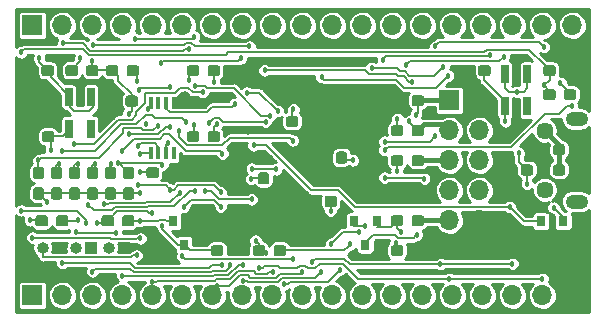
<source format=gbr>
G04 #@! TF.GenerationSoftware,KiCad,Pcbnew,(5.1.0-1387-g9cf427c7d)*
G04 #@! TF.CreationDate,2019-07-29T17:15:50-07:00*
G04 #@! TF.ProjectId,max_breakout,6d61785f-6272-4656-916b-6f75742e6b69,1.0*
G04 #@! TF.SameCoordinates,Original*
G04 #@! TF.FileFunction,Copper,L4,Bot*
G04 #@! TF.FilePolarity,Positive*
%FSLAX46Y46*%
G04 Gerber Fmt 4.6, Leading zero omitted, Abs format (unit mm)*
G04 Created by KiCad (PCBNEW (5.1.0-1387-g9cf427c7d)) date 2019-07-29 17:15:50*
%MOMM*%
%LPD*%
G04 APERTURE LIST*
%ADD10C,0.100000*%
%ADD11C,0.950000*%
%ADD12O,1.000000X1.000000*%
%ADD13R,1.000000X1.000000*%
%ADD14R,0.800000X0.900000*%
%ADD15O,1.700000X1.700000*%
%ADD16R,1.700000X1.700000*%
%ADD17R,0.650000X1.560000*%
%ADD18R,0.400000X1.100000*%
%ADD19O,1.900000X1.200000*%
%ADD20C,1.450000*%
%ADD21C,0.457200*%
%ADD22C,0.203200*%
%ADD23C,0.152400*%
%ADD24C,0.406400*%
%ADD25C,0.254000*%
G04 APERTURE END LIST*
D10*
G36*
X159953887Y-101397079D02*
G01*
X160030938Y-101448562D01*
X160082421Y-101525613D01*
X160100500Y-101616500D01*
X160100500Y-102091500D01*
X160082421Y-102182387D01*
X160030938Y-102259438D01*
X159953887Y-102310921D01*
X159863000Y-102329000D01*
X159288000Y-102329000D01*
X159197113Y-102310921D01*
X159120062Y-102259438D01*
X159068579Y-102182387D01*
X159050500Y-102091500D01*
X159050500Y-101616500D01*
X159068579Y-101525613D01*
X159120062Y-101448562D01*
X159197113Y-101397079D01*
X159288000Y-101379000D01*
X159863000Y-101379000D01*
X159953887Y-101397079D01*
X159953887Y-101397079D01*
G37*
D11*
X159575500Y-101854000D03*
D10*
G36*
X158203887Y-101397079D02*
G01*
X158280938Y-101448562D01*
X158332421Y-101525613D01*
X158350500Y-101616500D01*
X158350500Y-102091500D01*
X158332421Y-102182387D01*
X158280938Y-102259438D01*
X158203887Y-102310921D01*
X158113000Y-102329000D01*
X157538000Y-102329000D01*
X157447113Y-102310921D01*
X157370062Y-102259438D01*
X157318579Y-102182387D01*
X157300500Y-102091500D01*
X157300500Y-101616500D01*
X157318579Y-101525613D01*
X157370062Y-101448562D01*
X157447113Y-101397079D01*
X157538000Y-101379000D01*
X158113000Y-101379000D01*
X158203887Y-101397079D01*
X158203887Y-101397079D01*
G37*
D11*
X157825500Y-101854000D03*
D10*
G36*
X159939887Y-103429079D02*
G01*
X160016938Y-103480562D01*
X160068421Y-103557613D01*
X160086500Y-103648500D01*
X160086500Y-104123500D01*
X160068421Y-104214387D01*
X160016938Y-104291438D01*
X159939887Y-104342921D01*
X159849000Y-104361000D01*
X159274000Y-104361000D01*
X159183113Y-104342921D01*
X159106062Y-104291438D01*
X159054579Y-104214387D01*
X159036500Y-104123500D01*
X159036500Y-103648500D01*
X159054579Y-103557613D01*
X159106062Y-103480562D01*
X159183113Y-103429079D01*
X159274000Y-103411000D01*
X159849000Y-103411000D01*
X159939887Y-103429079D01*
X159939887Y-103429079D01*
G37*
D11*
X159561500Y-103886000D03*
D10*
G36*
X158189887Y-103429079D02*
G01*
X158266938Y-103480562D01*
X158318421Y-103557613D01*
X158336500Y-103648500D01*
X158336500Y-104123500D01*
X158318421Y-104214387D01*
X158266938Y-104291438D01*
X158189887Y-104342921D01*
X158099000Y-104361000D01*
X157524000Y-104361000D01*
X157433113Y-104342921D01*
X157356062Y-104291438D01*
X157304579Y-104214387D01*
X157286500Y-104123500D01*
X157286500Y-103648500D01*
X157304579Y-103557613D01*
X157356062Y-103480562D01*
X157433113Y-103429079D01*
X157524000Y-103411000D01*
X158099000Y-103411000D01*
X158189887Y-103429079D01*
X158189887Y-103429079D01*
G37*
D11*
X157811500Y-103886000D03*
D12*
X117729000Y-116903500D03*
D13*
X118999000Y-116903500D03*
D14*
X158051500Y-116633500D03*
X159001500Y-114633500D03*
X157101500Y-114633500D03*
X126898400Y-116633500D03*
X127848400Y-114633500D03*
X125948400Y-114633500D03*
D10*
G36*
X121067787Y-103987879D02*
G01*
X121144838Y-104039362D01*
X121196321Y-104116413D01*
X121214400Y-104207300D01*
X121214400Y-104682300D01*
X121196321Y-104773187D01*
X121144838Y-104850238D01*
X121067787Y-104901721D01*
X120976900Y-104919800D01*
X120401900Y-104919800D01*
X120311013Y-104901721D01*
X120233962Y-104850238D01*
X120182479Y-104773187D01*
X120164400Y-104682300D01*
X120164400Y-104207300D01*
X120182479Y-104116413D01*
X120233962Y-104039362D01*
X120311013Y-103987879D01*
X120401900Y-103969800D01*
X120976900Y-103969800D01*
X121067787Y-103987879D01*
X121067787Y-103987879D01*
G37*
D11*
X120689400Y-104444800D03*
D10*
G36*
X122817787Y-103987879D02*
G01*
X122894838Y-104039362D01*
X122946321Y-104116413D01*
X122964400Y-104207300D01*
X122964400Y-104682300D01*
X122946321Y-104773187D01*
X122894838Y-104850238D01*
X122817787Y-104901721D01*
X122726900Y-104919800D01*
X122151900Y-104919800D01*
X122061013Y-104901721D01*
X121983962Y-104850238D01*
X121932479Y-104773187D01*
X121914400Y-104682300D01*
X121914400Y-104207300D01*
X121932479Y-104116413D01*
X121983962Y-104039362D01*
X122061013Y-103987879D01*
X122151900Y-103969800D01*
X122726900Y-103969800D01*
X122817787Y-103987879D01*
X122817787Y-103987879D01*
G37*
D11*
X122439400Y-104444800D03*
D15*
X151892000Y-114554000D03*
X149352000Y-114554000D03*
X151892000Y-112014000D03*
X149352000Y-112014000D03*
X151892000Y-109474000D03*
X149352000Y-109474000D03*
X151892000Y-106934000D03*
X149352000Y-106934000D03*
X151892000Y-104394000D03*
D16*
X149352000Y-104394000D03*
D10*
G36*
X126348387Y-110033079D02*
G01*
X126425438Y-110084562D01*
X126476921Y-110161613D01*
X126495000Y-110252500D01*
X126495000Y-110727500D01*
X126476921Y-110818387D01*
X126425438Y-110895438D01*
X126348387Y-110946921D01*
X126257500Y-110965000D01*
X125682500Y-110965000D01*
X125591613Y-110946921D01*
X125514562Y-110895438D01*
X125463079Y-110818387D01*
X125445000Y-110727500D01*
X125445000Y-110252500D01*
X125463079Y-110161613D01*
X125514562Y-110084562D01*
X125591613Y-110033079D01*
X125682500Y-110015000D01*
X126257500Y-110015000D01*
X126348387Y-110033079D01*
X126348387Y-110033079D01*
G37*
D11*
X125970000Y-110490000D03*
D10*
G36*
X124598387Y-110033079D02*
G01*
X124675438Y-110084562D01*
X124726921Y-110161613D01*
X124745000Y-110252500D01*
X124745000Y-110727500D01*
X124726921Y-110818387D01*
X124675438Y-110895438D01*
X124598387Y-110946921D01*
X124507500Y-110965000D01*
X123932500Y-110965000D01*
X123841613Y-110946921D01*
X123764562Y-110895438D01*
X123713079Y-110818387D01*
X123695000Y-110727500D01*
X123695000Y-110252500D01*
X123713079Y-110161613D01*
X123764562Y-110084562D01*
X123841613Y-110033079D01*
X123932500Y-110015000D01*
X124507500Y-110015000D01*
X124598387Y-110033079D01*
X124598387Y-110033079D01*
G37*
D11*
X124220000Y-110490000D03*
D10*
G36*
X150938187Y-101397079D02*
G01*
X151015238Y-101448562D01*
X151066721Y-101525613D01*
X151084800Y-101616500D01*
X151084800Y-102091500D01*
X151066721Y-102182387D01*
X151015238Y-102259438D01*
X150938187Y-102310921D01*
X150847300Y-102329000D01*
X150272300Y-102329000D01*
X150181413Y-102310921D01*
X150104362Y-102259438D01*
X150052879Y-102182387D01*
X150034800Y-102091500D01*
X150034800Y-101616500D01*
X150052879Y-101525613D01*
X150104362Y-101448562D01*
X150181413Y-101397079D01*
X150272300Y-101379000D01*
X150847300Y-101379000D01*
X150938187Y-101397079D01*
X150938187Y-101397079D01*
G37*
D11*
X150559800Y-101854000D03*
D10*
G36*
X152688187Y-101397079D02*
G01*
X152765238Y-101448562D01*
X152816721Y-101525613D01*
X152834800Y-101616500D01*
X152834800Y-102091500D01*
X152816721Y-102182387D01*
X152765238Y-102259438D01*
X152688187Y-102310921D01*
X152597300Y-102329000D01*
X152022300Y-102329000D01*
X151931413Y-102310921D01*
X151854362Y-102259438D01*
X151802879Y-102182387D01*
X151784800Y-102091500D01*
X151784800Y-101616500D01*
X151802879Y-101525613D01*
X151854362Y-101448562D01*
X151931413Y-101397079D01*
X152022300Y-101379000D01*
X152597300Y-101379000D01*
X152688187Y-101397079D01*
X152688187Y-101397079D01*
G37*
D11*
X152309800Y-101854000D03*
D17*
X117109200Y-106810800D03*
X119009200Y-106810800D03*
X119009200Y-104110800D03*
X118059200Y-104110800D03*
X117109200Y-104110800D03*
X154040800Y-104880400D03*
X155940800Y-104880400D03*
X155940800Y-102180400D03*
X154990800Y-102180400D03*
X154040800Y-102180400D03*
D10*
G36*
X114006587Y-106985079D02*
G01*
X114083638Y-107036562D01*
X114135121Y-107113613D01*
X114153200Y-107204500D01*
X114153200Y-107679500D01*
X114135121Y-107770387D01*
X114083638Y-107847438D01*
X114006587Y-107898921D01*
X113915700Y-107917000D01*
X113340700Y-107917000D01*
X113249813Y-107898921D01*
X113172762Y-107847438D01*
X113121279Y-107770387D01*
X113103200Y-107679500D01*
X113103200Y-107204500D01*
X113121279Y-107113613D01*
X113172762Y-107036562D01*
X113249813Y-106985079D01*
X113340700Y-106967000D01*
X113915700Y-106967000D01*
X114006587Y-106985079D01*
X114006587Y-106985079D01*
G37*
D11*
X113628200Y-107442000D03*
D10*
G36*
X115756587Y-106985079D02*
G01*
X115833638Y-107036562D01*
X115885121Y-107113613D01*
X115903200Y-107204500D01*
X115903200Y-107679500D01*
X115885121Y-107770387D01*
X115833638Y-107847438D01*
X115756587Y-107898921D01*
X115665700Y-107917000D01*
X115090700Y-107917000D01*
X114999813Y-107898921D01*
X114922762Y-107847438D01*
X114871279Y-107770387D01*
X114853200Y-107679500D01*
X114853200Y-107204500D01*
X114871279Y-107113613D01*
X114922762Y-107036562D01*
X114999813Y-106985079D01*
X115090700Y-106967000D01*
X115665700Y-106967000D01*
X115756587Y-106985079D01*
X115756587Y-106985079D01*
G37*
D11*
X115378200Y-107442000D03*
D10*
G36*
X154544987Y-109829879D02*
G01*
X154622038Y-109881362D01*
X154673521Y-109958413D01*
X154691600Y-110049300D01*
X154691600Y-110524300D01*
X154673521Y-110615187D01*
X154622038Y-110692238D01*
X154544987Y-110743721D01*
X154454100Y-110761800D01*
X153879100Y-110761800D01*
X153788213Y-110743721D01*
X153711162Y-110692238D01*
X153659679Y-110615187D01*
X153641600Y-110524300D01*
X153641600Y-110049300D01*
X153659679Y-109958413D01*
X153711162Y-109881362D01*
X153788213Y-109829879D01*
X153879100Y-109811800D01*
X154454100Y-109811800D01*
X154544987Y-109829879D01*
X154544987Y-109829879D01*
G37*
D11*
X154166600Y-110286800D03*
D10*
G36*
X156294987Y-109829879D02*
G01*
X156372038Y-109881362D01*
X156423521Y-109958413D01*
X156441600Y-110049300D01*
X156441600Y-110524300D01*
X156423521Y-110615187D01*
X156372038Y-110692238D01*
X156294987Y-110743721D01*
X156204100Y-110761800D01*
X155629100Y-110761800D01*
X155538213Y-110743721D01*
X155461162Y-110692238D01*
X155409679Y-110615187D01*
X155391600Y-110524300D01*
X155391600Y-110049300D01*
X155409679Y-109958413D01*
X155461162Y-109881362D01*
X155538213Y-109829879D01*
X155629100Y-109811800D01*
X156204100Y-109811800D01*
X156294987Y-109829879D01*
X156294987Y-109829879D01*
G37*
D11*
X155916600Y-110286800D03*
D10*
G36*
X122538387Y-114137079D02*
G01*
X122615438Y-114188562D01*
X122666921Y-114265613D01*
X122685000Y-114356500D01*
X122685000Y-114831500D01*
X122666921Y-114922387D01*
X122615438Y-114999438D01*
X122538387Y-115050921D01*
X122447500Y-115069000D01*
X121872500Y-115069000D01*
X121781613Y-115050921D01*
X121704562Y-114999438D01*
X121653079Y-114922387D01*
X121635000Y-114831500D01*
X121635000Y-114356500D01*
X121653079Y-114265613D01*
X121704562Y-114188562D01*
X121781613Y-114137079D01*
X121872500Y-114119000D01*
X122447500Y-114119000D01*
X122538387Y-114137079D01*
X122538387Y-114137079D01*
G37*
D11*
X122160000Y-114594000D03*
D10*
G36*
X120788387Y-114137079D02*
G01*
X120865438Y-114188562D01*
X120916921Y-114265613D01*
X120935000Y-114356500D01*
X120935000Y-114831500D01*
X120916921Y-114922387D01*
X120865438Y-114999438D01*
X120788387Y-115050921D01*
X120697500Y-115069000D01*
X120122500Y-115069000D01*
X120031613Y-115050921D01*
X119954562Y-114999438D01*
X119903079Y-114922387D01*
X119885000Y-114831500D01*
X119885000Y-114356500D01*
X119903079Y-114265613D01*
X119954562Y-114188562D01*
X120031613Y-114137079D01*
X120122500Y-114119000D01*
X120697500Y-114119000D01*
X120788387Y-114137079D01*
X120788387Y-114137079D01*
G37*
D11*
X120410000Y-114594000D03*
D12*
X120497600Y-116890800D03*
D13*
X121767600Y-116890800D03*
D12*
X114909600Y-116890800D03*
D13*
X116179600Y-116890800D03*
D15*
X159766000Y-98044000D03*
X157226000Y-98044000D03*
X154686000Y-98044000D03*
X152146000Y-98044000D03*
X149606000Y-98044000D03*
X147066000Y-98044000D03*
X144526000Y-98044000D03*
X141986000Y-98044000D03*
X139446000Y-98044000D03*
X136906000Y-98044000D03*
X134366000Y-98044000D03*
X131826000Y-98044000D03*
X129286000Y-98044000D03*
X126746000Y-98044000D03*
X124206000Y-98044000D03*
X121666000Y-98044000D03*
X119126000Y-98044000D03*
X116586000Y-98044000D03*
D16*
X114046000Y-98044000D03*
D10*
G36*
X113955787Y-101397079D02*
G01*
X114032838Y-101448562D01*
X114084321Y-101525613D01*
X114102400Y-101616500D01*
X114102400Y-102091500D01*
X114084321Y-102182387D01*
X114032838Y-102259438D01*
X113955787Y-102310921D01*
X113864900Y-102329000D01*
X113289900Y-102329000D01*
X113199013Y-102310921D01*
X113121962Y-102259438D01*
X113070479Y-102182387D01*
X113052400Y-102091500D01*
X113052400Y-101616500D01*
X113070479Y-101525613D01*
X113121962Y-101448562D01*
X113199013Y-101397079D01*
X113289900Y-101379000D01*
X113864900Y-101379000D01*
X113955787Y-101397079D01*
X113955787Y-101397079D01*
G37*
D11*
X113577400Y-101854000D03*
D10*
G36*
X115705787Y-101397079D02*
G01*
X115782838Y-101448562D01*
X115834321Y-101525613D01*
X115852400Y-101616500D01*
X115852400Y-102091500D01*
X115834321Y-102182387D01*
X115782838Y-102259438D01*
X115705787Y-102310921D01*
X115614900Y-102329000D01*
X115039900Y-102329000D01*
X114949013Y-102310921D01*
X114871962Y-102259438D01*
X114820479Y-102182387D01*
X114802400Y-102091500D01*
X114802400Y-101616500D01*
X114820479Y-101525613D01*
X114871962Y-101448562D01*
X114949013Y-101397079D01*
X115039900Y-101379000D01*
X115614900Y-101379000D01*
X115705787Y-101397079D01*
X115705787Y-101397079D01*
G37*
D11*
X115327400Y-101854000D03*
D10*
G36*
X116950387Y-114137079D02*
G01*
X117027438Y-114188562D01*
X117078921Y-114265613D01*
X117097000Y-114356500D01*
X117097000Y-114831500D01*
X117078921Y-114922387D01*
X117027438Y-114999438D01*
X116950387Y-115050921D01*
X116859500Y-115069000D01*
X116284500Y-115069000D01*
X116193613Y-115050921D01*
X116116562Y-114999438D01*
X116065079Y-114922387D01*
X116047000Y-114831500D01*
X116047000Y-114356500D01*
X116065079Y-114265613D01*
X116116562Y-114188562D01*
X116193613Y-114137079D01*
X116284500Y-114119000D01*
X116859500Y-114119000D01*
X116950387Y-114137079D01*
X116950387Y-114137079D01*
G37*
D11*
X116572000Y-114594000D03*
D10*
G36*
X115200387Y-114137079D02*
G01*
X115277438Y-114188562D01*
X115328921Y-114265613D01*
X115347000Y-114356500D01*
X115347000Y-114831500D01*
X115328921Y-114922387D01*
X115277438Y-114999438D01*
X115200387Y-115050921D01*
X115109500Y-115069000D01*
X114534500Y-115069000D01*
X114443613Y-115050921D01*
X114366562Y-114999438D01*
X114315079Y-114922387D01*
X114297000Y-114831500D01*
X114297000Y-114356500D01*
X114315079Y-114265613D01*
X114366562Y-114188562D01*
X114443613Y-114137079D01*
X114534500Y-114119000D01*
X115109500Y-114119000D01*
X115200387Y-114137079D01*
X115200387Y-114137079D01*
G37*
D11*
X114822000Y-114594000D03*
D10*
G36*
X147049387Y-116637079D02*
G01*
X147126438Y-116688562D01*
X147177921Y-116765613D01*
X147196000Y-116856500D01*
X147196000Y-117331500D01*
X147177921Y-117422387D01*
X147126438Y-117499438D01*
X147049387Y-117550921D01*
X146958500Y-117569000D01*
X146383500Y-117569000D01*
X146292613Y-117550921D01*
X146215562Y-117499438D01*
X146164079Y-117422387D01*
X146146000Y-117331500D01*
X146146000Y-116856500D01*
X146164079Y-116765613D01*
X146215562Y-116688562D01*
X146292613Y-116637079D01*
X146383500Y-116619000D01*
X146958500Y-116619000D01*
X147049387Y-116637079D01*
X147049387Y-116637079D01*
G37*
D11*
X146671000Y-117094000D03*
D10*
G36*
X145299387Y-116637079D02*
G01*
X145376438Y-116688562D01*
X145427921Y-116765613D01*
X145446000Y-116856500D01*
X145446000Y-117331500D01*
X145427921Y-117422387D01*
X145376438Y-117499438D01*
X145299387Y-117550921D01*
X145208500Y-117569000D01*
X144633500Y-117569000D01*
X144542613Y-117550921D01*
X144465562Y-117499438D01*
X144414079Y-117422387D01*
X144396000Y-117331500D01*
X144396000Y-116856500D01*
X144414079Y-116765613D01*
X144465562Y-116688562D01*
X144542613Y-116637079D01*
X144633500Y-116619000D01*
X145208500Y-116619000D01*
X145299387Y-116637079D01*
X145299387Y-116637079D01*
G37*
D11*
X144921000Y-117094000D03*
D10*
G36*
X133615387Y-116637079D02*
G01*
X133692438Y-116688562D01*
X133743921Y-116765613D01*
X133762000Y-116856500D01*
X133762000Y-117331500D01*
X133743921Y-117422387D01*
X133692438Y-117499438D01*
X133615387Y-117550921D01*
X133524500Y-117569000D01*
X132949500Y-117569000D01*
X132858613Y-117550921D01*
X132781562Y-117499438D01*
X132730079Y-117422387D01*
X132712000Y-117331500D01*
X132712000Y-116856500D01*
X132730079Y-116765613D01*
X132781562Y-116688562D01*
X132858613Y-116637079D01*
X132949500Y-116619000D01*
X133524500Y-116619000D01*
X133615387Y-116637079D01*
X133615387Y-116637079D01*
G37*
D11*
X133237000Y-117094000D03*
D10*
G36*
X135365387Y-116637079D02*
G01*
X135442438Y-116688562D01*
X135493921Y-116765613D01*
X135512000Y-116856500D01*
X135512000Y-117331500D01*
X135493921Y-117422387D01*
X135442438Y-117499438D01*
X135365387Y-117550921D01*
X135274500Y-117569000D01*
X134699500Y-117569000D01*
X134608613Y-117550921D01*
X134531562Y-117499438D01*
X134480079Y-117422387D01*
X134462000Y-117331500D01*
X134462000Y-116856500D01*
X134480079Y-116765613D01*
X134531562Y-116688562D01*
X134608613Y-116637079D01*
X134699500Y-116619000D01*
X135274500Y-116619000D01*
X135365387Y-116637079D01*
X135365387Y-116637079D01*
G37*
D11*
X134987000Y-117094000D03*
D10*
G36*
X129777387Y-106985079D02*
G01*
X129854438Y-107036562D01*
X129905921Y-107113613D01*
X129924000Y-107204500D01*
X129924000Y-107679500D01*
X129905921Y-107770387D01*
X129854438Y-107847438D01*
X129777387Y-107898921D01*
X129686500Y-107917000D01*
X129111500Y-107917000D01*
X129020613Y-107898921D01*
X128943562Y-107847438D01*
X128892079Y-107770387D01*
X128874000Y-107679500D01*
X128874000Y-107204500D01*
X128892079Y-107113613D01*
X128943562Y-107036562D01*
X129020613Y-106985079D01*
X129111500Y-106967000D01*
X129686500Y-106967000D01*
X129777387Y-106985079D01*
X129777387Y-106985079D01*
G37*
D11*
X129399000Y-107442000D03*
D10*
G36*
X128027387Y-106985079D02*
G01*
X128104438Y-107036562D01*
X128155921Y-107113613D01*
X128174000Y-107204500D01*
X128174000Y-107679500D01*
X128155921Y-107770387D01*
X128104438Y-107847438D01*
X128027387Y-107898921D01*
X127936500Y-107917000D01*
X127361500Y-107917000D01*
X127270613Y-107898921D01*
X127193562Y-107847438D01*
X127142079Y-107770387D01*
X127124000Y-107679500D01*
X127124000Y-107204500D01*
X127142079Y-107113613D01*
X127193562Y-107036562D01*
X127270613Y-106985079D01*
X127361500Y-106967000D01*
X127936500Y-106967000D01*
X128027387Y-106985079D01*
X128027387Y-106985079D01*
G37*
D11*
X127649000Y-107442000D03*
D14*
X142240000Y-116633500D03*
X143190000Y-114633500D03*
X141290000Y-114633500D03*
D18*
X124043800Y-108880800D03*
X124693800Y-108880800D03*
X125343800Y-108880800D03*
X125993800Y-108880800D03*
X125993800Y-104580800D03*
X125343800Y-104580800D03*
X124693800Y-104580800D03*
X124043800Y-104580800D03*
D10*
G36*
X121169387Y-101397079D02*
G01*
X121246438Y-101448562D01*
X121297921Y-101525613D01*
X121316000Y-101616500D01*
X121316000Y-102091500D01*
X121297921Y-102182387D01*
X121246438Y-102259438D01*
X121169387Y-102310921D01*
X121078500Y-102329000D01*
X120503500Y-102329000D01*
X120412613Y-102310921D01*
X120335562Y-102259438D01*
X120284079Y-102182387D01*
X120266000Y-102091500D01*
X120266000Y-101616500D01*
X120284079Y-101525613D01*
X120335562Y-101448562D01*
X120412613Y-101397079D01*
X120503500Y-101379000D01*
X121078500Y-101379000D01*
X121169387Y-101397079D01*
X121169387Y-101397079D01*
G37*
D11*
X120791000Y-101854000D03*
D10*
G36*
X122919387Y-101397079D02*
G01*
X122996438Y-101448562D01*
X123047921Y-101525613D01*
X123066000Y-101616500D01*
X123066000Y-102091500D01*
X123047921Y-102182387D01*
X122996438Y-102259438D01*
X122919387Y-102310921D01*
X122828500Y-102329000D01*
X122253500Y-102329000D01*
X122162613Y-102310921D01*
X122085562Y-102259438D01*
X122034079Y-102182387D01*
X122016000Y-102091500D01*
X122016000Y-101616500D01*
X122034079Y-101525613D01*
X122085562Y-101448562D01*
X122162613Y-101397079D01*
X122253500Y-101379000D01*
X122828500Y-101379000D01*
X122919387Y-101397079D01*
X122919387Y-101397079D01*
G37*
D11*
X122541000Y-101854000D03*
D10*
G36*
X129777387Y-101397079D02*
G01*
X129854438Y-101448562D01*
X129905921Y-101525613D01*
X129924000Y-101616500D01*
X129924000Y-102091500D01*
X129905921Y-102182387D01*
X129854438Y-102259438D01*
X129777387Y-102310921D01*
X129686500Y-102329000D01*
X129111500Y-102329000D01*
X129020613Y-102310921D01*
X128943562Y-102259438D01*
X128892079Y-102182387D01*
X128874000Y-102091500D01*
X128874000Y-101616500D01*
X128892079Y-101525613D01*
X128943562Y-101448562D01*
X129020613Y-101397079D01*
X129111500Y-101379000D01*
X129686500Y-101379000D01*
X129777387Y-101397079D01*
X129777387Y-101397079D01*
G37*
D11*
X129399000Y-101854000D03*
D10*
G36*
X128027387Y-101397079D02*
G01*
X128104438Y-101448562D01*
X128155921Y-101525613D01*
X128174000Y-101616500D01*
X128174000Y-102091500D01*
X128155921Y-102182387D01*
X128104438Y-102259438D01*
X128027387Y-102310921D01*
X127936500Y-102329000D01*
X127361500Y-102329000D01*
X127270613Y-102310921D01*
X127193562Y-102259438D01*
X127142079Y-102182387D01*
X127124000Y-102091500D01*
X127124000Y-101616500D01*
X127142079Y-101525613D01*
X127193562Y-101448562D01*
X127270613Y-101397079D01*
X127361500Y-101379000D01*
X127936500Y-101379000D01*
X128027387Y-101397079D01*
X128027387Y-101397079D01*
G37*
D11*
X127649000Y-101854000D03*
D15*
X159766000Y-120904000D03*
X157226000Y-120904000D03*
X154686000Y-120904000D03*
X152146000Y-120904000D03*
X149606000Y-120904000D03*
X147066000Y-120904000D03*
X144526000Y-120904000D03*
X141986000Y-120904000D03*
X139446000Y-120904000D03*
X136906000Y-120904000D03*
X134366000Y-120904000D03*
X131826000Y-120904000D03*
X129286000Y-120904000D03*
X126746000Y-120904000D03*
X124206000Y-120904000D03*
X121666000Y-120904000D03*
X119126000Y-120904000D03*
X116586000Y-120904000D03*
D16*
X114046000Y-120904000D03*
D10*
G36*
X140536387Y-110477079D02*
G01*
X140613438Y-110528562D01*
X140664921Y-110605613D01*
X140683000Y-110696500D01*
X140683000Y-111271500D01*
X140664921Y-111362387D01*
X140613438Y-111439438D01*
X140536387Y-111490921D01*
X140445500Y-111509000D01*
X139970500Y-111509000D01*
X139879613Y-111490921D01*
X139802562Y-111439438D01*
X139751079Y-111362387D01*
X139733000Y-111271500D01*
X139733000Y-110696500D01*
X139751079Y-110605613D01*
X139802562Y-110528562D01*
X139879613Y-110477079D01*
X139970500Y-110459000D01*
X140445500Y-110459000D01*
X140536387Y-110477079D01*
X140536387Y-110477079D01*
G37*
D11*
X140208000Y-110984000D03*
D10*
G36*
X140536387Y-108727079D02*
G01*
X140613438Y-108778562D01*
X140664921Y-108855613D01*
X140683000Y-108946500D01*
X140683000Y-109521500D01*
X140664921Y-109612387D01*
X140613438Y-109689438D01*
X140536387Y-109740921D01*
X140445500Y-109759000D01*
X139970500Y-109759000D01*
X139879613Y-109740921D01*
X139802562Y-109689438D01*
X139751079Y-109612387D01*
X139733000Y-109521500D01*
X139733000Y-108946500D01*
X139751079Y-108855613D01*
X139802562Y-108778562D01*
X139879613Y-108727079D01*
X139970500Y-108709000D01*
X140445500Y-108709000D01*
X140536387Y-108727079D01*
X140536387Y-108727079D01*
G37*
D11*
X140208000Y-109234000D03*
D10*
G36*
X131809387Y-116637079D02*
G01*
X131886438Y-116688562D01*
X131937921Y-116765613D01*
X131956000Y-116856500D01*
X131956000Y-117331500D01*
X131937921Y-117422387D01*
X131886438Y-117499438D01*
X131809387Y-117550921D01*
X131718500Y-117569000D01*
X131143500Y-117569000D01*
X131052613Y-117550921D01*
X130975562Y-117499438D01*
X130924079Y-117422387D01*
X130906000Y-117331500D01*
X130906000Y-116856500D01*
X130924079Y-116765613D01*
X130975562Y-116688562D01*
X131052613Y-116637079D01*
X131143500Y-116619000D01*
X131718500Y-116619000D01*
X131809387Y-116637079D01*
X131809387Y-116637079D01*
G37*
D11*
X131431000Y-117094000D03*
D10*
G36*
X130059387Y-116637079D02*
G01*
X130136438Y-116688562D01*
X130187921Y-116765613D01*
X130206000Y-116856500D01*
X130206000Y-117331500D01*
X130187921Y-117422387D01*
X130136438Y-117499438D01*
X130059387Y-117550921D01*
X129968500Y-117569000D01*
X129393500Y-117569000D01*
X129302613Y-117550921D01*
X129225562Y-117499438D01*
X129174079Y-117422387D01*
X129156000Y-117331500D01*
X129156000Y-116856500D01*
X129174079Y-116765613D01*
X129225562Y-116688562D01*
X129302613Y-116637079D01*
X129393500Y-116619000D01*
X129968500Y-116619000D01*
X130059387Y-116637079D01*
X130059387Y-116637079D01*
G37*
D11*
X129681000Y-117094000D03*
D10*
G36*
X138159387Y-105715079D02*
G01*
X138236438Y-105766562D01*
X138287921Y-105843613D01*
X138306000Y-105934500D01*
X138306000Y-106409500D01*
X138287921Y-106500387D01*
X138236438Y-106577438D01*
X138159387Y-106628921D01*
X138068500Y-106647000D01*
X137493500Y-106647000D01*
X137402613Y-106628921D01*
X137325562Y-106577438D01*
X137274079Y-106500387D01*
X137256000Y-106409500D01*
X137256000Y-105934500D01*
X137274079Y-105843613D01*
X137325562Y-105766562D01*
X137402613Y-105715079D01*
X137493500Y-105697000D01*
X138068500Y-105697000D01*
X138159387Y-105715079D01*
X138159387Y-105715079D01*
G37*
D11*
X137781000Y-106172000D03*
D10*
G36*
X136409387Y-105715079D02*
G01*
X136486438Y-105766562D01*
X136537921Y-105843613D01*
X136556000Y-105934500D01*
X136556000Y-106409500D01*
X136537921Y-106500387D01*
X136486438Y-106577438D01*
X136409387Y-106628921D01*
X136318500Y-106647000D01*
X135743500Y-106647000D01*
X135652613Y-106628921D01*
X135575562Y-106577438D01*
X135524079Y-106500387D01*
X135506000Y-106409500D01*
X135506000Y-105934500D01*
X135524079Y-105843613D01*
X135575562Y-105766562D01*
X135652613Y-105715079D01*
X135743500Y-105697000D01*
X136318500Y-105697000D01*
X136409387Y-105715079D01*
X136409387Y-105715079D01*
G37*
D11*
X136031000Y-106172000D03*
D10*
G36*
X117740387Y-101397079D02*
G01*
X117817438Y-101448562D01*
X117868921Y-101525613D01*
X117887000Y-101616500D01*
X117887000Y-102091500D01*
X117868921Y-102182387D01*
X117817438Y-102259438D01*
X117740387Y-102310921D01*
X117649500Y-102329000D01*
X117074500Y-102329000D01*
X116983613Y-102310921D01*
X116906562Y-102259438D01*
X116855079Y-102182387D01*
X116837000Y-102091500D01*
X116837000Y-101616500D01*
X116855079Y-101525613D01*
X116906562Y-101448562D01*
X116983613Y-101397079D01*
X117074500Y-101379000D01*
X117649500Y-101379000D01*
X117740387Y-101397079D01*
X117740387Y-101397079D01*
G37*
D11*
X117362000Y-101854000D03*
D10*
G36*
X119490387Y-101397079D02*
G01*
X119567438Y-101448562D01*
X119618921Y-101525613D01*
X119637000Y-101616500D01*
X119637000Y-102091500D01*
X119618921Y-102182387D01*
X119567438Y-102259438D01*
X119490387Y-102310921D01*
X119399500Y-102329000D01*
X118824500Y-102329000D01*
X118733613Y-102310921D01*
X118656562Y-102259438D01*
X118605079Y-102182387D01*
X118587000Y-102091500D01*
X118587000Y-101616500D01*
X118605079Y-101525613D01*
X118656562Y-101448562D01*
X118733613Y-101397079D01*
X118824500Y-101379000D01*
X119399500Y-101379000D01*
X119490387Y-101397079D01*
X119490387Y-101397079D01*
G37*
D11*
X119112000Y-101854000D03*
D10*
G36*
X114882387Y-111772479D02*
G01*
X114959438Y-111823962D01*
X115010921Y-111901013D01*
X115029000Y-111991900D01*
X115029000Y-112566900D01*
X115010921Y-112657787D01*
X114959438Y-112734838D01*
X114882387Y-112786321D01*
X114791500Y-112804400D01*
X114316500Y-112804400D01*
X114225613Y-112786321D01*
X114148562Y-112734838D01*
X114097079Y-112657787D01*
X114079000Y-112566900D01*
X114079000Y-111991900D01*
X114097079Y-111901013D01*
X114148562Y-111823962D01*
X114225613Y-111772479D01*
X114316500Y-111754400D01*
X114791500Y-111754400D01*
X114882387Y-111772479D01*
X114882387Y-111772479D01*
G37*
D11*
X114554000Y-112279400D03*
D10*
G36*
X114882387Y-110022479D02*
G01*
X114959438Y-110073962D01*
X115010921Y-110151013D01*
X115029000Y-110241900D01*
X115029000Y-110816900D01*
X115010921Y-110907787D01*
X114959438Y-110984838D01*
X114882387Y-111036321D01*
X114791500Y-111054400D01*
X114316500Y-111054400D01*
X114225613Y-111036321D01*
X114148562Y-110984838D01*
X114097079Y-110907787D01*
X114079000Y-110816900D01*
X114079000Y-110241900D01*
X114097079Y-110151013D01*
X114148562Y-110073962D01*
X114225613Y-110022479D01*
X114316500Y-110004400D01*
X114791500Y-110004400D01*
X114882387Y-110022479D01*
X114882387Y-110022479D01*
G37*
D11*
X114554000Y-110529400D03*
D10*
G36*
X116406387Y-111772479D02*
G01*
X116483438Y-111823962D01*
X116534921Y-111901013D01*
X116553000Y-111991900D01*
X116553000Y-112566900D01*
X116534921Y-112657787D01*
X116483438Y-112734838D01*
X116406387Y-112786321D01*
X116315500Y-112804400D01*
X115840500Y-112804400D01*
X115749613Y-112786321D01*
X115672562Y-112734838D01*
X115621079Y-112657787D01*
X115603000Y-112566900D01*
X115603000Y-111991900D01*
X115621079Y-111901013D01*
X115672562Y-111823962D01*
X115749613Y-111772479D01*
X115840500Y-111754400D01*
X116315500Y-111754400D01*
X116406387Y-111772479D01*
X116406387Y-111772479D01*
G37*
D11*
X116078000Y-112279400D03*
D10*
G36*
X116406387Y-110022479D02*
G01*
X116483438Y-110073962D01*
X116534921Y-110151013D01*
X116553000Y-110241900D01*
X116553000Y-110816900D01*
X116534921Y-110907787D01*
X116483438Y-110984838D01*
X116406387Y-111036321D01*
X116315500Y-111054400D01*
X115840500Y-111054400D01*
X115749613Y-111036321D01*
X115672562Y-110984838D01*
X115621079Y-110907787D01*
X115603000Y-110816900D01*
X115603000Y-110241900D01*
X115621079Y-110151013D01*
X115672562Y-110073962D01*
X115749613Y-110022479D01*
X115840500Y-110004400D01*
X116315500Y-110004400D01*
X116406387Y-110022479D01*
X116406387Y-110022479D01*
G37*
D11*
X116078000Y-110529400D03*
D10*
G36*
X117930387Y-111772479D02*
G01*
X118007438Y-111823962D01*
X118058921Y-111901013D01*
X118077000Y-111991900D01*
X118077000Y-112566900D01*
X118058921Y-112657787D01*
X118007438Y-112734838D01*
X117930387Y-112786321D01*
X117839500Y-112804400D01*
X117364500Y-112804400D01*
X117273613Y-112786321D01*
X117196562Y-112734838D01*
X117145079Y-112657787D01*
X117127000Y-112566900D01*
X117127000Y-111991900D01*
X117145079Y-111901013D01*
X117196562Y-111823962D01*
X117273613Y-111772479D01*
X117364500Y-111754400D01*
X117839500Y-111754400D01*
X117930387Y-111772479D01*
X117930387Y-111772479D01*
G37*
D11*
X117602000Y-112279400D03*
D10*
G36*
X117930387Y-110022479D02*
G01*
X118007438Y-110073962D01*
X118058921Y-110151013D01*
X118077000Y-110241900D01*
X118077000Y-110816900D01*
X118058921Y-110907787D01*
X118007438Y-110984838D01*
X117930387Y-111036321D01*
X117839500Y-111054400D01*
X117364500Y-111054400D01*
X117273613Y-111036321D01*
X117196562Y-110984838D01*
X117145079Y-110907787D01*
X117127000Y-110816900D01*
X117127000Y-110241900D01*
X117145079Y-110151013D01*
X117196562Y-110073962D01*
X117273613Y-110022479D01*
X117364500Y-110004400D01*
X117839500Y-110004400D01*
X117930387Y-110022479D01*
X117930387Y-110022479D01*
G37*
D11*
X117602000Y-110529400D03*
D10*
G36*
X119454387Y-111772479D02*
G01*
X119531438Y-111823962D01*
X119582921Y-111901013D01*
X119601000Y-111991900D01*
X119601000Y-112566900D01*
X119582921Y-112657787D01*
X119531438Y-112734838D01*
X119454387Y-112786321D01*
X119363500Y-112804400D01*
X118888500Y-112804400D01*
X118797613Y-112786321D01*
X118720562Y-112734838D01*
X118669079Y-112657787D01*
X118651000Y-112566900D01*
X118651000Y-111991900D01*
X118669079Y-111901013D01*
X118720562Y-111823962D01*
X118797613Y-111772479D01*
X118888500Y-111754400D01*
X119363500Y-111754400D01*
X119454387Y-111772479D01*
X119454387Y-111772479D01*
G37*
D11*
X119126000Y-112279400D03*
D10*
G36*
X119454387Y-110022479D02*
G01*
X119531438Y-110073962D01*
X119582921Y-110151013D01*
X119601000Y-110241900D01*
X119601000Y-110816900D01*
X119582921Y-110907787D01*
X119531438Y-110984838D01*
X119454387Y-111036321D01*
X119363500Y-111054400D01*
X118888500Y-111054400D01*
X118797613Y-111036321D01*
X118720562Y-110984838D01*
X118669079Y-110907787D01*
X118651000Y-110816900D01*
X118651000Y-110241900D01*
X118669079Y-110151013D01*
X118720562Y-110073962D01*
X118797613Y-110022479D01*
X118888500Y-110004400D01*
X119363500Y-110004400D01*
X119454387Y-110022479D01*
X119454387Y-110022479D01*
G37*
D11*
X119126000Y-110529400D03*
D10*
G36*
X120978387Y-111772479D02*
G01*
X121055438Y-111823962D01*
X121106921Y-111901013D01*
X121125000Y-111991900D01*
X121125000Y-112566900D01*
X121106921Y-112657787D01*
X121055438Y-112734838D01*
X120978387Y-112786321D01*
X120887500Y-112804400D01*
X120412500Y-112804400D01*
X120321613Y-112786321D01*
X120244562Y-112734838D01*
X120193079Y-112657787D01*
X120175000Y-112566900D01*
X120175000Y-111991900D01*
X120193079Y-111901013D01*
X120244562Y-111823962D01*
X120321613Y-111772479D01*
X120412500Y-111754400D01*
X120887500Y-111754400D01*
X120978387Y-111772479D01*
X120978387Y-111772479D01*
G37*
D11*
X120650000Y-112279400D03*
D10*
G36*
X120978387Y-110022479D02*
G01*
X121055438Y-110073962D01*
X121106921Y-110151013D01*
X121125000Y-110241900D01*
X121125000Y-110816900D01*
X121106921Y-110907787D01*
X121055438Y-110984838D01*
X120978387Y-111036321D01*
X120887500Y-111054400D01*
X120412500Y-111054400D01*
X120321613Y-111036321D01*
X120244562Y-110984838D01*
X120193079Y-110907787D01*
X120175000Y-110816900D01*
X120175000Y-110241900D01*
X120193079Y-110151013D01*
X120244562Y-110073962D01*
X120321613Y-110022479D01*
X120412500Y-110004400D01*
X120887500Y-110004400D01*
X120978387Y-110022479D01*
X120978387Y-110022479D01*
G37*
D11*
X120650000Y-110529400D03*
D10*
G36*
X122502387Y-111772479D02*
G01*
X122579438Y-111823962D01*
X122630921Y-111901013D01*
X122649000Y-111991900D01*
X122649000Y-112566900D01*
X122630921Y-112657787D01*
X122579438Y-112734838D01*
X122502387Y-112786321D01*
X122411500Y-112804400D01*
X121936500Y-112804400D01*
X121845613Y-112786321D01*
X121768562Y-112734838D01*
X121717079Y-112657787D01*
X121699000Y-112566900D01*
X121699000Y-111991900D01*
X121717079Y-111901013D01*
X121768562Y-111823962D01*
X121845613Y-111772479D01*
X121936500Y-111754400D01*
X122411500Y-111754400D01*
X122502387Y-111772479D01*
X122502387Y-111772479D01*
G37*
D11*
X122174000Y-112279400D03*
D10*
G36*
X122502387Y-110022479D02*
G01*
X122579438Y-110073962D01*
X122630921Y-110151013D01*
X122649000Y-110241900D01*
X122649000Y-110816900D01*
X122630921Y-110907787D01*
X122579438Y-110984838D01*
X122502387Y-111036321D01*
X122411500Y-111054400D01*
X121936500Y-111054400D01*
X121845613Y-111036321D01*
X121768562Y-110984838D01*
X121717079Y-110907787D01*
X121699000Y-110816900D01*
X121699000Y-110241900D01*
X121717079Y-110151013D01*
X121768562Y-110073962D01*
X121845613Y-110022479D01*
X121936500Y-110004400D01*
X122411500Y-110004400D01*
X122502387Y-110022479D01*
X122502387Y-110022479D01*
G37*
D11*
X122174000Y-110529400D03*
D10*
G36*
X160765387Y-109829879D02*
G01*
X160842438Y-109881362D01*
X160893921Y-109958413D01*
X160912000Y-110049300D01*
X160912000Y-110524300D01*
X160893921Y-110615187D01*
X160842438Y-110692238D01*
X160765387Y-110743721D01*
X160674500Y-110761800D01*
X160099500Y-110761800D01*
X160008613Y-110743721D01*
X159931562Y-110692238D01*
X159880079Y-110615187D01*
X159862000Y-110524300D01*
X159862000Y-110049300D01*
X159880079Y-109958413D01*
X159931562Y-109881362D01*
X160008613Y-109829879D01*
X160099500Y-109811800D01*
X160674500Y-109811800D01*
X160765387Y-109829879D01*
X160765387Y-109829879D01*
G37*
D11*
X160387000Y-110286800D03*
D10*
G36*
X159015387Y-109829879D02*
G01*
X159092438Y-109881362D01*
X159143921Y-109958413D01*
X159162000Y-110049300D01*
X159162000Y-110524300D01*
X159143921Y-110615187D01*
X159092438Y-110692238D01*
X159015387Y-110743721D01*
X158924500Y-110761800D01*
X158349500Y-110761800D01*
X158258613Y-110743721D01*
X158181562Y-110692238D01*
X158130079Y-110615187D01*
X158112000Y-110524300D01*
X158112000Y-110049300D01*
X158130079Y-109958413D01*
X158181562Y-109881362D01*
X158258613Y-109829879D01*
X158349500Y-109811800D01*
X158924500Y-109811800D01*
X159015387Y-109829879D01*
X159015387Y-109829879D01*
G37*
D11*
X158637000Y-110286800D03*
D10*
G36*
X147049387Y-114097079D02*
G01*
X147126438Y-114148562D01*
X147177921Y-114225613D01*
X147196000Y-114316500D01*
X147196000Y-114791500D01*
X147177921Y-114882387D01*
X147126438Y-114959438D01*
X147049387Y-115010921D01*
X146958500Y-115029000D01*
X146383500Y-115029000D01*
X146292613Y-115010921D01*
X146215562Y-114959438D01*
X146164079Y-114882387D01*
X146146000Y-114791500D01*
X146146000Y-114316500D01*
X146164079Y-114225613D01*
X146215562Y-114148562D01*
X146292613Y-114097079D01*
X146383500Y-114079000D01*
X146958500Y-114079000D01*
X147049387Y-114097079D01*
X147049387Y-114097079D01*
G37*
D11*
X146671000Y-114554000D03*
D10*
G36*
X145299387Y-114097079D02*
G01*
X145376438Y-114148562D01*
X145427921Y-114225613D01*
X145446000Y-114316500D01*
X145446000Y-114791500D01*
X145427921Y-114882387D01*
X145376438Y-114959438D01*
X145299387Y-115010921D01*
X145208500Y-115029000D01*
X144633500Y-115029000D01*
X144542613Y-115010921D01*
X144465562Y-114959438D01*
X144414079Y-114882387D01*
X144396000Y-114791500D01*
X144396000Y-114316500D01*
X144414079Y-114225613D01*
X144465562Y-114148562D01*
X144542613Y-114097079D01*
X144633500Y-114079000D01*
X145208500Y-114079000D01*
X145299387Y-114097079D01*
X145299387Y-114097079D01*
G37*
D11*
X144921000Y-114554000D03*
D10*
G36*
X147049387Y-106477079D02*
G01*
X147126438Y-106528562D01*
X147177921Y-106605613D01*
X147196000Y-106696500D01*
X147196000Y-107171500D01*
X147177921Y-107262387D01*
X147126438Y-107339438D01*
X147049387Y-107390921D01*
X146958500Y-107409000D01*
X146383500Y-107409000D01*
X146292613Y-107390921D01*
X146215562Y-107339438D01*
X146164079Y-107262387D01*
X146146000Y-107171500D01*
X146146000Y-106696500D01*
X146164079Y-106605613D01*
X146215562Y-106528562D01*
X146292613Y-106477079D01*
X146383500Y-106459000D01*
X146958500Y-106459000D01*
X147049387Y-106477079D01*
X147049387Y-106477079D01*
G37*
D11*
X146671000Y-106934000D03*
D10*
G36*
X145299387Y-106477079D02*
G01*
X145376438Y-106528562D01*
X145427921Y-106605613D01*
X145446000Y-106696500D01*
X145446000Y-107171500D01*
X145427921Y-107262387D01*
X145376438Y-107339438D01*
X145299387Y-107390921D01*
X145208500Y-107409000D01*
X144633500Y-107409000D01*
X144542613Y-107390921D01*
X144465562Y-107339438D01*
X144414079Y-107262387D01*
X144396000Y-107171500D01*
X144396000Y-106696500D01*
X144414079Y-106605613D01*
X144465562Y-106528562D01*
X144542613Y-106477079D01*
X144633500Y-106459000D01*
X145208500Y-106459000D01*
X145299387Y-106477079D01*
X145299387Y-106477079D01*
G37*
D11*
X144921000Y-106934000D03*
D10*
G36*
X147049387Y-109017079D02*
G01*
X147126438Y-109068562D01*
X147177921Y-109145613D01*
X147196000Y-109236500D01*
X147196000Y-109711500D01*
X147177921Y-109802387D01*
X147126438Y-109879438D01*
X147049387Y-109930921D01*
X146958500Y-109949000D01*
X146383500Y-109949000D01*
X146292613Y-109930921D01*
X146215562Y-109879438D01*
X146164079Y-109802387D01*
X146146000Y-109711500D01*
X146146000Y-109236500D01*
X146164079Y-109145613D01*
X146215562Y-109068562D01*
X146292613Y-109017079D01*
X146383500Y-108999000D01*
X146958500Y-108999000D01*
X147049387Y-109017079D01*
X147049387Y-109017079D01*
G37*
D11*
X146671000Y-109474000D03*
D10*
G36*
X145299387Y-109017079D02*
G01*
X145376438Y-109068562D01*
X145427921Y-109145613D01*
X145446000Y-109236500D01*
X145446000Y-109711500D01*
X145427921Y-109802387D01*
X145376438Y-109879438D01*
X145299387Y-109930921D01*
X145208500Y-109949000D01*
X144633500Y-109949000D01*
X144542613Y-109930921D01*
X144465562Y-109879438D01*
X144414079Y-109802387D01*
X144396000Y-109711500D01*
X144396000Y-109236500D01*
X144414079Y-109145613D01*
X144465562Y-109068562D01*
X144542613Y-109017079D01*
X144633500Y-108999000D01*
X145208500Y-108999000D01*
X145299387Y-109017079D01*
X145299387Y-109017079D01*
G37*
D11*
X144921000Y-109474000D03*
D10*
G36*
X147049387Y-103937079D02*
G01*
X147126438Y-103988562D01*
X147177921Y-104065613D01*
X147196000Y-104156500D01*
X147196000Y-104631500D01*
X147177921Y-104722387D01*
X147126438Y-104799438D01*
X147049387Y-104850921D01*
X146958500Y-104869000D01*
X146383500Y-104869000D01*
X146292613Y-104850921D01*
X146215562Y-104799438D01*
X146164079Y-104722387D01*
X146146000Y-104631500D01*
X146146000Y-104156500D01*
X146164079Y-104065613D01*
X146215562Y-103988562D01*
X146292613Y-103937079D01*
X146383500Y-103919000D01*
X146958500Y-103919000D01*
X147049387Y-103937079D01*
X147049387Y-103937079D01*
G37*
D11*
X146671000Y-104394000D03*
D10*
G36*
X145299387Y-103937079D02*
G01*
X145376438Y-103988562D01*
X145427921Y-104065613D01*
X145446000Y-104156500D01*
X145446000Y-104631500D01*
X145427921Y-104722387D01*
X145376438Y-104799438D01*
X145299387Y-104850921D01*
X145208500Y-104869000D01*
X144633500Y-104869000D01*
X144542613Y-104850921D01*
X144465562Y-104799438D01*
X144414079Y-104722387D01*
X144396000Y-104631500D01*
X144396000Y-104156500D01*
X144414079Y-104065613D01*
X144465562Y-103988562D01*
X144542613Y-103937079D01*
X144633500Y-103919000D01*
X145208500Y-103919000D01*
X145299387Y-103937079D01*
X145299387Y-103937079D01*
G37*
D11*
X144921000Y-104394000D03*
D19*
X160114500Y-105969000D03*
X160114500Y-112969000D03*
D20*
X157414500Y-106969000D03*
X157414500Y-111969000D03*
D10*
G36*
X137933387Y-112471479D02*
G01*
X138010438Y-112522962D01*
X138061921Y-112600013D01*
X138080000Y-112690900D01*
X138080000Y-113165900D01*
X138061921Y-113256787D01*
X138010438Y-113333838D01*
X137933387Y-113385321D01*
X137842500Y-113403400D01*
X137267500Y-113403400D01*
X137176613Y-113385321D01*
X137099562Y-113333838D01*
X137048079Y-113256787D01*
X137030000Y-113165900D01*
X137030000Y-112690900D01*
X137048079Y-112600013D01*
X137099562Y-112522962D01*
X137176613Y-112471479D01*
X137267500Y-112453400D01*
X137842500Y-112453400D01*
X137933387Y-112471479D01*
X137933387Y-112471479D01*
G37*
D11*
X137555000Y-112928400D03*
D10*
G36*
X139683387Y-112471479D02*
G01*
X139760438Y-112522962D01*
X139811921Y-112600013D01*
X139830000Y-112690900D01*
X139830000Y-113165900D01*
X139811921Y-113256787D01*
X139760438Y-113333838D01*
X139683387Y-113385321D01*
X139592500Y-113403400D01*
X139017500Y-113403400D01*
X138926613Y-113385321D01*
X138849562Y-113333838D01*
X138798079Y-113256787D01*
X138780000Y-113165900D01*
X138780000Y-112690900D01*
X138798079Y-112600013D01*
X138849562Y-112522962D01*
X138926613Y-112471479D01*
X139017500Y-112453400D01*
X139592500Y-112453400D01*
X139683387Y-112471479D01*
X139683387Y-112471479D01*
G37*
D11*
X139305000Y-112928400D03*
D10*
G36*
X133932387Y-108727079D02*
G01*
X134009438Y-108778562D01*
X134060921Y-108855613D01*
X134079000Y-108946500D01*
X134079000Y-109521500D01*
X134060921Y-109612387D01*
X134009438Y-109689438D01*
X133932387Y-109740921D01*
X133841500Y-109759000D01*
X133366500Y-109759000D01*
X133275613Y-109740921D01*
X133198562Y-109689438D01*
X133147079Y-109612387D01*
X133129000Y-109521500D01*
X133129000Y-108946500D01*
X133147079Y-108855613D01*
X133198562Y-108778562D01*
X133275613Y-108727079D01*
X133366500Y-108709000D01*
X133841500Y-108709000D01*
X133932387Y-108727079D01*
X133932387Y-108727079D01*
G37*
D11*
X133604000Y-109234000D03*
D10*
G36*
X133932387Y-110477079D02*
G01*
X134009438Y-110528562D01*
X134060921Y-110605613D01*
X134079000Y-110696500D01*
X134079000Y-111271500D01*
X134060921Y-111362387D01*
X134009438Y-111439438D01*
X133932387Y-111490921D01*
X133841500Y-111509000D01*
X133366500Y-111509000D01*
X133275613Y-111490921D01*
X133198562Y-111439438D01*
X133147079Y-111362387D01*
X133129000Y-111271500D01*
X133129000Y-110696500D01*
X133147079Y-110605613D01*
X133198562Y-110528562D01*
X133275613Y-110477079D01*
X133366500Y-110459000D01*
X133841500Y-110459000D01*
X133932387Y-110477079D01*
X133932387Y-110477079D01*
G37*
D11*
X133604000Y-110984000D03*
D10*
G36*
X160765387Y-108102679D02*
G01*
X160842438Y-108154162D01*
X160893921Y-108231213D01*
X160912000Y-108322100D01*
X160912000Y-108797100D01*
X160893921Y-108887987D01*
X160842438Y-108965038D01*
X160765387Y-109016521D01*
X160674500Y-109034600D01*
X160099500Y-109034600D01*
X160008613Y-109016521D01*
X159931562Y-108965038D01*
X159880079Y-108887987D01*
X159862000Y-108797100D01*
X159862000Y-108322100D01*
X159880079Y-108231213D01*
X159931562Y-108154162D01*
X160008613Y-108102679D01*
X160099500Y-108084600D01*
X160674500Y-108084600D01*
X160765387Y-108102679D01*
X160765387Y-108102679D01*
G37*
D11*
X160387000Y-108559600D03*
D10*
G36*
X159015387Y-108102679D02*
G01*
X159092438Y-108154162D01*
X159143921Y-108231213D01*
X159162000Y-108322100D01*
X159162000Y-108797100D01*
X159143921Y-108887987D01*
X159092438Y-108965038D01*
X159015387Y-109016521D01*
X158924500Y-109034600D01*
X158349500Y-109034600D01*
X158258613Y-109016521D01*
X158181562Y-108965038D01*
X158130079Y-108887987D01*
X158112000Y-108797100D01*
X158112000Y-108322100D01*
X158130079Y-108231213D01*
X158181562Y-108154162D01*
X158258613Y-108102679D01*
X158349500Y-108084600D01*
X158924500Y-108084600D01*
X159015387Y-108102679D01*
X159015387Y-108102679D01*
G37*
D11*
X158637000Y-108559600D03*
D21*
X115316000Y-113030000D03*
X118618000Y-114808000D03*
X141478000Y-117602000D03*
X140970000Y-116586000D03*
X119189500Y-99695000D03*
X119071208Y-101057023D03*
X127740211Y-99038211D03*
X122707400Y-99164790D03*
X143256000Y-103568500D03*
X131826000Y-115379500D03*
X158750000Y-111569500D03*
X154444299Y-113427799D03*
X125666500Y-106616500D03*
X126428500Y-106997500D03*
X141732000Y-115570000D03*
X127696128Y-106445834D03*
X127071000Y-106243000D03*
X132775302Y-108200802D03*
X145269354Y-115560648D03*
X144796556Y-116514569D03*
X143867962Y-110948511D03*
X158178500Y-113474500D03*
X158750000Y-102933500D03*
X123804234Y-105098889D03*
X125539590Y-107972671D03*
X122254427Y-107253199D03*
X122193445Y-105538766D03*
X126986527Y-103821398D03*
X127306378Y-102691277D03*
X127793194Y-103167047D03*
X123190000Y-112268000D03*
X123019916Y-108267678D03*
X123190000Y-108902500D03*
X123190000Y-110490000D03*
X129691750Y-115354750D03*
X125028231Y-115009559D03*
X132270500Y-107061000D03*
X128460500Y-103695500D03*
X129438400Y-102838279D03*
X130127148Y-108911330D03*
X129025297Y-109376114D03*
X136133210Y-117845210D03*
X130089935Y-118350011D03*
X131873472Y-119712043D03*
X130747146Y-118350020D03*
X131876801Y-118350020D03*
X133856049Y-117340400D03*
X126746000Y-117602000D03*
X117729000Y-115506500D03*
X120673682Y-109762027D03*
X123137422Y-114582117D03*
X123016827Y-111597119D03*
X121329704Y-109722486D03*
X123191462Y-116083254D03*
X121116811Y-115609786D03*
X121602500Y-108648500D03*
X129646451Y-106408661D03*
X129003180Y-106274017D03*
X131699000Y-100838000D03*
X132202388Y-103746200D03*
X124202810Y-113906921D03*
X121666000Y-119241743D03*
X122876601Y-117527301D03*
X126873000Y-113411000D03*
X159766000Y-116717500D03*
X142240000Y-115062000D03*
X128664511Y-112079399D03*
X127802231Y-112079400D03*
X126499383Y-112226711D03*
X125730000Y-111950500D03*
X129982118Y-112178041D03*
X154686000Y-118237000D03*
X149352000Y-119507000D03*
X157226000Y-119507000D03*
X134686690Y-110236000D03*
X132619779Y-112776522D03*
X132619779Y-110185200D03*
X132416073Y-99825190D03*
X148844000Y-101539632D03*
X152762474Y-100597980D03*
X148153841Y-99825190D03*
X113598310Y-102640045D03*
X114617500Y-100838000D03*
X113093500Y-100330000D03*
X113093500Y-113728500D03*
X119503810Y-114757200D03*
X129660943Y-120130286D03*
X124206000Y-119813652D03*
X119126000Y-118889332D03*
X157353000Y-103124000D03*
X160845500Y-101790500D03*
X159702500Y-104838500D03*
X144938721Y-105968800D03*
X144938721Y-103535769D03*
X146182338Y-102816010D03*
X129990938Y-113399155D03*
X115620800Y-108559600D03*
X155905200Y-111455200D03*
X136144000Y-105156000D03*
X137769600Y-107391200D03*
X140106400Y-105460800D03*
X138887200Y-111252000D03*
X139293600Y-113741200D03*
X132588000Y-111048800D03*
X135280400Y-113588800D03*
X117906800Y-114554000D03*
X155041590Y-103682801D03*
X143865600Y-108610400D03*
X154235556Y-109030409D03*
X156248161Y-108802937D03*
X155238350Y-108880845D03*
X154076400Y-106172000D03*
X153974800Y-100685600D03*
X157327600Y-99872800D03*
X143865600Y-107899200D03*
X148155451Y-107411140D03*
X146507200Y-105613201D03*
X132943600Y-116281200D03*
X133705600Y-101854000D03*
X145948400Y-106172000D03*
X138531600Y-102412800D03*
X149250400Y-102311200D03*
X144881600Y-110366190D03*
X146608800Y-115773200D03*
X141173200Y-109464390D03*
X137718800Y-118062390D03*
X140106400Y-118719600D03*
X138475604Y-118918643D03*
X136906000Y-118920578D03*
X139344400Y-116535200D03*
X114554000Y-109474000D03*
X117602000Y-108102400D03*
X116535200Y-108661200D03*
X117902999Y-109750211D03*
X116309457Y-109750211D03*
X119350174Y-109750211D03*
X136093200Y-107797600D03*
X133792013Y-106204902D03*
X134188564Y-105680808D03*
X134823200Y-105308400D03*
X133248393Y-118564010D03*
X134416800Y-118916421D03*
X135342511Y-119950111D03*
X155041600Y-100685600D03*
X131206000Y-104709200D03*
X120497600Y-103124000D03*
X114046000Y-116024010D03*
X113814210Y-105641976D03*
X113842800Y-114554000D03*
X143713200Y-100990400D03*
X142777118Y-101644411D03*
X123037600Y-103530400D03*
X122936000Y-102768400D03*
X125054835Y-109850067D03*
X120091200Y-113182400D03*
X118775731Y-113225329D03*
X116586000Y-118171811D03*
X120243600Y-106019600D03*
X145645143Y-101440330D03*
X123667243Y-106426000D03*
X124676855Y-106540517D03*
X137007600Y-109423200D03*
X137515600Y-109423200D03*
X137515600Y-108915200D03*
X137007600Y-108915200D03*
X136499600Y-108915200D03*
X136499600Y-109423200D03*
X137007600Y-109931200D03*
X137515600Y-109931200D03*
X136526355Y-109904445D03*
X134247184Y-109307094D03*
X136906000Y-112268000D03*
X148593190Y-118261405D03*
X147224779Y-111039378D03*
X127262376Y-100047403D03*
X116649500Y-99571190D03*
X124945588Y-101242192D03*
X125730000Y-103249789D03*
X118110000Y-100838000D03*
D22*
X114554000Y-112279400D02*
X114565400Y-112279400D01*
X114565400Y-112279400D02*
X115316000Y-113030000D01*
D23*
X113093500Y-113728500D02*
X117861789Y-113728500D01*
X118618000Y-114484711D02*
X118618000Y-114808000D01*
X117861789Y-113728500D02*
X118618000Y-114484711D01*
X140741401Y-116814599D02*
X140970000Y-116586000D01*
X140462000Y-117094000D02*
X140741401Y-116814599D01*
X134987000Y-117094000D02*
X140462000Y-117094000D01*
X119112000Y-101854000D02*
X119112000Y-101097815D01*
X119112000Y-101097815D02*
X119071208Y-101057023D01*
X122707400Y-99164790D02*
X123030689Y-99164790D01*
X123030689Y-99164790D02*
X123052899Y-99187000D01*
X123052899Y-99187000D02*
X127591422Y-99187000D01*
X127591422Y-99187000D02*
X127740211Y-99038211D01*
D22*
X160387000Y-110286800D02*
X159104300Y-111569500D01*
X159104300Y-111569500D02*
X158750000Y-111569500D01*
D23*
X157101500Y-114633500D02*
X155650000Y-114633500D01*
X155650000Y-114633500D02*
X154444299Y-113427799D01*
X126428500Y-107507180D02*
X126428500Y-106997500D01*
X127128752Y-108207432D02*
X126428500Y-107507180D01*
X130131232Y-108207432D02*
X127128752Y-108207432D01*
X130769663Y-107569001D02*
X130131232Y-108207432D01*
X135864601Y-107569001D02*
X130769663Y-107569001D01*
X136093200Y-107797600D02*
X135864601Y-107569001D01*
X140309600Y-115570000D02*
X141732000Y-115570000D01*
X139344400Y-116535200D02*
X140309600Y-115570000D01*
X126692087Y-105864087D02*
X127071000Y-106243000D01*
X127696128Y-107366872D02*
X127696128Y-106445834D01*
X124391193Y-105864087D02*
X126692087Y-105864087D01*
X123646195Y-105603699D02*
X124130805Y-105603699D01*
X122853916Y-106395978D02*
X123646195Y-105603699D01*
X116535200Y-108661200D02*
X119312898Y-108661200D01*
X119312898Y-108661200D02*
X121578120Y-106395978D01*
X121578120Y-106395978D02*
X122853916Y-106395978D01*
X124130805Y-105603699D02*
X124391193Y-105864087D01*
D22*
X144921000Y-115212294D02*
X145269354Y-115560648D01*
D23*
X146380201Y-116001799D02*
X146608800Y-115773200D01*
X144796556Y-116837858D02*
X144796556Y-116514569D01*
D22*
X144921000Y-114554000D02*
X144921000Y-115212294D01*
D23*
X145027048Y-116065450D02*
X146316550Y-116065450D01*
X144764552Y-115802954D02*
X145027048Y-116065450D01*
X146316550Y-116065450D02*
X146380201Y-116001799D01*
X142240000Y-116475600D02*
X142912646Y-115802954D01*
X142912646Y-115802954D02*
X144764552Y-115802954D01*
X159001500Y-114297500D02*
X158178500Y-113474500D01*
X159561500Y-103745000D02*
X158750000Y-102933500D01*
X125343800Y-108880800D02*
X125343800Y-108168461D01*
X125343800Y-108168461D02*
X125539590Y-107972671D01*
X123942518Y-105098889D02*
X123804234Y-105098889D01*
X122439400Y-104444800D02*
X122439400Y-105292811D01*
X122439400Y-105292811D02*
X122193445Y-105538766D01*
X120689400Y-104444800D02*
X120689400Y-105573800D01*
X120689400Y-105573800D02*
X120243600Y-106019600D01*
X127793194Y-103167047D02*
X128679153Y-103167047D01*
X131085379Y-103343089D02*
X128855195Y-103343089D01*
X128855195Y-103343089D02*
X128679153Y-103167047D01*
X134188564Y-105680808D02*
X133423098Y-105680808D01*
X133423098Y-105680808D02*
X131085379Y-103343089D01*
X127306378Y-102301378D02*
X127306378Y-102691277D01*
X125993800Y-104580800D02*
X126227125Y-104580800D01*
X126227125Y-104580800D02*
X126986527Y-103821398D01*
X123178600Y-112279400D02*
X123190000Y-112268000D01*
X122174000Y-112279400D02*
X123178600Y-112279400D01*
X124383858Y-108039079D02*
X123248515Y-108039079D01*
X124672406Y-108327627D02*
X124383858Y-108039079D01*
X124672406Y-108467279D02*
X124672406Y-108327627D01*
X123248515Y-108039079D02*
X123019916Y-108267678D01*
X123211700Y-108880800D02*
X123190000Y-108902500D01*
X124043800Y-108880800D02*
X123211700Y-108880800D01*
X124220000Y-110490000D02*
X123190000Y-110490000D01*
X129691750Y-115354750D02*
X131431000Y-117094000D01*
X129681000Y-117094000D02*
X127358900Y-117094000D01*
X127358900Y-117094000D02*
X126898400Y-116633500D01*
X127848400Y-114633500D02*
X128970500Y-114633500D01*
X128970500Y-114633500D02*
X129691750Y-115354750D01*
X125028231Y-115001769D02*
X125028231Y-115009559D01*
X126346000Y-116633500D02*
X125028231Y-115315731D01*
X125270536Y-114504758D02*
X124785926Y-114504758D01*
X126898400Y-116633500D02*
X126346000Y-116633500D01*
X125120400Y-114909600D02*
X125028231Y-115001769D01*
X125948400Y-114633500D02*
X125399278Y-114633500D01*
X123188805Y-114633500D02*
X123137422Y-114582117D01*
X125028231Y-115315731D02*
X125028231Y-115009559D01*
X125399278Y-114633500D02*
X125270536Y-114504758D01*
X124657184Y-114633500D02*
X123188805Y-114633500D01*
X124785926Y-114504758D02*
X124657184Y-114633500D01*
X125293000Y-105027030D02*
X125672971Y-105407001D01*
X125672971Y-105407001D02*
X128815126Y-105407000D01*
X128815126Y-105407000D02*
X129284327Y-104937799D01*
X129284327Y-104937799D02*
X130977401Y-104937799D01*
X130977401Y-104937799D02*
X131206000Y-104709200D01*
D22*
X129399000Y-102798879D02*
X129438400Y-102838279D01*
X129399000Y-101854000D02*
X129399000Y-102798879D01*
D23*
X134093511Y-118916421D02*
X133941120Y-119068812D01*
X135153323Y-119425388D02*
X134805079Y-119773632D01*
X131487836Y-118854822D02*
X130783015Y-119559643D01*
X124529289Y-119813652D02*
X124206000Y-119813652D01*
X131633810Y-119207233D02*
X130710756Y-120130286D01*
X121666000Y-119241743D02*
X121989289Y-119241743D01*
X132479069Y-119421222D02*
X132265080Y-119207233D01*
X149352000Y-119507000D02*
X141640908Y-119507000D01*
X136753601Y-119072977D02*
X135007350Y-119072977D01*
X129660943Y-120130286D02*
X130710756Y-120130286D01*
X134805079Y-119773632D02*
X132258350Y-119773632D01*
X132196761Y-119712043D02*
X131873472Y-119712043D01*
X134659105Y-119421222D02*
X132479069Y-119421222D01*
X126989210Y-117845210D02*
X136133210Y-117845210D01*
X133006087Y-119068812D02*
X132792097Y-118854822D01*
X138475604Y-118918643D02*
X137968859Y-119425388D01*
X132265080Y-119207233D02*
X131633810Y-119207233D01*
X121989289Y-119241743D02*
X122056388Y-119308842D01*
X133672604Y-117340400D02*
X133856049Y-117340400D01*
X131553512Y-118350020D02*
X131876801Y-118350020D01*
X129474283Y-119661253D02*
X124681688Y-119661253D01*
X130783015Y-119559643D02*
X129575893Y-119559643D01*
X122609229Y-118956432D02*
X129182337Y-118956431D01*
X141640908Y-119507000D02*
X140348706Y-118214798D01*
X129283947Y-118854821D02*
X130403127Y-118854821D01*
X122056388Y-119308842D02*
X129328310Y-119308842D01*
X140348706Y-118214798D02*
X138390894Y-118214798D01*
X132792097Y-118854822D02*
X131487836Y-118854822D01*
X129575893Y-119559643D02*
X129474283Y-119661253D01*
X131494254Y-118350020D02*
X131553512Y-118350020D01*
X132258350Y-119773632D02*
X132196761Y-119712043D01*
X135007350Y-119072977D02*
X134659105Y-119421222D01*
X129290373Y-118350011D02*
X130089935Y-118350011D01*
X138390894Y-118214798D02*
X137990882Y-118614810D01*
X129182337Y-118956431D02*
X129283947Y-118854821D01*
X136906000Y-118920578D02*
X136753601Y-119072977D01*
X129036363Y-118604021D02*
X129290373Y-118350011D01*
X130403127Y-118854821D02*
X130747146Y-118510802D01*
X137968859Y-119425388D02*
X135153323Y-119425388D01*
X129429920Y-119207232D02*
X130637042Y-119207232D01*
X119354599Y-118660733D02*
X122313530Y-118660733D01*
X116586000Y-118171811D02*
X122322992Y-118171811D01*
X130637042Y-119207232D02*
X131494254Y-118350020D01*
X129328310Y-119308842D02*
X129429920Y-119207232D01*
X119126000Y-118889332D02*
X119354599Y-118660733D01*
X133941120Y-119068812D02*
X133006087Y-119068812D01*
X137990882Y-118614810D02*
X137347340Y-118614810D01*
X122755202Y-118604021D02*
X129036363Y-118604021D01*
X124681688Y-119661253D02*
X124529289Y-119813652D01*
X136663694Y-118415776D02*
X136464660Y-118614810D01*
X134245273Y-118411611D02*
X134194474Y-118462410D01*
X130747146Y-118510802D02*
X130747146Y-118350020D01*
X133673282Y-118462410D02*
X133571682Y-118564010D01*
X122313530Y-118660733D02*
X122609229Y-118956432D01*
X134416800Y-118916421D02*
X134093511Y-118916421D01*
X122322992Y-118171811D02*
X122755202Y-118604021D01*
X137347340Y-118614810D02*
X137148306Y-118415776D01*
X137148306Y-118415776D02*
X136663694Y-118415776D01*
X134798740Y-118411611D02*
X134245273Y-118411611D01*
X135001939Y-118614810D02*
X134798740Y-118411611D01*
X133571682Y-118564010D02*
X133248393Y-118564010D01*
X136464660Y-118614810D02*
X135001939Y-118614810D01*
X134194474Y-118462410D02*
X133673282Y-118462410D01*
X126746000Y-117602000D02*
X126989210Y-117845210D01*
X121116811Y-115609786D02*
X117832286Y-115609786D01*
X117832286Y-115609786D02*
X117729000Y-115506500D01*
X122836828Y-116114599D02*
X122868173Y-116083254D01*
X125699293Y-113026801D02*
X126499383Y-112226711D01*
X120818414Y-113687202D02*
X121066027Y-113439589D01*
X126069672Y-113379212D02*
X127369484Y-112079400D01*
X123757793Y-113439589D02*
X123818170Y-113379212D01*
X121066027Y-113439589D02*
X123757793Y-113439589D01*
X127369484Y-112079400D02*
X127802231Y-112079400D01*
D22*
X123125539Y-114594000D02*
X123137422Y-114582117D01*
D23*
X120414489Y-113182400D02*
X120509710Y-113087179D01*
X122868173Y-116083254D02*
X123191462Y-116083254D01*
X120610904Y-116024010D02*
X120701493Y-116114599D01*
X114046000Y-116024010D02*
X120610904Y-116024010D01*
X125054835Y-109850067D02*
X124927254Y-109722486D01*
X121329704Y-109722486D02*
X124927254Y-109722486D01*
X120701493Y-116114599D02*
X122836828Y-116114599D01*
X119237604Y-113687202D02*
X120818414Y-113687202D01*
X120650000Y-110529400D02*
X120650000Y-109785709D01*
X123611819Y-113087179D02*
X123672197Y-113026801D01*
D22*
X122160000Y-114594000D02*
X123125539Y-114594000D01*
D23*
X120509710Y-113087179D02*
X123611819Y-113087179D01*
X123016827Y-111597119D02*
X125376619Y-111597119D01*
X125730000Y-111950500D02*
X125376619Y-111597119D01*
X123672197Y-113026801D02*
X125699293Y-113026801D01*
X122174000Y-110529400D02*
X121367086Y-109722486D01*
X118775731Y-113225329D02*
X119237604Y-113687202D01*
X120650000Y-109785709D02*
X120673682Y-109762027D01*
X120091200Y-113182400D02*
X120414489Y-113182400D01*
X123818170Y-113379212D02*
X126069672Y-113379212D01*
X129399000Y-106656112D02*
X129417852Y-106637260D01*
X129399000Y-107442000D02*
X129399000Y-106656112D01*
X129845805Y-105857699D02*
X129419498Y-105857699D01*
X133792013Y-106204902D02*
X130193008Y-106204902D01*
X129003180Y-106274017D02*
X129419498Y-105857699D01*
X130193008Y-106204902D02*
X129845805Y-105857699D01*
X129417852Y-106637260D02*
X129646451Y-106408661D01*
X134823200Y-105308400D02*
X133261000Y-103746200D01*
X132202388Y-103746200D02*
X133261000Y-103746200D01*
X123879521Y-113906921D02*
X124202810Y-113906921D01*
X121208174Y-113795826D02*
X123768426Y-113795826D01*
X120410000Y-114594000D02*
X121208174Y-113795826D01*
X123768426Y-113795826D02*
X123879521Y-113906921D01*
X117234393Y-117667001D02*
X117247093Y-117679701D01*
X122553312Y-117527301D02*
X122876601Y-117527301D01*
X114978695Y-117667001D02*
X117234393Y-117667001D01*
X114909600Y-117597906D02*
X114978695Y-117667001D01*
X114909600Y-116890800D02*
X114909600Y-117597906D01*
X117247093Y-117679701D02*
X119719961Y-117679701D01*
X119719961Y-117679701D02*
X119732661Y-117667001D01*
X122413612Y-117667001D02*
X122553312Y-117527301D01*
X119732661Y-117667001D02*
X122413612Y-117667001D01*
X126873000Y-113411000D02*
X127444500Y-112839500D01*
X127444500Y-112839500D02*
X129431283Y-112839500D01*
X158051500Y-116633500D02*
X159682000Y-116633500D01*
X159682000Y-116633500D02*
X159766000Y-116717500D01*
X142240000Y-115062000D02*
X141306000Y-115062000D01*
X143190000Y-115078000D02*
X144397000Y-115078000D01*
X144397000Y-115078000D02*
X144921000Y-114554000D01*
X128664511Y-112079399D02*
X129169566Y-112079399D01*
X132619779Y-112776522D02*
X129866689Y-112776522D01*
X129866689Y-112776522D02*
X129169566Y-112079399D01*
X125730000Y-111950500D02*
X126028488Y-111950500D01*
X126028488Y-111950500D02*
X126404390Y-111574598D01*
X126404390Y-111574598D02*
X129378675Y-111574598D01*
X129378675Y-111574598D02*
X129982118Y-112178041D01*
X129431283Y-112839500D02*
X129990938Y-113399155D01*
X149352000Y-119507000D02*
X157226000Y-119507000D01*
X132619779Y-110185200D02*
X132943068Y-110185200D01*
X134363401Y-110236000D02*
X134686690Y-110236000D01*
X132943068Y-110185200D02*
X132945478Y-110182790D01*
X132945478Y-110182790D02*
X134310191Y-110182790D01*
X134310191Y-110182790D02*
X134363401Y-110236000D01*
D22*
X159575500Y-101854000D02*
X160782000Y-101854000D01*
X160782000Y-101854000D02*
X160845500Y-101790500D01*
D23*
X157825500Y-101854000D02*
X157825500Y-102651500D01*
X157825500Y-102651500D02*
X157353000Y-103124000D01*
X157403800Y-105537000D02*
X158623000Y-105537000D01*
X159321500Y-104838500D02*
X159702500Y-104838500D01*
X144128201Y-108347799D02*
X154593001Y-108347799D01*
X154593001Y-108347799D02*
X157403800Y-105537000D01*
X143865600Y-108610400D02*
X144128201Y-108347799D01*
X158623000Y-105537000D02*
X159321500Y-104838500D01*
X156924390Y-99469590D02*
X148509441Y-99469590D01*
X152678043Y-100682411D02*
X152762474Y-100597980D01*
X157327600Y-99872800D02*
X156924390Y-99469590D01*
X144021189Y-100682411D02*
X152678043Y-100682411D01*
X148153841Y-99825190D02*
X148509441Y-99469590D01*
X143713200Y-100990400D02*
X144021189Y-100682411D01*
D22*
X113842800Y-102395555D02*
X113826909Y-102411446D01*
X113842800Y-101859800D02*
X113842800Y-102395555D01*
X113826909Y-102411446D02*
X113598310Y-102640045D01*
X114617500Y-100838000D02*
X114617500Y-101144100D01*
X114617500Y-101144100D02*
X115327400Y-101854000D01*
D23*
X120246800Y-114757200D02*
X119503810Y-114757200D01*
D22*
X157811500Y-103582500D02*
X157353000Y-103124000D01*
X144921000Y-105986521D02*
X144938721Y-105968800D01*
X144921000Y-106934000D02*
X144921000Y-105986521D01*
X144921000Y-104394000D02*
X144921000Y-103553490D01*
X144921000Y-103553490D02*
X144938721Y-103535769D01*
X115587000Y-108525800D02*
X115620800Y-108559600D01*
X115587000Y-107442000D02*
X115587000Y-108525800D01*
X119112000Y-101854000D02*
X120791000Y-101854000D01*
X114554000Y-112279400D02*
X122174000Y-112279400D01*
D24*
X146671000Y-104394000D02*
X149352000Y-104394000D01*
X146671000Y-109474000D02*
X149352000Y-109474000D01*
X146671000Y-114554000D02*
X149352000Y-114554000D01*
D22*
X152309800Y-102694400D02*
X154040800Y-104425400D01*
X152309800Y-101854000D02*
X152309800Y-102694400D01*
X160387000Y-108559600D02*
X160387000Y-110286800D01*
X155916600Y-111443800D02*
X155905200Y-111455200D01*
X155916600Y-110286800D02*
X155916600Y-111443800D01*
D24*
X158637000Y-108559600D02*
X158637000Y-110286800D01*
X158637000Y-108191500D02*
X157414500Y-106969000D01*
D22*
X150559800Y-103061800D02*
X151892000Y-104394000D01*
X150559800Y-101854000D02*
X150559800Y-103061800D01*
X136031000Y-105269000D02*
X136144000Y-105156000D01*
X136031000Y-106172000D02*
X136031000Y-105269000D01*
X137781000Y-107379800D02*
X137769600Y-107391200D01*
X137781000Y-106172000D02*
X137781000Y-107379800D01*
X138901200Y-111238000D02*
X138887200Y-111252000D01*
X140208000Y-111238000D02*
X138901200Y-111238000D01*
X139305000Y-113729800D02*
X139293600Y-113741200D01*
X139305000Y-112928400D02*
X139305000Y-113729800D01*
X132652800Y-110984000D02*
X132588000Y-111048800D01*
X133604000Y-110984000D02*
X132652800Y-110984000D01*
X117866800Y-114594000D02*
X117906800Y-114554000D01*
X116572000Y-114594000D02*
X117866800Y-114594000D01*
X154356801Y-103682801D02*
X155616326Y-103682801D01*
X154040800Y-103366800D02*
X154356801Y-103682801D01*
X154040800Y-102180400D02*
X154040800Y-103366800D01*
X155624799Y-103682801D02*
X155616326Y-103682801D01*
X155940800Y-103366800D02*
X155624799Y-103682801D01*
X155940800Y-102180400D02*
X155940800Y-103366800D01*
X155916600Y-110286800D02*
X155238350Y-109608550D01*
X155238350Y-109608550D02*
X155238350Y-108880845D01*
X154166600Y-110286800D02*
X154166600Y-109099365D01*
X154166600Y-109099365D02*
X154235556Y-109030409D01*
X154040800Y-106136400D02*
X154076400Y-106172000D01*
X154040800Y-104880400D02*
X154040800Y-106136400D01*
D24*
X147165812Y-106439188D02*
X148857188Y-106439188D01*
X146671000Y-106934000D02*
X147165812Y-106439188D01*
D23*
X143865600Y-107899200D02*
X147667391Y-107899200D01*
X147667391Y-107899200D02*
X148155451Y-107411140D01*
X146671000Y-105449401D02*
X146507200Y-105613201D01*
X146671000Y-104394000D02*
X146671000Y-105449401D01*
X133237000Y-116574600D02*
X132943600Y-116281200D01*
X133237000Y-117094000D02*
X133237000Y-116574600D01*
X145948400Y-106211400D02*
X146671000Y-106934000D01*
X145948400Y-106172000D02*
X145948400Y-106211400D01*
D22*
X144921000Y-110326790D02*
X144881600Y-110366190D01*
X144921000Y-109474000D02*
X144921000Y-110326790D01*
X140208000Y-109488000D02*
X141149590Y-109488000D01*
X141149590Y-109488000D02*
X141173200Y-109464390D01*
D23*
X114554000Y-110529400D02*
X114554000Y-109474000D01*
X119126000Y-109904400D02*
X119280189Y-109750211D01*
X119280189Y-109750211D02*
X119350174Y-109750211D01*
X116078000Y-109904400D02*
X116232189Y-109750211D01*
X117602000Y-110529400D02*
X117602000Y-109904400D01*
X117756189Y-109750211D02*
X117902999Y-109750211D01*
X116078000Y-110529400D02*
X116078000Y-109904400D01*
X119126000Y-110529400D02*
X119126000Y-109904400D01*
X116232189Y-109750211D02*
X116309457Y-109750211D01*
X117602000Y-109904400D02*
X117756189Y-109750211D01*
X140106400Y-118719600D02*
X139048201Y-119777799D01*
X139048201Y-119777799D02*
X135838112Y-119777799D01*
X135838112Y-119777799D02*
X135665800Y-119950111D01*
X135665800Y-119950111D02*
X135342511Y-119950111D01*
D22*
X154990800Y-100736400D02*
X155041600Y-100685600D01*
X154990800Y-102180400D02*
X154990800Y-100736400D01*
X115587000Y-102436200D02*
X117261600Y-104110800D01*
X115587000Y-101854000D02*
X115587000Y-102436200D01*
X119161600Y-104991562D02*
X119161600Y-104110800D01*
X118859161Y-105294001D02*
X119161600Y-104991562D01*
X117564039Y-105294001D02*
X118859161Y-105294001D01*
X117261600Y-104991562D02*
X117564039Y-105294001D01*
X117261600Y-104110800D02*
X117261600Y-104991562D01*
X116630400Y-107442000D02*
X117261600Y-106810800D01*
X115587000Y-107442000D02*
X116630400Y-107442000D01*
X120301199Y-102927599D02*
X120497600Y-103124000D01*
X118514039Y-102927599D02*
X120301199Y-102927599D01*
X118211600Y-103230038D02*
X118514039Y-102927599D01*
X118211600Y-104110800D02*
X118211600Y-103230038D01*
X120689400Y-103315800D02*
X120497600Y-103124000D01*
X120689400Y-104444800D02*
X120689400Y-103315800D01*
X113814210Y-107186368D02*
X113814210Y-105641976D01*
D23*
X113842800Y-114554000D02*
X114782000Y-114554000D01*
D22*
X121285812Y-102348812D02*
X121285812Y-102716212D01*
X121285812Y-102716212D02*
X122439400Y-103869800D01*
X120791000Y-101854000D02*
X121285812Y-102348812D01*
X122439400Y-103869800D02*
X122439400Y-104444800D01*
D23*
X122936000Y-102768400D02*
X122936000Y-102249000D01*
X145174110Y-101936578D02*
X145552567Y-101936579D01*
X144881943Y-101644411D02*
X145174110Y-101936578D01*
X153974800Y-100685600D02*
X153557610Y-101102790D01*
X148072432Y-102311200D02*
X148844000Y-101539632D01*
X145552567Y-101936579D02*
X145927188Y-102311200D01*
X142777118Y-101644411D02*
X144881943Y-101644411D01*
X153557610Y-101102790D02*
X152477803Y-101102790D01*
X152477803Y-101102790D02*
X152409835Y-101034822D01*
X152409835Y-101034822D02*
X146050651Y-101034822D01*
X145927188Y-102311200D02*
X148072432Y-102311200D01*
X145645143Y-101440330D02*
X146050651Y-101034822D01*
X145933614Y-102816010D02*
X146182338Y-102816010D01*
X142534812Y-102149213D02*
X144821213Y-102149213D01*
X145479604Y-102362000D02*
X145933614Y-102816010D01*
X145034000Y-102362000D02*
X145479604Y-102362000D01*
X138531600Y-102412800D02*
X138760199Y-102641399D01*
X142239599Y-101854000D02*
X142534812Y-102149213D01*
X144815015Y-102641399D02*
X145494428Y-103320812D01*
X133705600Y-101854000D02*
X142239599Y-101854000D01*
X144821213Y-102149213D02*
X145034000Y-102362000D01*
X138760199Y-102641399D02*
X144815015Y-102641399D01*
X145494428Y-103320812D02*
X148240788Y-103320812D01*
X148240788Y-103320812D02*
X149250400Y-102311200D01*
X124676499Y-107283212D02*
X125343211Y-106616500D01*
X123424938Y-106930801D02*
X124286571Y-106930801D01*
X122254427Y-107253199D02*
X122577716Y-107253199D01*
X114782599Y-109245401D02*
X119677481Y-109245401D01*
X119677481Y-109245401D02*
X121749617Y-107173265D01*
X121749617Y-107173265D02*
X121749617Y-106748389D01*
X123242526Y-106748389D02*
X123424938Y-106930801D01*
X122577716Y-107253199D02*
X122607729Y-107283212D01*
X114554000Y-109474000D02*
X114782599Y-109245401D01*
X122615379Y-107635621D02*
X124827243Y-107635621D01*
X122607729Y-107283212D02*
X124676499Y-107283212D01*
X121602500Y-108648500D02*
X122615379Y-107635621D01*
X121749617Y-106748389D02*
X123242526Y-106748389D01*
X125208165Y-107254699D02*
X125591305Y-107254699D01*
X124286571Y-106930801D02*
X124676855Y-106540517D01*
X125343211Y-106616500D02*
X125666500Y-106616500D01*
X125591305Y-107254699D02*
X127019337Y-108682731D01*
X127019337Y-108682731D02*
X129898549Y-108682731D01*
X124827243Y-107635621D02*
X125208165Y-107254699D01*
X129898549Y-108682731D02*
X130127148Y-108911330D01*
D22*
X134179000Y-109234000D02*
X134247184Y-109302184D01*
X133604000Y-109234000D02*
X134179000Y-109234000D01*
X134247184Y-109302184D02*
X134247184Y-109307094D01*
X137555000Y-112928400D02*
X136906000Y-112279400D01*
X136906000Y-112279400D02*
X136906000Y-112268000D01*
D23*
X133854802Y-108200802D02*
X132775302Y-108200802D01*
X137668000Y-112014000D02*
X133854802Y-108200802D01*
X139928790Y-112014000D02*
X137668000Y-112014000D01*
X141342589Y-113427799D02*
X139928790Y-112014000D01*
X154444299Y-113427799D02*
X141342589Y-113427799D01*
X154686000Y-118237000D02*
X148617595Y-118237000D01*
X140893697Y-118261405D02*
X148269901Y-118261405D01*
X148269901Y-118261405D02*
X148593190Y-118261405D01*
X137947399Y-117833791D02*
X140466083Y-117833791D01*
X140466083Y-117833791D02*
X140893697Y-118261405D01*
X137718800Y-118062390D02*
X137947399Y-117833791D01*
X148617595Y-118237000D02*
X148593190Y-118261405D01*
X143867962Y-110948511D02*
X147133912Y-110948511D01*
X147133912Y-110948511D02*
X147224779Y-111039378D01*
X127787269Y-99825190D02*
X132092784Y-99825190D01*
X126867673Y-99695000D02*
X127020071Y-99542602D01*
X127504681Y-99542602D02*
X127787269Y-99825190D01*
X132092784Y-99825190D02*
X132416073Y-99825190D01*
X127020071Y-99542602D02*
X127504681Y-99542602D01*
X119189500Y-99695000D02*
X126867673Y-99695000D01*
X126786688Y-100199802D02*
X118947194Y-100199802D01*
X118318582Y-99571190D02*
X116972789Y-99571190D01*
X127262376Y-100047403D02*
X126939087Y-100047403D01*
X126939087Y-100047403D02*
X126786688Y-100199802D01*
X116972789Y-99571190D02*
X116649500Y-99571190D01*
X118947194Y-100199802D02*
X118318582Y-99571190D01*
X123190000Y-103378000D02*
X125599180Y-103378000D01*
X123037600Y-103530400D02*
X123190000Y-103378000D01*
X125601789Y-103378000D02*
X125730000Y-103249789D01*
X122435751Y-106043568D02*
X122805802Y-105673517D01*
X127228833Y-103316596D02*
X127607737Y-103695500D01*
X121282239Y-106043568D02*
X122435751Y-106043568D01*
X122805802Y-105673517D02*
X122805802Y-105355884D01*
X117602000Y-108102400D02*
X119223407Y-108102400D01*
X123567599Y-104594087D02*
X123567599Y-103809839D01*
X119223407Y-108102400D02*
X121282239Y-106043568D01*
X122805802Y-105355884D02*
X123567599Y-104594087D01*
X128137211Y-103695500D02*
X128460500Y-103695500D01*
X123622839Y-103754599D02*
X126125017Y-103754599D01*
X125599180Y-103378000D02*
X125601789Y-103378000D01*
X126125017Y-103754599D02*
X126563020Y-103316596D01*
X126563020Y-103316596D02*
X127228833Y-103316596D01*
X123567599Y-103809839D02*
X123622839Y-103754599D01*
X127607737Y-103695500D02*
X128137211Y-103695500D01*
X118110000Y-101106000D02*
X117362000Y-101854000D01*
X118110000Y-100838000D02*
X118110000Y-101106000D01*
X156064679Y-100093179D02*
X157330688Y-101359188D01*
X152520169Y-100093179D02*
X156064679Y-100093179D01*
X152283348Y-100330000D02*
X152520169Y-100093179D01*
X130624008Y-100330000D02*
X152283348Y-100330000D01*
X130401795Y-100552213D02*
X130624008Y-100330000D01*
X157330688Y-101359188D02*
X157825500Y-101854000D01*
X113347500Y-100076000D02*
X118325008Y-100076000D01*
X118801221Y-100552213D02*
X130401795Y-100552213D01*
X118325008Y-100076000D02*
X118801221Y-100552213D01*
X113093500Y-100330000D02*
X113347500Y-100076000D01*
X125084990Y-101102790D02*
X124945588Y-101242192D01*
X125121181Y-101066599D02*
X125084990Y-101102790D01*
X131470401Y-101066599D02*
X125121181Y-101066599D01*
X131699000Y-100838000D02*
X131470401Y-101066599D01*
D25*
G36*
X158791404Y-106126608D02*
G01*
X158847948Y-106331889D01*
X158947255Y-106520239D01*
X159084690Y-106682871D01*
X159253841Y-106812198D01*
X159450055Y-106903694D01*
X159723727Y-106949000D01*
X160517673Y-106949000D01*
X160676181Y-106931781D01*
X160877986Y-106863866D01*
X161060500Y-106754200D01*
X161164000Y-106656325D01*
X161164001Y-112278430D01*
X161144310Y-112255129D01*
X160975159Y-112125802D01*
X160778945Y-112034306D01*
X160505273Y-111989000D01*
X159711327Y-111989000D01*
X159552819Y-112006219D01*
X159351014Y-112074134D01*
X159168500Y-112183800D01*
X159013794Y-112330098D01*
X158894111Y-112506206D01*
X158815038Y-112703905D01*
X158780260Y-112913972D01*
X158791404Y-113126608D01*
X158847948Y-113331889D01*
X158947255Y-113520239D01*
X159084690Y-113682871D01*
X159235956Y-113798524D01*
X159147688Y-113798524D01*
X158787099Y-113437936D01*
X158787099Y-113367188D01*
X158713694Y-113165506D01*
X158575735Y-113001094D01*
X158389865Y-112893781D01*
X158178500Y-112856512D01*
X158041442Y-112880679D01*
X158089110Y-112851353D01*
X158252753Y-112697683D01*
X158382154Y-112514245D01*
X158472027Y-112308535D01*
X158518746Y-112088737D01*
X158519555Y-111856975D01*
X158474371Y-111636857D01*
X158385937Y-111430524D01*
X158257819Y-111246187D01*
X158095254Y-111091378D01*
X157955970Y-111004344D01*
X158138709Y-111109848D01*
X158342141Y-111145718D01*
X158937424Y-111145718D01*
X159229970Y-111067331D01*
X159401166Y-110923681D01*
X159510048Y-110735091D01*
X159545918Y-110531659D01*
X159545918Y-110036376D01*
X159467531Y-109743830D01*
X159323881Y-109572635D01*
X159220200Y-109512774D01*
X159220200Y-109342749D01*
X159229970Y-109340131D01*
X159401166Y-109196481D01*
X159510048Y-109007891D01*
X159545918Y-108804459D01*
X159545918Y-108309176D01*
X159467531Y-108016630D01*
X159323881Y-107845434D01*
X159135291Y-107736552D01*
X158979318Y-107709050D01*
X158490744Y-107220476D01*
X158518746Y-107088737D01*
X158519555Y-106856975D01*
X158474371Y-106636857D01*
X158385937Y-106430524D01*
X158257819Y-106246187D01*
X158095254Y-106091378D01*
X157938136Y-105993200D01*
X158611089Y-105993200D01*
X158702928Y-105998013D01*
X158742030Y-105978090D01*
X158783162Y-105969347D01*
X158791404Y-106126608D01*
X158791404Y-106126608D01*
G37*
X158791404Y-106126608D02*
X158847948Y-106331889D01*
X158947255Y-106520239D01*
X159084690Y-106682871D01*
X159253841Y-106812198D01*
X159450055Y-106903694D01*
X159723727Y-106949000D01*
X160517673Y-106949000D01*
X160676181Y-106931781D01*
X160877986Y-106863866D01*
X161060500Y-106754200D01*
X161164000Y-106656325D01*
X161164001Y-112278430D01*
X161144310Y-112255129D01*
X160975159Y-112125802D01*
X160778945Y-112034306D01*
X160505273Y-111989000D01*
X159711327Y-111989000D01*
X159552819Y-112006219D01*
X159351014Y-112074134D01*
X159168500Y-112183800D01*
X159013794Y-112330098D01*
X158894111Y-112506206D01*
X158815038Y-112703905D01*
X158780260Y-112913972D01*
X158791404Y-113126608D01*
X158847948Y-113331889D01*
X158947255Y-113520239D01*
X159084690Y-113682871D01*
X159235956Y-113798524D01*
X159147688Y-113798524D01*
X158787099Y-113437936D01*
X158787099Y-113367188D01*
X158713694Y-113165506D01*
X158575735Y-113001094D01*
X158389865Y-112893781D01*
X158178500Y-112856512D01*
X158041442Y-112880679D01*
X158089110Y-112851353D01*
X158252753Y-112697683D01*
X158382154Y-112514245D01*
X158472027Y-112308535D01*
X158518746Y-112088737D01*
X158519555Y-111856975D01*
X158474371Y-111636857D01*
X158385937Y-111430524D01*
X158257819Y-111246187D01*
X158095254Y-111091378D01*
X157955970Y-111004344D01*
X158138709Y-111109848D01*
X158342141Y-111145718D01*
X158937424Y-111145718D01*
X159229970Y-111067331D01*
X159401166Y-110923681D01*
X159510048Y-110735091D01*
X159545918Y-110531659D01*
X159545918Y-110036376D01*
X159467531Y-109743830D01*
X159323881Y-109572635D01*
X159220200Y-109512774D01*
X159220200Y-109342749D01*
X159229970Y-109340131D01*
X159401166Y-109196481D01*
X159510048Y-109007891D01*
X159545918Y-108804459D01*
X159545918Y-108309176D01*
X159467531Y-108016630D01*
X159323881Y-107845434D01*
X159135291Y-107736552D01*
X158979318Y-107709050D01*
X158490744Y-107220476D01*
X158518746Y-107088737D01*
X158519555Y-106856975D01*
X158474371Y-106636857D01*
X158385937Y-106430524D01*
X158257819Y-106246187D01*
X158095254Y-106091378D01*
X157938136Y-105993200D01*
X158611089Y-105993200D01*
X158702928Y-105998013D01*
X158742030Y-105978090D01*
X158783162Y-105969347D01*
X158791404Y-106126608D01*
G36*
X114008901Y-100730688D02*
G01*
X114008901Y-100945312D01*
X114082306Y-101146994D01*
X114131985Y-101206198D01*
X114130838Y-101228091D01*
X114151694Y-101269023D01*
X114167708Y-101344361D01*
X114288049Y-101509994D01*
X114321791Y-101529475D01*
X114418482Y-101626166D01*
X114418482Y-102104424D01*
X114496869Y-102396970D01*
X114640519Y-102568166D01*
X114829109Y-102677048D01*
X115032541Y-102712918D01*
X115192758Y-102712918D01*
X115257549Y-102802094D01*
X115291291Y-102821575D01*
X116399224Y-103929508D01*
X116399224Y-104903210D01*
X116426247Y-105039069D01*
X116510235Y-105164765D01*
X116635931Y-105248753D01*
X116771790Y-105275776D01*
X116872805Y-105275776D01*
X116932149Y-105357456D01*
X116965891Y-105376937D01*
X117214580Y-105625626D01*
X117232766Y-105645824D01*
X116771790Y-105645824D01*
X116635931Y-105672847D01*
X116510235Y-105756835D01*
X116426247Y-105882531D01*
X116399224Y-106018390D01*
X116399224Y-106960400D01*
X116225175Y-106960400D01*
X116208731Y-106899030D01*
X116065081Y-106727834D01*
X115876491Y-106618952D01*
X115673059Y-106583082D01*
X115077776Y-106583082D01*
X114785230Y-106661469D01*
X114614034Y-106805119D01*
X114505152Y-106993709D01*
X114469282Y-107197141D01*
X114469282Y-107692424D01*
X114547669Y-107984970D01*
X114691319Y-108156166D01*
X114879909Y-108265048D01*
X115068263Y-108298259D01*
X115012201Y-108452288D01*
X115012201Y-108666912D01*
X115056710Y-108789201D01*
X114794521Y-108789201D01*
X114702670Y-108784387D01*
X114663564Y-108804312D01*
X114592900Y-108819332D01*
X114538701Y-108858710D01*
X114342635Y-108893281D01*
X114156765Y-109000594D01*
X114018806Y-109165006D01*
X113945401Y-109366688D01*
X113945401Y-109581312D01*
X113993532Y-109713552D01*
X113839834Y-109842519D01*
X113730952Y-110031109D01*
X113695082Y-110234541D01*
X113695082Y-110829824D01*
X113773469Y-111122370D01*
X113917119Y-111293566D01*
X114105709Y-111402448D01*
X114153094Y-111410803D01*
X114011030Y-111448869D01*
X113839834Y-111592519D01*
X113730952Y-111781109D01*
X113695082Y-111984541D01*
X113695082Y-112579824D01*
X113773469Y-112872370D01*
X113917119Y-113043566D01*
X114105709Y-113152448D01*
X114309141Y-113188318D01*
X114725965Y-113188318D01*
X114756532Y-113272300D01*
X113505172Y-113272300D01*
X113490735Y-113255095D01*
X113304865Y-113147781D01*
X113093500Y-113110512D01*
X112882135Y-113147781D01*
X112696265Y-113255094D01*
X112648000Y-113312614D01*
X112648000Y-100745886D01*
X112696265Y-100803406D01*
X112882135Y-100910719D01*
X113093500Y-100947988D01*
X113304865Y-100910719D01*
X113490735Y-100803406D01*
X113628694Y-100638994D01*
X113667563Y-100532200D01*
X114081143Y-100532200D01*
X114008901Y-100730688D01*
X114008901Y-100730688D01*
G37*
X114008901Y-100730688D02*
X114008901Y-100945312D01*
X114082306Y-101146994D01*
X114131985Y-101206198D01*
X114130838Y-101228091D01*
X114151694Y-101269023D01*
X114167708Y-101344361D01*
X114288049Y-101509994D01*
X114321791Y-101529475D01*
X114418482Y-101626166D01*
X114418482Y-102104424D01*
X114496869Y-102396970D01*
X114640519Y-102568166D01*
X114829109Y-102677048D01*
X115032541Y-102712918D01*
X115192758Y-102712918D01*
X115257549Y-102802094D01*
X115291291Y-102821575D01*
X116399224Y-103929508D01*
X116399224Y-104903210D01*
X116426247Y-105039069D01*
X116510235Y-105164765D01*
X116635931Y-105248753D01*
X116771790Y-105275776D01*
X116872805Y-105275776D01*
X116932149Y-105357456D01*
X116965891Y-105376937D01*
X117214580Y-105625626D01*
X117232766Y-105645824D01*
X116771790Y-105645824D01*
X116635931Y-105672847D01*
X116510235Y-105756835D01*
X116426247Y-105882531D01*
X116399224Y-106018390D01*
X116399224Y-106960400D01*
X116225175Y-106960400D01*
X116208731Y-106899030D01*
X116065081Y-106727834D01*
X115876491Y-106618952D01*
X115673059Y-106583082D01*
X115077776Y-106583082D01*
X114785230Y-106661469D01*
X114614034Y-106805119D01*
X114505152Y-106993709D01*
X114469282Y-107197141D01*
X114469282Y-107692424D01*
X114547669Y-107984970D01*
X114691319Y-108156166D01*
X114879909Y-108265048D01*
X115068263Y-108298259D01*
X115012201Y-108452288D01*
X115012201Y-108666912D01*
X115056710Y-108789201D01*
X114794521Y-108789201D01*
X114702670Y-108784387D01*
X114663564Y-108804312D01*
X114592900Y-108819332D01*
X114538701Y-108858710D01*
X114342635Y-108893281D01*
X114156765Y-109000594D01*
X114018806Y-109165006D01*
X113945401Y-109366688D01*
X113945401Y-109581312D01*
X113993532Y-109713552D01*
X113839834Y-109842519D01*
X113730952Y-110031109D01*
X113695082Y-110234541D01*
X113695082Y-110829824D01*
X113773469Y-111122370D01*
X113917119Y-111293566D01*
X114105709Y-111402448D01*
X114153094Y-111410803D01*
X114011030Y-111448869D01*
X113839834Y-111592519D01*
X113730952Y-111781109D01*
X113695082Y-111984541D01*
X113695082Y-112579824D01*
X113773469Y-112872370D01*
X113917119Y-113043566D01*
X114105709Y-113152448D01*
X114309141Y-113188318D01*
X114725965Y-113188318D01*
X114756532Y-113272300D01*
X113505172Y-113272300D01*
X113490735Y-113255095D01*
X113304865Y-113147781D01*
X113093500Y-113110512D01*
X112882135Y-113147781D01*
X112696265Y-113255094D01*
X112648000Y-113312614D01*
X112648000Y-100745886D01*
X112696265Y-100803406D01*
X112882135Y-100910719D01*
X113093500Y-100947988D01*
X113304865Y-100910719D01*
X113490735Y-100803406D01*
X113628694Y-100638994D01*
X113667563Y-100532200D01*
X114081143Y-100532200D01*
X114008901Y-100730688D01*
G36*
X156392099Y-107402983D02*
G01*
X156500245Y-107599702D01*
X156645739Y-107770657D01*
X156822636Y-107908864D01*
X157023711Y-108008678D01*
X157240749Y-108066022D01*
X157464884Y-108078553D01*
X157669126Y-108048394D01*
X157759169Y-108138437D01*
X157728082Y-108314741D01*
X157728082Y-108810024D01*
X157806469Y-109102570D01*
X157950119Y-109273765D01*
X158053800Y-109333626D01*
X158053801Y-109503651D01*
X158044030Y-109506269D01*
X157872834Y-109649919D01*
X157763952Y-109838509D01*
X157728082Y-110041941D01*
X157728082Y-110537224D01*
X157806469Y-110829770D01*
X157949629Y-111000382D01*
X157904879Y-110972419D01*
X157694472Y-110894169D01*
X157472629Y-110859826D01*
X157248412Y-110870792D01*
X157030978Y-110926619D01*
X156829212Y-111025028D01*
X156651355Y-111161996D01*
X156507006Y-111329225D01*
X156440394Y-111146206D01*
X156399057Y-111096943D01*
X156509570Y-111067331D01*
X156680766Y-110923681D01*
X156789648Y-110735091D01*
X156825518Y-110531659D01*
X156825518Y-110036376D01*
X156747131Y-109743830D01*
X156603481Y-109572634D01*
X156414891Y-109463752D01*
X156211459Y-109427882D01*
X155738765Y-109427882D01*
X155719950Y-109409067D01*
X155719950Y-109253709D01*
X155773544Y-109189839D01*
X155846949Y-108988157D01*
X155846949Y-108773533D01*
X155773544Y-108571851D01*
X155635585Y-108407439D01*
X155449715Y-108300126D01*
X155310401Y-108275561D01*
X156342667Y-107243295D01*
X156392099Y-107402983D01*
X156392099Y-107402983D01*
G37*
X156392099Y-107402983D02*
X156500245Y-107599702D01*
X156645739Y-107770657D01*
X156822636Y-107908864D01*
X157023711Y-108008678D01*
X157240749Y-108066022D01*
X157464884Y-108078553D01*
X157669126Y-108048394D01*
X157759169Y-108138437D01*
X157728082Y-108314741D01*
X157728082Y-108810024D01*
X157806469Y-109102570D01*
X157950119Y-109273765D01*
X158053800Y-109333626D01*
X158053801Y-109503651D01*
X158044030Y-109506269D01*
X157872834Y-109649919D01*
X157763952Y-109838509D01*
X157728082Y-110041941D01*
X157728082Y-110537224D01*
X157806469Y-110829770D01*
X157949629Y-111000382D01*
X157904879Y-110972419D01*
X157694472Y-110894169D01*
X157472629Y-110859826D01*
X157248412Y-110870792D01*
X157030978Y-110926619D01*
X156829212Y-111025028D01*
X156651355Y-111161996D01*
X156507006Y-111329225D01*
X156440394Y-111146206D01*
X156399057Y-111096943D01*
X156509570Y-111067331D01*
X156680766Y-110923681D01*
X156789648Y-110735091D01*
X156825518Y-110531659D01*
X156825518Y-110036376D01*
X156747131Y-109743830D01*
X156603481Y-109572634D01*
X156414891Y-109463752D01*
X156211459Y-109427882D01*
X155738765Y-109427882D01*
X155719950Y-109409067D01*
X155719950Y-109253709D01*
X155773544Y-109189839D01*
X155846949Y-108988157D01*
X155846949Y-108773533D01*
X155773544Y-108571851D01*
X155635585Y-108407439D01*
X155449715Y-108300126D01*
X155310401Y-108275561D01*
X156342667Y-107243295D01*
X156392099Y-107402983D01*
G36*
X151400882Y-101609141D02*
G01*
X151400882Y-102104424D01*
X151479269Y-102396970D01*
X151622919Y-102568166D01*
X151811509Y-102677048D01*
X151828201Y-102679991D01*
X151828201Y-102681788D01*
X151823138Y-102778390D01*
X151843995Y-102819326D01*
X151860009Y-102894661D01*
X151980349Y-103060294D01*
X152014091Y-103079775D01*
X153330824Y-104396508D01*
X153330824Y-105672810D01*
X153357847Y-105808669D01*
X153441835Y-105934365D01*
X153500876Y-105973815D01*
X153467801Y-106064688D01*
X153467801Y-106279312D01*
X153541206Y-106480994D01*
X153679165Y-106645406D01*
X153865035Y-106752719D01*
X154076400Y-106789988D01*
X154287765Y-106752719D01*
X154473635Y-106645406D01*
X154611594Y-106480994D01*
X154684999Y-106279312D01*
X154684999Y-106064688D01*
X154637996Y-105935547D01*
X154639765Y-105934365D01*
X154723753Y-105808669D01*
X154750776Y-105672810D01*
X154750776Y-104217649D01*
X154830225Y-104263520D01*
X155041590Y-104300789D01*
X155230824Y-104267422D01*
X155230824Y-105672810D01*
X155257847Y-105808669D01*
X155341835Y-105934365D01*
X155467531Y-106018353D01*
X155603390Y-106045376D01*
X156250261Y-106045376D01*
X154404039Y-107891599D01*
X152664120Y-107891599D01*
X152744090Y-107828782D01*
X152897915Y-107651513D01*
X153015446Y-107448353D01*
X153092439Y-107226635D01*
X153126118Y-106994358D01*
X153115266Y-106759904D01*
X153060276Y-106531730D01*
X152963132Y-106318072D01*
X152827337Y-106126638D01*
X152657795Y-105964336D01*
X152460620Y-105837021D01*
X152240039Y-105748125D01*
X151935716Y-105704000D01*
X151833376Y-105704000D01*
X151658355Y-105720698D01*
X151433140Y-105786770D01*
X151224483Y-105894235D01*
X151039910Y-106039218D01*
X150886085Y-106216487D01*
X150768554Y-106419647D01*
X150691561Y-106641365D01*
X150657882Y-106873642D01*
X150668734Y-107108096D01*
X150723724Y-107336270D01*
X150820868Y-107549928D01*
X150956663Y-107741362D01*
X151113602Y-107891599D01*
X150124120Y-107891599D01*
X150204090Y-107828782D01*
X150357915Y-107651513D01*
X150475446Y-107448353D01*
X150552439Y-107226635D01*
X150586118Y-106994358D01*
X150575266Y-106759904D01*
X150520276Y-106531730D01*
X150423132Y-106318072D01*
X150287337Y-106126638D01*
X150117795Y-105964336D01*
X149920620Y-105837021D01*
X149700039Y-105748125D01*
X149395716Y-105704000D01*
X149293376Y-105704000D01*
X149118355Y-105720698D01*
X148893140Y-105786770D01*
X148758745Y-105855988D01*
X147263321Y-105855988D01*
X147252482Y-105852266D01*
X147153370Y-105855988D01*
X147111664Y-105855988D01*
X147101132Y-105857949D01*
X147065287Y-105859295D01*
X147115799Y-105720513D01*
X147115799Y-105557282D01*
X147136751Y-105424993D01*
X147127200Y-105389346D01*
X147127200Y-105211178D01*
X147263970Y-105174531D01*
X147435166Y-105030881D01*
X147466158Y-104977200D01*
X148117024Y-104977200D01*
X148117024Y-105256410D01*
X148144047Y-105392269D01*
X148228035Y-105517965D01*
X148353731Y-105601953D01*
X148489590Y-105628976D01*
X150214410Y-105628976D01*
X150350269Y-105601953D01*
X150475965Y-105517965D01*
X150559953Y-105392269D01*
X150586976Y-105256410D01*
X150586976Y-103531590D01*
X150559953Y-103395731D01*
X150475965Y-103270035D01*
X150350269Y-103186047D01*
X150214410Y-103159024D01*
X149047739Y-103159024D01*
X149283393Y-102923371D01*
X149461765Y-102891919D01*
X149647635Y-102784606D01*
X149785594Y-102620194D01*
X149858999Y-102418512D01*
X149858999Y-102203888D01*
X149785594Y-102002206D01*
X149647635Y-101837794D01*
X149461765Y-101730481D01*
X149424581Y-101723925D01*
X149452599Y-101646944D01*
X149452599Y-101491022D01*
X151421709Y-101491022D01*
X151400882Y-101609141D01*
X151400882Y-101609141D01*
G37*
X151400882Y-101609141D02*
X151400882Y-102104424D01*
X151479269Y-102396970D01*
X151622919Y-102568166D01*
X151811509Y-102677048D01*
X151828201Y-102679991D01*
X151828201Y-102681788D01*
X151823138Y-102778390D01*
X151843995Y-102819326D01*
X151860009Y-102894661D01*
X151980349Y-103060294D01*
X152014091Y-103079775D01*
X153330824Y-104396508D01*
X153330824Y-105672810D01*
X153357847Y-105808669D01*
X153441835Y-105934365D01*
X153500876Y-105973815D01*
X153467801Y-106064688D01*
X153467801Y-106279312D01*
X153541206Y-106480994D01*
X153679165Y-106645406D01*
X153865035Y-106752719D01*
X154076400Y-106789988D01*
X154287765Y-106752719D01*
X154473635Y-106645406D01*
X154611594Y-106480994D01*
X154684999Y-106279312D01*
X154684999Y-106064688D01*
X154637996Y-105935547D01*
X154639765Y-105934365D01*
X154723753Y-105808669D01*
X154750776Y-105672810D01*
X154750776Y-104217649D01*
X154830225Y-104263520D01*
X155041590Y-104300789D01*
X155230824Y-104267422D01*
X155230824Y-105672810D01*
X155257847Y-105808669D01*
X155341835Y-105934365D01*
X155467531Y-106018353D01*
X155603390Y-106045376D01*
X156250261Y-106045376D01*
X154404039Y-107891599D01*
X152664120Y-107891599D01*
X152744090Y-107828782D01*
X152897915Y-107651513D01*
X153015446Y-107448353D01*
X153092439Y-107226635D01*
X153126118Y-106994358D01*
X153115266Y-106759904D01*
X153060276Y-106531730D01*
X152963132Y-106318072D01*
X152827337Y-106126638D01*
X152657795Y-105964336D01*
X152460620Y-105837021D01*
X152240039Y-105748125D01*
X151935716Y-105704000D01*
X151833376Y-105704000D01*
X151658355Y-105720698D01*
X151433140Y-105786770D01*
X151224483Y-105894235D01*
X151039910Y-106039218D01*
X150886085Y-106216487D01*
X150768554Y-106419647D01*
X150691561Y-106641365D01*
X150657882Y-106873642D01*
X150668734Y-107108096D01*
X150723724Y-107336270D01*
X150820868Y-107549928D01*
X150956663Y-107741362D01*
X151113602Y-107891599D01*
X150124120Y-107891599D01*
X150204090Y-107828782D01*
X150357915Y-107651513D01*
X150475446Y-107448353D01*
X150552439Y-107226635D01*
X150586118Y-106994358D01*
X150575266Y-106759904D01*
X150520276Y-106531730D01*
X150423132Y-106318072D01*
X150287337Y-106126638D01*
X150117795Y-105964336D01*
X149920620Y-105837021D01*
X149700039Y-105748125D01*
X149395716Y-105704000D01*
X149293376Y-105704000D01*
X149118355Y-105720698D01*
X148893140Y-105786770D01*
X148758745Y-105855988D01*
X147263321Y-105855988D01*
X147252482Y-105852266D01*
X147153370Y-105855988D01*
X147111664Y-105855988D01*
X147101132Y-105857949D01*
X147065287Y-105859295D01*
X147115799Y-105720513D01*
X147115799Y-105557282D01*
X147136751Y-105424993D01*
X147127200Y-105389346D01*
X147127200Y-105211178D01*
X147263970Y-105174531D01*
X147435166Y-105030881D01*
X147466158Y-104977200D01*
X148117024Y-104977200D01*
X148117024Y-105256410D01*
X148144047Y-105392269D01*
X148228035Y-105517965D01*
X148353731Y-105601953D01*
X148489590Y-105628976D01*
X150214410Y-105628976D01*
X150350269Y-105601953D01*
X150475965Y-105517965D01*
X150559953Y-105392269D01*
X150586976Y-105256410D01*
X150586976Y-103531590D01*
X150559953Y-103395731D01*
X150475965Y-103270035D01*
X150350269Y-103186047D01*
X150214410Y-103159024D01*
X149047739Y-103159024D01*
X149283393Y-102923371D01*
X149461765Y-102891919D01*
X149647635Y-102784606D01*
X149785594Y-102620194D01*
X149858999Y-102418512D01*
X149858999Y-102203888D01*
X149785594Y-102002206D01*
X149647635Y-101837794D01*
X149461765Y-101730481D01*
X149424581Y-101723925D01*
X149452599Y-101646944D01*
X149452599Y-101491022D01*
X151421709Y-101491022D01*
X151400882Y-101609141D01*
G36*
X117501401Y-100730688D02*
G01*
X117501401Y-100945312D01*
X117519516Y-100995082D01*
X117061576Y-100995082D01*
X116769030Y-101073469D01*
X116597834Y-101217119D01*
X116488952Y-101405709D01*
X116453082Y-101609141D01*
X116453082Y-102104424D01*
X116531469Y-102396970D01*
X116675119Y-102568166D01*
X116863709Y-102677048D01*
X117067141Y-102712918D01*
X117662424Y-102712918D01*
X117954970Y-102634531D01*
X118126166Y-102490881D01*
X118235048Y-102302291D01*
X118243403Y-102254906D01*
X118281469Y-102396970D01*
X118425119Y-102568166D01*
X118613709Y-102677048D01*
X118817141Y-102712918D01*
X119412424Y-102712918D01*
X119704970Y-102634531D01*
X119876166Y-102490881D01*
X119950933Y-102361381D01*
X119960469Y-102396970D01*
X120104119Y-102568166D01*
X120292709Y-102677048D01*
X120496141Y-102712918D01*
X120803725Y-102712918D01*
X120799150Y-102800202D01*
X120820008Y-102841139D01*
X120836021Y-102916473D01*
X120956361Y-103082106D01*
X120990103Y-103101587D01*
X121686762Y-103798246D01*
X121675234Y-103807919D01*
X121566352Y-103996509D01*
X121530482Y-104199941D01*
X121530482Y-104695224D01*
X121608869Y-104987770D01*
X121735092Y-105138197D01*
X121658251Y-105229772D01*
X121584846Y-105431454D01*
X121584846Y-105587368D01*
X121294149Y-105587368D01*
X121202308Y-105582555D01*
X121163208Y-105602478D01*
X121092540Y-105617499D01*
X120935643Y-105731492D01*
X120917188Y-105763456D01*
X119719176Y-106961469D01*
X119719176Y-106018390D01*
X119692153Y-105882531D01*
X119608165Y-105756835D01*
X119482469Y-105672847D01*
X119346610Y-105645824D01*
X119194264Y-105645824D01*
X119225055Y-105623453D01*
X119244537Y-105589709D01*
X119493219Y-105341027D01*
X119565114Y-105276293D01*
X119579311Y-105232597D01*
X119621256Y-105168009D01*
X119625997Y-105138079D01*
X119692153Y-105039069D01*
X119719176Y-104903210D01*
X119719176Y-103318390D01*
X119692153Y-103182531D01*
X119608165Y-103056835D01*
X119482469Y-102972847D01*
X119346610Y-102945824D01*
X118671790Y-102945824D01*
X118535931Y-102972847D01*
X118410235Y-103056835D01*
X118326247Y-103182531D01*
X118299224Y-103318390D01*
X118299224Y-104812401D01*
X117819176Y-104812401D01*
X117819176Y-103318390D01*
X117792153Y-103182531D01*
X117708165Y-103056835D01*
X117582469Y-102972847D01*
X117446610Y-102945824D01*
X116777708Y-102945824D01*
X116176190Y-102344306D01*
X116200448Y-102302291D01*
X116236318Y-102098859D01*
X116236318Y-101603576D01*
X116157931Y-101311030D01*
X116014281Y-101139834D01*
X115825691Y-101030952D01*
X115622259Y-100995082D01*
X115207985Y-100995082D01*
X115226099Y-100945312D01*
X115226099Y-100730688D01*
X115153857Y-100532200D01*
X117573643Y-100532200D01*
X117501401Y-100730688D01*
X117501401Y-100730688D01*
G37*
X117501401Y-100730688D02*
X117501401Y-100945312D01*
X117519516Y-100995082D01*
X117061576Y-100995082D01*
X116769030Y-101073469D01*
X116597834Y-101217119D01*
X116488952Y-101405709D01*
X116453082Y-101609141D01*
X116453082Y-102104424D01*
X116531469Y-102396970D01*
X116675119Y-102568166D01*
X116863709Y-102677048D01*
X117067141Y-102712918D01*
X117662424Y-102712918D01*
X117954970Y-102634531D01*
X118126166Y-102490881D01*
X118235048Y-102302291D01*
X118243403Y-102254906D01*
X118281469Y-102396970D01*
X118425119Y-102568166D01*
X118613709Y-102677048D01*
X118817141Y-102712918D01*
X119412424Y-102712918D01*
X119704970Y-102634531D01*
X119876166Y-102490881D01*
X119950933Y-102361381D01*
X119960469Y-102396970D01*
X120104119Y-102568166D01*
X120292709Y-102677048D01*
X120496141Y-102712918D01*
X120803725Y-102712918D01*
X120799150Y-102800202D01*
X120820008Y-102841139D01*
X120836021Y-102916473D01*
X120956361Y-103082106D01*
X120990103Y-103101587D01*
X121686762Y-103798246D01*
X121675234Y-103807919D01*
X121566352Y-103996509D01*
X121530482Y-104199941D01*
X121530482Y-104695224D01*
X121608869Y-104987770D01*
X121735092Y-105138197D01*
X121658251Y-105229772D01*
X121584846Y-105431454D01*
X121584846Y-105587368D01*
X121294149Y-105587368D01*
X121202308Y-105582555D01*
X121163208Y-105602478D01*
X121092540Y-105617499D01*
X120935643Y-105731492D01*
X120917188Y-105763456D01*
X119719176Y-106961469D01*
X119719176Y-106018390D01*
X119692153Y-105882531D01*
X119608165Y-105756835D01*
X119482469Y-105672847D01*
X119346610Y-105645824D01*
X119194264Y-105645824D01*
X119225055Y-105623453D01*
X119244537Y-105589709D01*
X119493219Y-105341027D01*
X119565114Y-105276293D01*
X119579311Y-105232597D01*
X119621256Y-105168009D01*
X119625997Y-105138079D01*
X119692153Y-105039069D01*
X119719176Y-104903210D01*
X119719176Y-103318390D01*
X119692153Y-103182531D01*
X119608165Y-103056835D01*
X119482469Y-102972847D01*
X119346610Y-102945824D01*
X118671790Y-102945824D01*
X118535931Y-102972847D01*
X118410235Y-103056835D01*
X118326247Y-103182531D01*
X118299224Y-103318390D01*
X118299224Y-104812401D01*
X117819176Y-104812401D01*
X117819176Y-103318390D01*
X117792153Y-103182531D01*
X117708165Y-103056835D01*
X117582469Y-102972847D01*
X117446610Y-102945824D01*
X116777708Y-102945824D01*
X116176190Y-102344306D01*
X116200448Y-102302291D01*
X116236318Y-102098859D01*
X116236318Y-101603576D01*
X116157931Y-101311030D01*
X116014281Y-101139834D01*
X115825691Y-101030952D01*
X115622259Y-100995082D01*
X115207985Y-100995082D01*
X115226099Y-100945312D01*
X115226099Y-100730688D01*
X115153857Y-100532200D01*
X117573643Y-100532200D01*
X117501401Y-100730688D01*
G36*
X127276714Y-104009639D02*
G01*
X127338268Y-104078004D01*
X127380010Y-104091568D01*
X127440597Y-104130913D01*
X127632145Y-104161251D01*
X127667792Y-104151700D01*
X128048828Y-104151700D01*
X128063265Y-104168905D01*
X128249135Y-104276219D01*
X128460500Y-104313488D01*
X128671865Y-104276219D01*
X128857735Y-104168906D01*
X128995694Y-104004494D01*
X129069099Y-103802812D01*
X129069099Y-103799289D01*
X130896417Y-103799289D01*
X131190987Y-104093859D01*
X130994635Y-104128481D01*
X130808765Y-104235794D01*
X130670806Y-104400206D01*
X130641182Y-104481599D01*
X129296229Y-104481599D01*
X129204397Y-104476786D01*
X129165296Y-104496708D01*
X129094628Y-104511730D01*
X128937731Y-104625723D01*
X128919278Y-104657684D01*
X128626163Y-104950800D01*
X125928776Y-104950802D01*
X125928776Y-104210799D01*
X126113106Y-104210799D01*
X126204945Y-104215612D01*
X126244047Y-104195689D01*
X126314716Y-104180668D01*
X126471613Y-104066675D01*
X126490066Y-104034713D01*
X126751984Y-103772796D01*
X127039871Y-103772796D01*
X127276714Y-104009639D01*
X127276714Y-104009639D01*
G37*
X127276714Y-104009639D02*
X127338268Y-104078004D01*
X127380010Y-104091568D01*
X127440597Y-104130913D01*
X127632145Y-104161251D01*
X127667792Y-104151700D01*
X128048828Y-104151700D01*
X128063265Y-104168905D01*
X128249135Y-104276219D01*
X128460500Y-104313488D01*
X128671865Y-104276219D01*
X128857735Y-104168906D01*
X128995694Y-104004494D01*
X129069099Y-103802812D01*
X129069099Y-103799289D01*
X130896417Y-103799289D01*
X131190987Y-104093859D01*
X130994635Y-104128481D01*
X130808765Y-104235794D01*
X130670806Y-104400206D01*
X130641182Y-104481599D01*
X129296229Y-104481599D01*
X129204397Y-104476786D01*
X129165296Y-104496708D01*
X129094628Y-104511730D01*
X128937731Y-104625723D01*
X128919278Y-104657684D01*
X128626163Y-104950800D01*
X125928776Y-104950802D01*
X125928776Y-104210799D01*
X126113106Y-104210799D01*
X126204945Y-104215612D01*
X126244047Y-104195689D01*
X126314716Y-104180668D01*
X126471613Y-104066675D01*
X126490066Y-104034713D01*
X126751984Y-103772796D01*
X127039871Y-103772796D01*
X127276714Y-104009639D01*
G36*
X156357541Y-101031203D02*
G01*
X156278210Y-101015424D01*
X155603390Y-101015424D01*
X155467531Y-101042447D01*
X155341835Y-101126435D01*
X155257847Y-101252131D01*
X155230824Y-101387990D01*
X155230824Y-102972810D01*
X155257002Y-103104418D01*
X155252955Y-103102082D01*
X155041590Y-103064813D01*
X154830225Y-103102082D01*
X154664045Y-103198028D01*
X154723753Y-103108669D01*
X154750776Y-102972810D01*
X154750776Y-101387990D01*
X154723753Y-101252131D01*
X154639765Y-101126435D01*
X154514069Y-101042447D01*
X154476166Y-101034908D01*
X154509994Y-100994594D01*
X154583399Y-100792912D01*
X154583399Y-100578288D01*
X154572877Y-100549379D01*
X155875717Y-100549379D01*
X156357541Y-101031203D01*
X156357541Y-101031203D01*
G37*
X156357541Y-101031203D02*
X156278210Y-101015424D01*
X155603390Y-101015424D01*
X155467531Y-101042447D01*
X155341835Y-101126435D01*
X155257847Y-101252131D01*
X155230824Y-101387990D01*
X155230824Y-102972810D01*
X155257002Y-103104418D01*
X155252955Y-103102082D01*
X155041590Y-103064813D01*
X154830225Y-103102082D01*
X154664045Y-103198028D01*
X154723753Y-103108669D01*
X154750776Y-102972810D01*
X154750776Y-101387990D01*
X154723753Y-101252131D01*
X154639765Y-101126435D01*
X154514069Y-101042447D01*
X154476166Y-101034908D01*
X154509994Y-100994594D01*
X154583399Y-100792912D01*
X154583399Y-100578288D01*
X154572877Y-100549379D01*
X155875717Y-100549379D01*
X156357541Y-101031203D01*
G36*
X112696265Y-114201906D02*
G01*
X112882135Y-114309219D01*
X113093500Y-114346488D01*
X113282820Y-114313106D01*
X113234201Y-114446688D01*
X113234201Y-114661312D01*
X113307606Y-114862994D01*
X113445565Y-115027406D01*
X113631435Y-115134719D01*
X113842800Y-115171988D01*
X113997904Y-115144639D01*
X114135119Y-115308166D01*
X114323709Y-115417048D01*
X114527141Y-115452918D01*
X115122424Y-115452918D01*
X115414970Y-115374531D01*
X115586166Y-115230881D01*
X115695048Y-115042291D01*
X115703403Y-114994906D01*
X115741469Y-115136970D01*
X115885119Y-115308166D01*
X116073709Y-115417048D01*
X116277141Y-115452918D01*
X116872424Y-115452918D01*
X117125529Y-115385099D01*
X117120401Y-115399188D01*
X117120401Y-115567810D01*
X114457672Y-115567810D01*
X114443235Y-115550605D01*
X114257365Y-115443291D01*
X114046000Y-115406022D01*
X113834635Y-115443291D01*
X113648765Y-115550604D01*
X113510806Y-115715016D01*
X113437401Y-115916698D01*
X113437401Y-116131322D01*
X113510806Y-116333004D01*
X113648765Y-116497416D01*
X113834635Y-116604729D01*
X114046000Y-116641998D01*
X114066550Y-116638374D01*
X114037617Y-116733905D01*
X114024911Y-116938713D01*
X114059662Y-117140950D01*
X114140005Y-117329770D01*
X114261631Y-117495041D01*
X114418016Y-117627899D01*
X114450339Y-117644404D01*
X114448587Y-117677835D01*
X114468511Y-117716938D01*
X114483532Y-117787605D01*
X114597525Y-117944502D01*
X114629489Y-117962957D01*
X114647664Y-117981132D01*
X114709228Y-118049507D01*
X114750970Y-118063069D01*
X114811555Y-118102414D01*
X115003103Y-118132752D01*
X115038750Y-118123201D01*
X115977401Y-118123201D01*
X115977401Y-118279123D01*
X116050806Y-118480805D01*
X116188765Y-118645217D01*
X116374635Y-118752530D01*
X116586000Y-118789799D01*
X116797365Y-118752530D01*
X116983235Y-118645216D01*
X116997672Y-118628011D01*
X118573455Y-118628011D01*
X118517401Y-118782020D01*
X118517401Y-118996644D01*
X118590806Y-119198326D01*
X118728765Y-119362738D01*
X118914635Y-119470051D01*
X119126000Y-119507320D01*
X119337365Y-119470051D01*
X119523235Y-119362738D01*
X119661194Y-119198326D01*
X119690818Y-119116933D01*
X121063770Y-119116933D01*
X121057401Y-119134431D01*
X121057401Y-119349055D01*
X121130806Y-119550737D01*
X121268765Y-119715149D01*
X121295802Y-119730759D01*
X121207140Y-119756770D01*
X120998483Y-119864235D01*
X120813910Y-120009218D01*
X120660085Y-120186487D01*
X120542554Y-120389647D01*
X120465561Y-120611365D01*
X120431882Y-120843642D01*
X120442734Y-121078096D01*
X120497724Y-121306270D01*
X120594868Y-121519928D01*
X120730663Y-121711362D01*
X120900205Y-121873664D01*
X121097380Y-122000979D01*
X121317961Y-122089875D01*
X121622284Y-122134000D01*
X121724624Y-122134000D01*
X121899645Y-122117302D01*
X122124860Y-122051230D01*
X122333517Y-121943765D01*
X122518090Y-121798782D01*
X122671915Y-121621513D01*
X122789446Y-121418353D01*
X122866439Y-121196635D01*
X122900118Y-120964358D01*
X122889266Y-120729904D01*
X122834276Y-120501730D01*
X122737132Y-120288072D01*
X122601337Y-120096638D01*
X122431795Y-119934336D01*
X122234620Y-119807021D01*
X122130456Y-119765042D01*
X123597401Y-119765042D01*
X123597401Y-119833891D01*
X123538483Y-119864235D01*
X123353910Y-120009218D01*
X123200085Y-120186487D01*
X123082554Y-120389647D01*
X123005561Y-120611365D01*
X122971882Y-120843642D01*
X122982734Y-121078096D01*
X123037724Y-121306270D01*
X123134868Y-121519928D01*
X123270663Y-121711362D01*
X123440205Y-121873664D01*
X123637380Y-122000979D01*
X123857961Y-122089875D01*
X124162284Y-122134000D01*
X124264624Y-122134000D01*
X124439645Y-122117302D01*
X124664860Y-122051230D01*
X124873517Y-121943765D01*
X125058090Y-121798782D01*
X125211915Y-121621513D01*
X125329446Y-121418353D01*
X125406439Y-121196635D01*
X125440118Y-120964358D01*
X125429266Y-120729904D01*
X125374276Y-120501730D01*
X125277132Y-120288072D01*
X125156102Y-120117453D01*
X125799989Y-120117453D01*
X125740085Y-120186487D01*
X125622554Y-120389647D01*
X125545561Y-120611365D01*
X125511882Y-120843642D01*
X125522734Y-121078096D01*
X125577724Y-121306270D01*
X125674868Y-121519928D01*
X125810663Y-121711362D01*
X125980205Y-121873664D01*
X126177380Y-122000979D01*
X126397961Y-122089875D01*
X126702284Y-122134000D01*
X126804624Y-122134000D01*
X126979645Y-122117302D01*
X127204860Y-122051230D01*
X127413517Y-121943765D01*
X127598090Y-121798782D01*
X127751915Y-121621513D01*
X127869446Y-121418353D01*
X127946439Y-121196635D01*
X127980118Y-120964358D01*
X127969266Y-120729904D01*
X127914276Y-120501730D01*
X127817132Y-120288072D01*
X127696102Y-120117453D01*
X128339989Y-120117453D01*
X128280085Y-120186487D01*
X128162554Y-120389647D01*
X128085561Y-120611365D01*
X128051882Y-120843642D01*
X128062734Y-121078096D01*
X128117724Y-121306270D01*
X128214868Y-121519928D01*
X128350663Y-121711362D01*
X128520205Y-121873664D01*
X128717380Y-122000979D01*
X128937961Y-122089875D01*
X129242284Y-122134000D01*
X129344624Y-122134000D01*
X129519645Y-122117302D01*
X129744860Y-122051230D01*
X129953517Y-121943765D01*
X130138090Y-121798782D01*
X130291915Y-121621513D01*
X130409446Y-121418353D01*
X130486439Y-121196635D01*
X130520118Y-120964358D01*
X130509266Y-120729904D01*
X130474702Y-120586486D01*
X130634200Y-120586486D01*
X130625561Y-120611365D01*
X130591882Y-120843642D01*
X130602734Y-121078096D01*
X130657724Y-121306270D01*
X130754868Y-121519928D01*
X130890663Y-121711362D01*
X131060205Y-121873664D01*
X131257380Y-122000979D01*
X131477961Y-122089875D01*
X131782284Y-122134000D01*
X131884624Y-122134000D01*
X132059645Y-122117302D01*
X132284860Y-122051230D01*
X132493517Y-121943765D01*
X132678090Y-121798782D01*
X132831915Y-121621513D01*
X132949446Y-121418353D01*
X133026439Y-121196635D01*
X133060118Y-120964358D01*
X133049266Y-120729904D01*
X132994276Y-120501730D01*
X132897132Y-120288072D01*
X132855819Y-120229832D01*
X133335009Y-120229832D01*
X133242554Y-120389647D01*
X133165561Y-120611365D01*
X133131882Y-120843642D01*
X133142734Y-121078096D01*
X133197724Y-121306270D01*
X133294868Y-121519928D01*
X133430663Y-121711362D01*
X133600205Y-121873664D01*
X133797380Y-122000979D01*
X134017961Y-122089875D01*
X134322284Y-122134000D01*
X134424624Y-122134000D01*
X134599645Y-122117302D01*
X134824860Y-122051230D01*
X135033517Y-121943765D01*
X135218090Y-121798782D01*
X135371915Y-121621513D01*
X135489446Y-121418353D01*
X135566439Y-121196635D01*
X135600118Y-120964358D01*
X135589266Y-120729904D01*
X135541802Y-120532959D01*
X135553876Y-120530830D01*
X135739745Y-120423517D01*
X135753442Y-120407193D01*
X135781409Y-120392944D01*
X135705561Y-120611365D01*
X135671882Y-120843642D01*
X135682734Y-121078096D01*
X135737724Y-121306270D01*
X135834868Y-121519928D01*
X135970663Y-121711362D01*
X136140205Y-121873664D01*
X136337380Y-122000979D01*
X136557961Y-122089875D01*
X136862284Y-122134000D01*
X136964624Y-122134000D01*
X137139645Y-122117302D01*
X137364860Y-122051230D01*
X137573517Y-121943765D01*
X137758090Y-121798782D01*
X137911915Y-121621513D01*
X138029446Y-121418353D01*
X138106439Y-121196635D01*
X138140118Y-120964358D01*
X138129266Y-120729904D01*
X138074276Y-120501730D01*
X137977132Y-120288072D01*
X137938775Y-120233999D01*
X138412599Y-120233999D01*
X138322554Y-120389647D01*
X138245561Y-120611365D01*
X138211882Y-120843642D01*
X138222734Y-121078096D01*
X138277724Y-121306270D01*
X138374868Y-121519928D01*
X138510663Y-121711362D01*
X138680205Y-121873664D01*
X138877380Y-122000979D01*
X139097961Y-122089875D01*
X139402284Y-122134000D01*
X139504624Y-122134000D01*
X139679645Y-122117302D01*
X139904860Y-122051230D01*
X140113517Y-121943765D01*
X140298090Y-121798782D01*
X140451915Y-121621513D01*
X140569446Y-121418353D01*
X140646439Y-121196635D01*
X140680118Y-120964358D01*
X140669266Y-120729904D01*
X140614276Y-120501730D01*
X140517132Y-120288072D01*
X140381337Y-120096638D01*
X140211795Y-119934336D01*
X140014620Y-119807021D01*
X139794039Y-119718125D01*
X139758230Y-119712933D01*
X140139393Y-119331771D01*
X140317765Y-119300319D01*
X140503635Y-119193006D01*
X140584901Y-119096157D01*
X141309904Y-119821161D01*
X141339118Y-119853607D01*
X141318483Y-119864235D01*
X141133910Y-120009218D01*
X140980085Y-120186487D01*
X140862554Y-120389647D01*
X140785561Y-120611365D01*
X140751882Y-120843642D01*
X140762734Y-121078096D01*
X140817724Y-121306270D01*
X140914868Y-121519928D01*
X141050663Y-121711362D01*
X141220205Y-121873664D01*
X141417380Y-122000979D01*
X141637961Y-122089875D01*
X141942284Y-122134000D01*
X142044624Y-122134000D01*
X142219645Y-122117302D01*
X142444860Y-122051230D01*
X142653517Y-121943765D01*
X142838090Y-121798782D01*
X142991915Y-121621513D01*
X143109446Y-121418353D01*
X143186439Y-121196635D01*
X143220118Y-120964358D01*
X143209266Y-120729904D01*
X143154276Y-120501730D01*
X143057132Y-120288072D01*
X142921337Y-120096638D01*
X142781947Y-119963200D01*
X143732494Y-119963200D01*
X143673910Y-120009218D01*
X143520085Y-120186487D01*
X143402554Y-120389647D01*
X143325561Y-120611365D01*
X143291882Y-120843642D01*
X143302734Y-121078096D01*
X143357724Y-121306270D01*
X143454868Y-121519928D01*
X143590663Y-121711362D01*
X143760205Y-121873664D01*
X143957380Y-122000979D01*
X144177961Y-122089875D01*
X144482284Y-122134000D01*
X144584624Y-122134000D01*
X144759645Y-122117302D01*
X144984860Y-122051230D01*
X145193517Y-121943765D01*
X145378090Y-121798782D01*
X145531915Y-121621513D01*
X145649446Y-121418353D01*
X145726439Y-121196635D01*
X145760118Y-120964358D01*
X145749266Y-120729904D01*
X145694276Y-120501730D01*
X145597132Y-120288072D01*
X145461337Y-120096638D01*
X145321947Y-119963200D01*
X146272494Y-119963200D01*
X146213910Y-120009218D01*
X146060085Y-120186487D01*
X145942554Y-120389647D01*
X145865561Y-120611365D01*
X145831882Y-120843642D01*
X145842734Y-121078096D01*
X145897724Y-121306270D01*
X145994868Y-121519928D01*
X146130663Y-121711362D01*
X146300205Y-121873664D01*
X146497380Y-122000979D01*
X146717961Y-122089875D01*
X147022284Y-122134000D01*
X147124624Y-122134000D01*
X147299645Y-122117302D01*
X147524860Y-122051230D01*
X147733517Y-121943765D01*
X147918090Y-121798782D01*
X148071915Y-121621513D01*
X148189446Y-121418353D01*
X148266439Y-121196635D01*
X148300118Y-120964358D01*
X148289266Y-120729904D01*
X148234276Y-120501730D01*
X148137132Y-120288072D01*
X148001337Y-120096638D01*
X147861947Y-119963200D01*
X148812494Y-119963200D01*
X148753910Y-120009218D01*
X148600085Y-120186487D01*
X148482554Y-120389647D01*
X148405561Y-120611365D01*
X148371882Y-120843642D01*
X148382734Y-121078096D01*
X148437724Y-121306270D01*
X148534868Y-121519928D01*
X148670663Y-121711362D01*
X148840205Y-121873664D01*
X149037380Y-122000979D01*
X149257961Y-122089875D01*
X149562284Y-122134000D01*
X149664624Y-122134000D01*
X149839645Y-122117302D01*
X150064860Y-122051230D01*
X150273517Y-121943765D01*
X150458090Y-121798782D01*
X150611915Y-121621513D01*
X150729446Y-121418353D01*
X150806439Y-121196635D01*
X150840118Y-120964358D01*
X150829266Y-120729904D01*
X150774276Y-120501730D01*
X150677132Y-120288072D01*
X150541337Y-120096638D01*
X150401947Y-119963200D01*
X151352494Y-119963200D01*
X151293910Y-120009218D01*
X151140085Y-120186487D01*
X151022554Y-120389647D01*
X150945561Y-120611365D01*
X150911882Y-120843642D01*
X150922734Y-121078096D01*
X150977724Y-121306270D01*
X151074868Y-121519928D01*
X151210663Y-121711362D01*
X151380205Y-121873664D01*
X151577380Y-122000979D01*
X151797961Y-122089875D01*
X152102284Y-122134000D01*
X152204624Y-122134000D01*
X152379645Y-122117302D01*
X152604860Y-122051230D01*
X152813517Y-121943765D01*
X152998090Y-121798782D01*
X153151915Y-121621513D01*
X153269446Y-121418353D01*
X153346439Y-121196635D01*
X153380118Y-120964358D01*
X153369266Y-120729904D01*
X153314276Y-120501730D01*
X153217132Y-120288072D01*
X153081337Y-120096638D01*
X152941947Y-119963200D01*
X153892494Y-119963200D01*
X153833910Y-120009218D01*
X153680085Y-120186487D01*
X153562554Y-120389647D01*
X153485561Y-120611365D01*
X153451882Y-120843642D01*
X153462734Y-121078096D01*
X153517724Y-121306270D01*
X153614868Y-121519928D01*
X153750663Y-121711362D01*
X153920205Y-121873664D01*
X154117380Y-122000979D01*
X154337961Y-122089875D01*
X154642284Y-122134000D01*
X154744624Y-122134000D01*
X154919645Y-122117302D01*
X155144860Y-122051230D01*
X155353517Y-121943765D01*
X155538090Y-121798782D01*
X155691915Y-121621513D01*
X155809446Y-121418353D01*
X155886439Y-121196635D01*
X155920118Y-120964358D01*
X155909266Y-120729904D01*
X155854276Y-120501730D01*
X155757132Y-120288072D01*
X155621337Y-120096638D01*
X155481947Y-119963200D01*
X156432494Y-119963200D01*
X156373910Y-120009218D01*
X156220085Y-120186487D01*
X156102554Y-120389647D01*
X156025561Y-120611365D01*
X155991882Y-120843642D01*
X156002734Y-121078096D01*
X156057724Y-121306270D01*
X156154868Y-121519928D01*
X156290663Y-121711362D01*
X156460205Y-121873664D01*
X156657380Y-122000979D01*
X156877961Y-122089875D01*
X157182284Y-122134000D01*
X157284624Y-122134000D01*
X157459645Y-122117302D01*
X157684860Y-122051230D01*
X157893517Y-121943765D01*
X158078090Y-121798782D01*
X158231915Y-121621513D01*
X158349446Y-121418353D01*
X158426439Y-121196635D01*
X158460118Y-120964358D01*
X158449266Y-120729904D01*
X158394276Y-120501730D01*
X158297132Y-120288072D01*
X158161337Y-120096638D01*
X157991795Y-119934336D01*
X157794620Y-119807021D01*
X157768318Y-119796421D01*
X157834599Y-119614312D01*
X157834599Y-119399688D01*
X157761194Y-119198006D01*
X157623235Y-119033594D01*
X157437365Y-118926281D01*
X157226000Y-118889012D01*
X157014635Y-118926281D01*
X156828765Y-119033595D01*
X156814328Y-119050800D01*
X149763672Y-119050800D01*
X149749235Y-119033595D01*
X149563365Y-118926281D01*
X149352000Y-118889012D01*
X149140635Y-118926281D01*
X148954765Y-119033595D01*
X148940328Y-119050800D01*
X141829872Y-119050800D01*
X141496676Y-118717605D01*
X148181518Y-118717605D01*
X148195955Y-118734810D01*
X148381825Y-118842124D01*
X148593190Y-118879393D01*
X148804555Y-118842124D01*
X148990425Y-118734811D01*
X149025341Y-118693200D01*
X154274328Y-118693200D01*
X154288765Y-118710405D01*
X154474635Y-118817719D01*
X154686000Y-118854988D01*
X154897365Y-118817719D01*
X155083235Y-118710406D01*
X155221194Y-118545994D01*
X155294599Y-118344312D01*
X155294599Y-118129688D01*
X155221194Y-117928006D01*
X155083235Y-117763594D01*
X154897365Y-117656281D01*
X154686000Y-117619012D01*
X154474635Y-117656281D01*
X154288765Y-117763595D01*
X154274328Y-117780800D01*
X148977954Y-117780800D01*
X148804555Y-117680686D01*
X148593190Y-117643417D01*
X148381825Y-117680686D01*
X148195955Y-117788000D01*
X148181518Y-117805205D01*
X145596590Y-117805205D01*
X145685166Y-117730881D01*
X145794048Y-117542291D01*
X145829918Y-117338859D01*
X145829918Y-116843576D01*
X145751531Y-116551030D01*
X145726878Y-116521650D01*
X146304639Y-116521650D01*
X146396478Y-116526463D01*
X146435580Y-116506540D01*
X146506249Y-116491519D01*
X146655733Y-116382912D01*
X146820165Y-116353919D01*
X147006035Y-116246606D01*
X147143994Y-116082194D01*
X147217399Y-115880512D01*
X147217399Y-115665888D01*
X147143994Y-115464206D01*
X147077180Y-115384581D01*
X147263970Y-115334531D01*
X147435166Y-115190881D01*
X147466158Y-115137200D01*
X148265987Y-115137200D01*
X148280868Y-115169928D01*
X148416663Y-115361362D01*
X148586205Y-115523664D01*
X148783380Y-115650979D01*
X149003961Y-115739875D01*
X149308284Y-115784000D01*
X149410624Y-115784000D01*
X149585645Y-115767302D01*
X149810860Y-115701230D01*
X150019517Y-115593765D01*
X150204090Y-115448782D01*
X150357915Y-115271513D01*
X150475446Y-115068353D01*
X150552439Y-114846635D01*
X150586118Y-114614358D01*
X150575266Y-114379904D01*
X150520276Y-114151730D01*
X150423132Y-113938072D01*
X150384775Y-113883999D01*
X154032627Y-113883999D01*
X154047064Y-113901204D01*
X154232934Y-114008518D01*
X154411306Y-114039970D01*
X155318996Y-114947661D01*
X155380533Y-115016006D01*
X155422272Y-115029567D01*
X155482861Y-115068913D01*
X155674408Y-115099251D01*
X155710055Y-115089700D01*
X156316524Y-115089700D01*
X156316524Y-115095910D01*
X156343547Y-115231769D01*
X156427535Y-115357465D01*
X156553231Y-115441453D01*
X156689090Y-115468476D01*
X157513910Y-115468476D01*
X157649769Y-115441453D01*
X157775465Y-115357465D01*
X157859453Y-115231769D01*
X157886476Y-115095910D01*
X157886476Y-114171090D01*
X157859453Y-114035231D01*
X157813564Y-113966554D01*
X157967135Y-114055219D01*
X158145508Y-114086671D01*
X158218748Y-114159911D01*
X158216524Y-114171091D01*
X158216524Y-115095910D01*
X158243547Y-115231769D01*
X158327535Y-115357465D01*
X158453231Y-115441453D01*
X158589090Y-115468476D01*
X159413910Y-115468476D01*
X159549769Y-115441453D01*
X159675465Y-115357465D01*
X159759453Y-115231769D01*
X159786476Y-115095910D01*
X159786476Y-114171090D01*
X159759453Y-114035231D01*
X159699112Y-113944925D01*
X159723727Y-113949000D01*
X160517673Y-113949000D01*
X160676181Y-113931781D01*
X160877986Y-113863866D01*
X161060500Y-113754200D01*
X161164001Y-113656324D01*
X161164001Y-122302000D01*
X112648000Y-122302000D01*
X112648000Y-120041590D01*
X112811024Y-120041590D01*
X112811024Y-121766410D01*
X112838047Y-121902269D01*
X112922035Y-122027965D01*
X113047731Y-122111953D01*
X113183590Y-122138976D01*
X114908410Y-122138976D01*
X115044269Y-122111953D01*
X115169965Y-122027965D01*
X115253953Y-121902269D01*
X115280976Y-121766410D01*
X115280976Y-120843642D01*
X115351882Y-120843642D01*
X115362734Y-121078096D01*
X115417724Y-121306270D01*
X115514868Y-121519928D01*
X115650663Y-121711362D01*
X115820205Y-121873664D01*
X116017380Y-122000979D01*
X116237961Y-122089875D01*
X116542284Y-122134000D01*
X116644624Y-122134000D01*
X116819645Y-122117302D01*
X117044860Y-122051230D01*
X117253517Y-121943765D01*
X117438090Y-121798782D01*
X117591915Y-121621513D01*
X117709446Y-121418353D01*
X117786439Y-121196635D01*
X117820118Y-120964358D01*
X117814531Y-120843642D01*
X117891882Y-120843642D01*
X117902734Y-121078096D01*
X117957724Y-121306270D01*
X118054868Y-121519928D01*
X118190663Y-121711362D01*
X118360205Y-121873664D01*
X118557380Y-122000979D01*
X118777961Y-122089875D01*
X119082284Y-122134000D01*
X119184624Y-122134000D01*
X119359645Y-122117302D01*
X119584860Y-122051230D01*
X119793517Y-121943765D01*
X119978090Y-121798782D01*
X120131915Y-121621513D01*
X120249446Y-121418353D01*
X120326439Y-121196635D01*
X120360118Y-120964358D01*
X120349266Y-120729904D01*
X120294276Y-120501730D01*
X120197132Y-120288072D01*
X120061337Y-120096638D01*
X119891795Y-119934336D01*
X119694620Y-119807021D01*
X119474039Y-119718125D01*
X119169716Y-119674000D01*
X119067376Y-119674000D01*
X118892355Y-119690698D01*
X118667140Y-119756770D01*
X118458483Y-119864235D01*
X118273910Y-120009218D01*
X118120085Y-120186487D01*
X118002554Y-120389647D01*
X117925561Y-120611365D01*
X117891882Y-120843642D01*
X117814531Y-120843642D01*
X117809266Y-120729904D01*
X117754276Y-120501730D01*
X117657132Y-120288072D01*
X117521337Y-120096638D01*
X117351795Y-119934336D01*
X117154620Y-119807021D01*
X116934039Y-119718125D01*
X116629716Y-119674000D01*
X116527376Y-119674000D01*
X116352355Y-119690698D01*
X116127140Y-119756770D01*
X115918483Y-119864235D01*
X115733910Y-120009218D01*
X115580085Y-120186487D01*
X115462554Y-120389647D01*
X115385561Y-120611365D01*
X115351882Y-120843642D01*
X115280976Y-120843642D01*
X115280976Y-120041590D01*
X115253953Y-119905731D01*
X115169965Y-119780035D01*
X115044269Y-119696047D01*
X114908410Y-119669024D01*
X113183590Y-119669024D01*
X113047731Y-119696047D01*
X112922035Y-119780035D01*
X112838047Y-119905731D01*
X112811024Y-120041590D01*
X112648000Y-120041590D01*
X112648000Y-114144386D01*
X112696265Y-114201906D01*
X112696265Y-114201906D01*
G37*
X112696265Y-114201906D02*
X112882135Y-114309219D01*
X113093500Y-114346488D01*
X113282820Y-114313106D01*
X113234201Y-114446688D01*
X113234201Y-114661312D01*
X113307606Y-114862994D01*
X113445565Y-115027406D01*
X113631435Y-115134719D01*
X113842800Y-115171988D01*
X113997904Y-115144639D01*
X114135119Y-115308166D01*
X114323709Y-115417048D01*
X114527141Y-115452918D01*
X115122424Y-115452918D01*
X115414970Y-115374531D01*
X115586166Y-115230881D01*
X115695048Y-115042291D01*
X115703403Y-114994906D01*
X115741469Y-115136970D01*
X115885119Y-115308166D01*
X116073709Y-115417048D01*
X116277141Y-115452918D01*
X116872424Y-115452918D01*
X117125529Y-115385099D01*
X117120401Y-115399188D01*
X117120401Y-115567810D01*
X114457672Y-115567810D01*
X114443235Y-115550605D01*
X114257365Y-115443291D01*
X114046000Y-115406022D01*
X113834635Y-115443291D01*
X113648765Y-115550604D01*
X113510806Y-115715016D01*
X113437401Y-115916698D01*
X113437401Y-116131322D01*
X113510806Y-116333004D01*
X113648765Y-116497416D01*
X113834635Y-116604729D01*
X114046000Y-116641998D01*
X114066550Y-116638374D01*
X114037617Y-116733905D01*
X114024911Y-116938713D01*
X114059662Y-117140950D01*
X114140005Y-117329770D01*
X114261631Y-117495041D01*
X114418016Y-117627899D01*
X114450339Y-117644404D01*
X114448587Y-117677835D01*
X114468511Y-117716938D01*
X114483532Y-117787605D01*
X114597525Y-117944502D01*
X114629489Y-117962957D01*
X114647664Y-117981132D01*
X114709228Y-118049507D01*
X114750970Y-118063069D01*
X114811555Y-118102414D01*
X115003103Y-118132752D01*
X115038750Y-118123201D01*
X115977401Y-118123201D01*
X115977401Y-118279123D01*
X116050806Y-118480805D01*
X116188765Y-118645217D01*
X116374635Y-118752530D01*
X116586000Y-118789799D01*
X116797365Y-118752530D01*
X116983235Y-118645216D01*
X116997672Y-118628011D01*
X118573455Y-118628011D01*
X118517401Y-118782020D01*
X118517401Y-118996644D01*
X118590806Y-119198326D01*
X118728765Y-119362738D01*
X118914635Y-119470051D01*
X119126000Y-119507320D01*
X119337365Y-119470051D01*
X119523235Y-119362738D01*
X119661194Y-119198326D01*
X119690818Y-119116933D01*
X121063770Y-119116933D01*
X121057401Y-119134431D01*
X121057401Y-119349055D01*
X121130806Y-119550737D01*
X121268765Y-119715149D01*
X121295802Y-119730759D01*
X121207140Y-119756770D01*
X120998483Y-119864235D01*
X120813910Y-120009218D01*
X120660085Y-120186487D01*
X120542554Y-120389647D01*
X120465561Y-120611365D01*
X120431882Y-120843642D01*
X120442734Y-121078096D01*
X120497724Y-121306270D01*
X120594868Y-121519928D01*
X120730663Y-121711362D01*
X120900205Y-121873664D01*
X121097380Y-122000979D01*
X121317961Y-122089875D01*
X121622284Y-122134000D01*
X121724624Y-122134000D01*
X121899645Y-122117302D01*
X122124860Y-122051230D01*
X122333517Y-121943765D01*
X122518090Y-121798782D01*
X122671915Y-121621513D01*
X122789446Y-121418353D01*
X122866439Y-121196635D01*
X122900118Y-120964358D01*
X122889266Y-120729904D01*
X122834276Y-120501730D01*
X122737132Y-120288072D01*
X122601337Y-120096638D01*
X122431795Y-119934336D01*
X122234620Y-119807021D01*
X122130456Y-119765042D01*
X123597401Y-119765042D01*
X123597401Y-119833891D01*
X123538483Y-119864235D01*
X123353910Y-120009218D01*
X123200085Y-120186487D01*
X123082554Y-120389647D01*
X123005561Y-120611365D01*
X122971882Y-120843642D01*
X122982734Y-121078096D01*
X123037724Y-121306270D01*
X123134868Y-121519928D01*
X123270663Y-121711362D01*
X123440205Y-121873664D01*
X123637380Y-122000979D01*
X123857961Y-122089875D01*
X124162284Y-122134000D01*
X124264624Y-122134000D01*
X124439645Y-122117302D01*
X124664860Y-122051230D01*
X124873517Y-121943765D01*
X125058090Y-121798782D01*
X125211915Y-121621513D01*
X125329446Y-121418353D01*
X125406439Y-121196635D01*
X125440118Y-120964358D01*
X125429266Y-120729904D01*
X125374276Y-120501730D01*
X125277132Y-120288072D01*
X125156102Y-120117453D01*
X125799989Y-120117453D01*
X125740085Y-120186487D01*
X125622554Y-120389647D01*
X125545561Y-120611365D01*
X125511882Y-120843642D01*
X125522734Y-121078096D01*
X125577724Y-121306270D01*
X125674868Y-121519928D01*
X125810663Y-121711362D01*
X125980205Y-121873664D01*
X126177380Y-122000979D01*
X126397961Y-122089875D01*
X126702284Y-122134000D01*
X126804624Y-122134000D01*
X126979645Y-122117302D01*
X127204860Y-122051230D01*
X127413517Y-121943765D01*
X127598090Y-121798782D01*
X127751915Y-121621513D01*
X127869446Y-121418353D01*
X127946439Y-121196635D01*
X127980118Y-120964358D01*
X127969266Y-120729904D01*
X127914276Y-120501730D01*
X127817132Y-120288072D01*
X127696102Y-120117453D01*
X128339989Y-120117453D01*
X128280085Y-120186487D01*
X128162554Y-120389647D01*
X128085561Y-120611365D01*
X128051882Y-120843642D01*
X128062734Y-121078096D01*
X128117724Y-121306270D01*
X128214868Y-121519928D01*
X128350663Y-121711362D01*
X128520205Y-121873664D01*
X128717380Y-122000979D01*
X128937961Y-122089875D01*
X129242284Y-122134000D01*
X129344624Y-122134000D01*
X129519645Y-122117302D01*
X129744860Y-122051230D01*
X129953517Y-121943765D01*
X130138090Y-121798782D01*
X130291915Y-121621513D01*
X130409446Y-121418353D01*
X130486439Y-121196635D01*
X130520118Y-120964358D01*
X130509266Y-120729904D01*
X130474702Y-120586486D01*
X130634200Y-120586486D01*
X130625561Y-120611365D01*
X130591882Y-120843642D01*
X130602734Y-121078096D01*
X130657724Y-121306270D01*
X130754868Y-121519928D01*
X130890663Y-121711362D01*
X131060205Y-121873664D01*
X131257380Y-122000979D01*
X131477961Y-122089875D01*
X131782284Y-122134000D01*
X131884624Y-122134000D01*
X132059645Y-122117302D01*
X132284860Y-122051230D01*
X132493517Y-121943765D01*
X132678090Y-121798782D01*
X132831915Y-121621513D01*
X132949446Y-121418353D01*
X133026439Y-121196635D01*
X133060118Y-120964358D01*
X133049266Y-120729904D01*
X132994276Y-120501730D01*
X132897132Y-120288072D01*
X132855819Y-120229832D01*
X133335009Y-120229832D01*
X133242554Y-120389647D01*
X133165561Y-120611365D01*
X133131882Y-120843642D01*
X133142734Y-121078096D01*
X133197724Y-121306270D01*
X133294868Y-121519928D01*
X133430663Y-121711362D01*
X133600205Y-121873664D01*
X133797380Y-122000979D01*
X134017961Y-122089875D01*
X134322284Y-122134000D01*
X134424624Y-122134000D01*
X134599645Y-122117302D01*
X134824860Y-122051230D01*
X135033517Y-121943765D01*
X135218090Y-121798782D01*
X135371915Y-121621513D01*
X135489446Y-121418353D01*
X135566439Y-121196635D01*
X135600118Y-120964358D01*
X135589266Y-120729904D01*
X135541802Y-120532959D01*
X135553876Y-120530830D01*
X135739745Y-120423517D01*
X135753442Y-120407193D01*
X135781409Y-120392944D01*
X135705561Y-120611365D01*
X135671882Y-120843642D01*
X135682734Y-121078096D01*
X135737724Y-121306270D01*
X135834868Y-121519928D01*
X135970663Y-121711362D01*
X136140205Y-121873664D01*
X136337380Y-122000979D01*
X136557961Y-122089875D01*
X136862284Y-122134000D01*
X136964624Y-122134000D01*
X137139645Y-122117302D01*
X137364860Y-122051230D01*
X137573517Y-121943765D01*
X137758090Y-121798782D01*
X137911915Y-121621513D01*
X138029446Y-121418353D01*
X138106439Y-121196635D01*
X138140118Y-120964358D01*
X138129266Y-120729904D01*
X138074276Y-120501730D01*
X137977132Y-120288072D01*
X137938775Y-120233999D01*
X138412599Y-120233999D01*
X138322554Y-120389647D01*
X138245561Y-120611365D01*
X138211882Y-120843642D01*
X138222734Y-121078096D01*
X138277724Y-121306270D01*
X138374868Y-121519928D01*
X138510663Y-121711362D01*
X138680205Y-121873664D01*
X138877380Y-122000979D01*
X139097961Y-122089875D01*
X139402284Y-122134000D01*
X139504624Y-122134000D01*
X139679645Y-122117302D01*
X139904860Y-122051230D01*
X140113517Y-121943765D01*
X140298090Y-121798782D01*
X140451915Y-121621513D01*
X140569446Y-121418353D01*
X140646439Y-121196635D01*
X140680118Y-120964358D01*
X140669266Y-120729904D01*
X140614276Y-120501730D01*
X140517132Y-120288072D01*
X140381337Y-120096638D01*
X140211795Y-119934336D01*
X140014620Y-119807021D01*
X139794039Y-119718125D01*
X139758230Y-119712933D01*
X140139393Y-119331771D01*
X140317765Y-119300319D01*
X140503635Y-119193006D01*
X140584901Y-119096157D01*
X141309904Y-119821161D01*
X141339118Y-119853607D01*
X141318483Y-119864235D01*
X141133910Y-120009218D01*
X140980085Y-120186487D01*
X140862554Y-120389647D01*
X140785561Y-120611365D01*
X140751882Y-120843642D01*
X140762734Y-121078096D01*
X140817724Y-121306270D01*
X140914868Y-121519928D01*
X141050663Y-121711362D01*
X141220205Y-121873664D01*
X141417380Y-122000979D01*
X141637961Y-122089875D01*
X141942284Y-122134000D01*
X142044624Y-122134000D01*
X142219645Y-122117302D01*
X142444860Y-122051230D01*
X142653517Y-121943765D01*
X142838090Y-121798782D01*
X142991915Y-121621513D01*
X143109446Y-121418353D01*
X143186439Y-121196635D01*
X143220118Y-120964358D01*
X143209266Y-120729904D01*
X143154276Y-120501730D01*
X143057132Y-120288072D01*
X142921337Y-120096638D01*
X142781947Y-119963200D01*
X143732494Y-119963200D01*
X143673910Y-120009218D01*
X143520085Y-120186487D01*
X143402554Y-120389647D01*
X143325561Y-120611365D01*
X143291882Y-120843642D01*
X143302734Y-121078096D01*
X143357724Y-121306270D01*
X143454868Y-121519928D01*
X143590663Y-121711362D01*
X143760205Y-121873664D01*
X143957380Y-122000979D01*
X144177961Y-122089875D01*
X144482284Y-122134000D01*
X144584624Y-122134000D01*
X144759645Y-122117302D01*
X144984860Y-122051230D01*
X145193517Y-121943765D01*
X145378090Y-121798782D01*
X145531915Y-121621513D01*
X145649446Y-121418353D01*
X145726439Y-121196635D01*
X145760118Y-120964358D01*
X145749266Y-120729904D01*
X145694276Y-120501730D01*
X145597132Y-120288072D01*
X145461337Y-120096638D01*
X145321947Y-119963200D01*
X146272494Y-119963200D01*
X146213910Y-120009218D01*
X146060085Y-120186487D01*
X145942554Y-120389647D01*
X145865561Y-120611365D01*
X145831882Y-120843642D01*
X145842734Y-121078096D01*
X145897724Y-121306270D01*
X145994868Y-121519928D01*
X146130663Y-121711362D01*
X146300205Y-121873664D01*
X146497380Y-122000979D01*
X146717961Y-122089875D01*
X147022284Y-122134000D01*
X147124624Y-122134000D01*
X147299645Y-122117302D01*
X147524860Y-122051230D01*
X147733517Y-121943765D01*
X147918090Y-121798782D01*
X148071915Y-121621513D01*
X148189446Y-121418353D01*
X148266439Y-121196635D01*
X148300118Y-120964358D01*
X148289266Y-120729904D01*
X148234276Y-120501730D01*
X148137132Y-120288072D01*
X148001337Y-120096638D01*
X147861947Y-119963200D01*
X148812494Y-119963200D01*
X148753910Y-120009218D01*
X148600085Y-120186487D01*
X148482554Y-120389647D01*
X148405561Y-120611365D01*
X148371882Y-120843642D01*
X148382734Y-121078096D01*
X148437724Y-121306270D01*
X148534868Y-121519928D01*
X148670663Y-121711362D01*
X148840205Y-121873664D01*
X149037380Y-122000979D01*
X149257961Y-122089875D01*
X149562284Y-122134000D01*
X149664624Y-122134000D01*
X149839645Y-122117302D01*
X150064860Y-122051230D01*
X150273517Y-121943765D01*
X150458090Y-121798782D01*
X150611915Y-121621513D01*
X150729446Y-121418353D01*
X150806439Y-121196635D01*
X150840118Y-120964358D01*
X150829266Y-120729904D01*
X150774276Y-120501730D01*
X150677132Y-120288072D01*
X150541337Y-120096638D01*
X150401947Y-119963200D01*
X151352494Y-119963200D01*
X151293910Y-120009218D01*
X151140085Y-120186487D01*
X151022554Y-120389647D01*
X150945561Y-120611365D01*
X150911882Y-120843642D01*
X150922734Y-121078096D01*
X150977724Y-121306270D01*
X151074868Y-121519928D01*
X151210663Y-121711362D01*
X151380205Y-121873664D01*
X151577380Y-122000979D01*
X151797961Y-122089875D01*
X152102284Y-122134000D01*
X152204624Y-122134000D01*
X152379645Y-122117302D01*
X152604860Y-122051230D01*
X152813517Y-121943765D01*
X152998090Y-121798782D01*
X153151915Y-121621513D01*
X153269446Y-121418353D01*
X153346439Y-121196635D01*
X153380118Y-120964358D01*
X153369266Y-120729904D01*
X153314276Y-120501730D01*
X153217132Y-120288072D01*
X153081337Y-120096638D01*
X152941947Y-119963200D01*
X153892494Y-119963200D01*
X153833910Y-120009218D01*
X153680085Y-120186487D01*
X153562554Y-120389647D01*
X153485561Y-120611365D01*
X153451882Y-120843642D01*
X153462734Y-121078096D01*
X153517724Y-121306270D01*
X153614868Y-121519928D01*
X153750663Y-121711362D01*
X153920205Y-121873664D01*
X154117380Y-122000979D01*
X154337961Y-122089875D01*
X154642284Y-122134000D01*
X154744624Y-122134000D01*
X154919645Y-122117302D01*
X155144860Y-122051230D01*
X155353517Y-121943765D01*
X155538090Y-121798782D01*
X155691915Y-121621513D01*
X155809446Y-121418353D01*
X155886439Y-121196635D01*
X155920118Y-120964358D01*
X155909266Y-120729904D01*
X155854276Y-120501730D01*
X155757132Y-120288072D01*
X155621337Y-120096638D01*
X155481947Y-119963200D01*
X156432494Y-119963200D01*
X156373910Y-120009218D01*
X156220085Y-120186487D01*
X156102554Y-120389647D01*
X156025561Y-120611365D01*
X155991882Y-120843642D01*
X156002734Y-121078096D01*
X156057724Y-121306270D01*
X156154868Y-121519928D01*
X156290663Y-121711362D01*
X156460205Y-121873664D01*
X156657380Y-122000979D01*
X156877961Y-122089875D01*
X157182284Y-122134000D01*
X157284624Y-122134000D01*
X157459645Y-122117302D01*
X157684860Y-122051230D01*
X157893517Y-121943765D01*
X158078090Y-121798782D01*
X158231915Y-121621513D01*
X158349446Y-121418353D01*
X158426439Y-121196635D01*
X158460118Y-120964358D01*
X158449266Y-120729904D01*
X158394276Y-120501730D01*
X158297132Y-120288072D01*
X158161337Y-120096638D01*
X157991795Y-119934336D01*
X157794620Y-119807021D01*
X157768318Y-119796421D01*
X157834599Y-119614312D01*
X157834599Y-119399688D01*
X157761194Y-119198006D01*
X157623235Y-119033594D01*
X157437365Y-118926281D01*
X157226000Y-118889012D01*
X157014635Y-118926281D01*
X156828765Y-119033595D01*
X156814328Y-119050800D01*
X149763672Y-119050800D01*
X149749235Y-119033595D01*
X149563365Y-118926281D01*
X149352000Y-118889012D01*
X149140635Y-118926281D01*
X148954765Y-119033595D01*
X148940328Y-119050800D01*
X141829872Y-119050800D01*
X141496676Y-118717605D01*
X148181518Y-118717605D01*
X148195955Y-118734810D01*
X148381825Y-118842124D01*
X148593190Y-118879393D01*
X148804555Y-118842124D01*
X148990425Y-118734811D01*
X149025341Y-118693200D01*
X154274328Y-118693200D01*
X154288765Y-118710405D01*
X154474635Y-118817719D01*
X154686000Y-118854988D01*
X154897365Y-118817719D01*
X155083235Y-118710406D01*
X155221194Y-118545994D01*
X155294599Y-118344312D01*
X155294599Y-118129688D01*
X155221194Y-117928006D01*
X155083235Y-117763594D01*
X154897365Y-117656281D01*
X154686000Y-117619012D01*
X154474635Y-117656281D01*
X154288765Y-117763595D01*
X154274328Y-117780800D01*
X148977954Y-117780800D01*
X148804555Y-117680686D01*
X148593190Y-117643417D01*
X148381825Y-117680686D01*
X148195955Y-117788000D01*
X148181518Y-117805205D01*
X145596590Y-117805205D01*
X145685166Y-117730881D01*
X145794048Y-117542291D01*
X145829918Y-117338859D01*
X145829918Y-116843576D01*
X145751531Y-116551030D01*
X145726878Y-116521650D01*
X146304639Y-116521650D01*
X146396478Y-116526463D01*
X146435580Y-116506540D01*
X146506249Y-116491519D01*
X146655733Y-116382912D01*
X146820165Y-116353919D01*
X147006035Y-116246606D01*
X147143994Y-116082194D01*
X147217399Y-115880512D01*
X147217399Y-115665888D01*
X147143994Y-115464206D01*
X147077180Y-115384581D01*
X147263970Y-115334531D01*
X147435166Y-115190881D01*
X147466158Y-115137200D01*
X148265987Y-115137200D01*
X148280868Y-115169928D01*
X148416663Y-115361362D01*
X148586205Y-115523664D01*
X148783380Y-115650979D01*
X149003961Y-115739875D01*
X149308284Y-115784000D01*
X149410624Y-115784000D01*
X149585645Y-115767302D01*
X149810860Y-115701230D01*
X150019517Y-115593765D01*
X150204090Y-115448782D01*
X150357915Y-115271513D01*
X150475446Y-115068353D01*
X150552439Y-114846635D01*
X150586118Y-114614358D01*
X150575266Y-114379904D01*
X150520276Y-114151730D01*
X150423132Y-113938072D01*
X150384775Y-113883999D01*
X154032627Y-113883999D01*
X154047064Y-113901204D01*
X154232934Y-114008518D01*
X154411306Y-114039970D01*
X155318996Y-114947661D01*
X155380533Y-115016006D01*
X155422272Y-115029567D01*
X155482861Y-115068913D01*
X155674408Y-115099251D01*
X155710055Y-115089700D01*
X156316524Y-115089700D01*
X156316524Y-115095910D01*
X156343547Y-115231769D01*
X156427535Y-115357465D01*
X156553231Y-115441453D01*
X156689090Y-115468476D01*
X157513910Y-115468476D01*
X157649769Y-115441453D01*
X157775465Y-115357465D01*
X157859453Y-115231769D01*
X157886476Y-115095910D01*
X157886476Y-114171090D01*
X157859453Y-114035231D01*
X157813564Y-113966554D01*
X157967135Y-114055219D01*
X158145508Y-114086671D01*
X158218748Y-114159911D01*
X158216524Y-114171091D01*
X158216524Y-115095910D01*
X158243547Y-115231769D01*
X158327535Y-115357465D01*
X158453231Y-115441453D01*
X158589090Y-115468476D01*
X159413910Y-115468476D01*
X159549769Y-115441453D01*
X159675465Y-115357465D01*
X159759453Y-115231769D01*
X159786476Y-115095910D01*
X159786476Y-114171090D01*
X159759453Y-114035231D01*
X159699112Y-113944925D01*
X159723727Y-113949000D01*
X160517673Y-113949000D01*
X160676181Y-113931781D01*
X160877986Y-113863866D01*
X161060500Y-113754200D01*
X161164001Y-113656324D01*
X161164001Y-122302000D01*
X112648000Y-122302000D01*
X112648000Y-120041590D01*
X112811024Y-120041590D01*
X112811024Y-121766410D01*
X112838047Y-121902269D01*
X112922035Y-122027965D01*
X113047731Y-122111953D01*
X113183590Y-122138976D01*
X114908410Y-122138976D01*
X115044269Y-122111953D01*
X115169965Y-122027965D01*
X115253953Y-121902269D01*
X115280976Y-121766410D01*
X115280976Y-120843642D01*
X115351882Y-120843642D01*
X115362734Y-121078096D01*
X115417724Y-121306270D01*
X115514868Y-121519928D01*
X115650663Y-121711362D01*
X115820205Y-121873664D01*
X116017380Y-122000979D01*
X116237961Y-122089875D01*
X116542284Y-122134000D01*
X116644624Y-122134000D01*
X116819645Y-122117302D01*
X117044860Y-122051230D01*
X117253517Y-121943765D01*
X117438090Y-121798782D01*
X117591915Y-121621513D01*
X117709446Y-121418353D01*
X117786439Y-121196635D01*
X117820118Y-120964358D01*
X117814531Y-120843642D01*
X117891882Y-120843642D01*
X117902734Y-121078096D01*
X117957724Y-121306270D01*
X118054868Y-121519928D01*
X118190663Y-121711362D01*
X118360205Y-121873664D01*
X118557380Y-122000979D01*
X118777961Y-122089875D01*
X119082284Y-122134000D01*
X119184624Y-122134000D01*
X119359645Y-122117302D01*
X119584860Y-122051230D01*
X119793517Y-121943765D01*
X119978090Y-121798782D01*
X120131915Y-121621513D01*
X120249446Y-121418353D01*
X120326439Y-121196635D01*
X120360118Y-120964358D01*
X120349266Y-120729904D01*
X120294276Y-120501730D01*
X120197132Y-120288072D01*
X120061337Y-120096638D01*
X119891795Y-119934336D01*
X119694620Y-119807021D01*
X119474039Y-119718125D01*
X119169716Y-119674000D01*
X119067376Y-119674000D01*
X118892355Y-119690698D01*
X118667140Y-119756770D01*
X118458483Y-119864235D01*
X118273910Y-120009218D01*
X118120085Y-120186487D01*
X118002554Y-120389647D01*
X117925561Y-120611365D01*
X117891882Y-120843642D01*
X117814531Y-120843642D01*
X117809266Y-120729904D01*
X117754276Y-120501730D01*
X117657132Y-120288072D01*
X117521337Y-120096638D01*
X117351795Y-119934336D01*
X117154620Y-119807021D01*
X116934039Y-119718125D01*
X116629716Y-119674000D01*
X116527376Y-119674000D01*
X116352355Y-119690698D01*
X116127140Y-119756770D01*
X115918483Y-119864235D01*
X115733910Y-120009218D01*
X115580085Y-120186487D01*
X115462554Y-120389647D01*
X115385561Y-120611365D01*
X115351882Y-120843642D01*
X115280976Y-120843642D01*
X115280976Y-120041590D01*
X115253953Y-119905731D01*
X115169965Y-119780035D01*
X115044269Y-119696047D01*
X114908410Y-119669024D01*
X113183590Y-119669024D01*
X113047731Y-119696047D01*
X112922035Y-119780035D01*
X112838047Y-119905731D01*
X112811024Y-120041590D01*
X112648000Y-120041590D01*
X112648000Y-114144386D01*
X112696265Y-114201906D01*
G36*
X124419632Y-115116871D02*
G01*
X124493037Y-115318553D01*
X124581872Y-115424421D01*
X124587141Y-115434761D01*
X124602162Y-115505428D01*
X124716155Y-115662327D01*
X124748117Y-115680781D01*
X126014996Y-116947661D01*
X126076533Y-117016006D01*
X126113424Y-117027992D01*
X126113424Y-117095910D01*
X126140447Y-117231769D01*
X126200424Y-117321530D01*
X126137401Y-117494688D01*
X126137401Y-117709312D01*
X126210806Y-117910994D01*
X126348765Y-118075406D01*
X126474190Y-118147821D01*
X122944166Y-118147821D01*
X122931886Y-118135541D01*
X123087966Y-118108020D01*
X123273836Y-118000707D01*
X123411795Y-117836295D01*
X123485200Y-117634613D01*
X123485200Y-117419989D01*
X123411795Y-117218307D01*
X123273836Y-117053895D01*
X123087966Y-116946582D01*
X122876601Y-116909313D01*
X122665236Y-116946582D01*
X122479367Y-117053895D01*
X122465672Y-117070215D01*
X122434277Y-117086212D01*
X122363613Y-117101232D01*
X122212805Y-117210801D01*
X121320183Y-117210801D01*
X121369583Y-117047695D01*
X121382289Y-116842887D01*
X121347538Y-116640650D01*
X121317816Y-116570799D01*
X122818717Y-116570799D01*
X122980097Y-116663973D01*
X123191462Y-116701242D01*
X123402827Y-116663973D01*
X123588697Y-116556660D01*
X123726656Y-116392248D01*
X123800061Y-116190566D01*
X123800061Y-115975942D01*
X123726656Y-115774260D01*
X123588697Y-115609848D01*
X123402827Y-115502535D01*
X123191462Y-115465266D01*
X122980097Y-115502535D01*
X122794228Y-115609848D01*
X122780533Y-115626169D01*
X122749141Y-115642164D01*
X122678474Y-115657185D01*
X122676803Y-115658399D01*
X121725410Y-115658399D01*
X121725410Y-115502474D01*
X121696554Y-115423192D01*
X121865141Y-115452918D01*
X122460424Y-115452918D01*
X122752970Y-115374531D01*
X122924166Y-115230881D01*
X122959996Y-115168820D01*
X123137422Y-115200105D01*
X123348787Y-115162836D01*
X123475461Y-115089700D01*
X124419632Y-115089700D01*
X124419632Y-115116871D01*
X124419632Y-115116871D01*
G37*
X124419632Y-115116871D02*
X124493037Y-115318553D01*
X124581872Y-115424421D01*
X124587141Y-115434761D01*
X124602162Y-115505428D01*
X124716155Y-115662327D01*
X124748117Y-115680781D01*
X126014996Y-116947661D01*
X126076533Y-117016006D01*
X126113424Y-117027992D01*
X126113424Y-117095910D01*
X126140447Y-117231769D01*
X126200424Y-117321530D01*
X126137401Y-117494688D01*
X126137401Y-117709312D01*
X126210806Y-117910994D01*
X126348765Y-118075406D01*
X126474190Y-118147821D01*
X122944166Y-118147821D01*
X122931886Y-118135541D01*
X123087966Y-118108020D01*
X123273836Y-118000707D01*
X123411795Y-117836295D01*
X123485200Y-117634613D01*
X123485200Y-117419989D01*
X123411795Y-117218307D01*
X123273836Y-117053895D01*
X123087966Y-116946582D01*
X122876601Y-116909313D01*
X122665236Y-116946582D01*
X122479367Y-117053895D01*
X122465672Y-117070215D01*
X122434277Y-117086212D01*
X122363613Y-117101232D01*
X122212805Y-117210801D01*
X121320183Y-117210801D01*
X121369583Y-117047695D01*
X121382289Y-116842887D01*
X121347538Y-116640650D01*
X121317816Y-116570799D01*
X122818717Y-116570799D01*
X122980097Y-116663973D01*
X123191462Y-116701242D01*
X123402827Y-116663973D01*
X123588697Y-116556660D01*
X123726656Y-116392248D01*
X123800061Y-116190566D01*
X123800061Y-115975942D01*
X123726656Y-115774260D01*
X123588697Y-115609848D01*
X123402827Y-115502535D01*
X123191462Y-115465266D01*
X122980097Y-115502535D01*
X122794228Y-115609848D01*
X122780533Y-115626169D01*
X122749141Y-115642164D01*
X122678474Y-115657185D01*
X122676803Y-115658399D01*
X121725410Y-115658399D01*
X121725410Y-115502474D01*
X121696554Y-115423192D01*
X121865141Y-115452918D01*
X122460424Y-115452918D01*
X122752970Y-115374531D01*
X122924166Y-115230881D01*
X122959996Y-115168820D01*
X123137422Y-115200105D01*
X123348787Y-115162836D01*
X123475461Y-115089700D01*
X124419632Y-115089700D01*
X124419632Y-115116871D01*
G36*
X144187957Y-116407257D02*
G01*
X144187957Y-116431004D01*
X144156834Y-116457119D01*
X144047952Y-116645709D01*
X144012082Y-116849141D01*
X144012082Y-117344424D01*
X144090469Y-117636970D01*
X144231634Y-117805205D01*
X141082662Y-117805205D01*
X140797112Y-117519656D01*
X140739830Y-117456038D01*
X140808595Y-117406077D01*
X140827049Y-117374115D01*
X141002995Y-117198170D01*
X141181365Y-117166719D01*
X141367235Y-117059406D01*
X141455024Y-116954784D01*
X141455024Y-117095910D01*
X141482047Y-117231769D01*
X141566035Y-117357465D01*
X141691731Y-117441453D01*
X141827590Y-117468476D01*
X142652410Y-117468476D01*
X142788269Y-117441453D01*
X142913965Y-117357465D01*
X142997953Y-117231769D01*
X143024976Y-117095910D01*
X143024976Y-116335787D01*
X143101609Y-116259154D01*
X144241861Y-116259154D01*
X144187957Y-116407257D01*
X144187957Y-116407257D01*
G37*
X144187957Y-116407257D02*
X144187957Y-116431004D01*
X144156834Y-116457119D01*
X144047952Y-116645709D01*
X144012082Y-116849141D01*
X144012082Y-117344424D01*
X144090469Y-117636970D01*
X144231634Y-117805205D01*
X141082662Y-117805205D01*
X140797112Y-117519656D01*
X140739830Y-117456038D01*
X140808595Y-117406077D01*
X140827049Y-117374115D01*
X141002995Y-117198170D01*
X141181365Y-117166719D01*
X141367235Y-117059406D01*
X141455024Y-116954784D01*
X141455024Y-117095910D01*
X141482047Y-117231769D01*
X141566035Y-117357465D01*
X141691731Y-117441453D01*
X141827590Y-117468476D01*
X142652410Y-117468476D01*
X142788269Y-117441453D01*
X142913965Y-117357465D01*
X142997953Y-117231769D01*
X143024976Y-117095910D01*
X143024976Y-116335787D01*
X143101609Y-116259154D01*
X144241861Y-116259154D01*
X144187957Y-116407257D01*
G36*
X132166703Y-108093490D02*
G01*
X132166703Y-108308114D01*
X132240108Y-108509796D01*
X132378067Y-108674208D01*
X132563937Y-108781521D01*
X132775302Y-108818790D01*
X132986667Y-108781521D01*
X133172537Y-108674207D01*
X133186974Y-108657002D01*
X133665840Y-108657002D01*
X134635819Y-109626982D01*
X134475325Y-109655281D01*
X134350582Y-109727302D01*
X134285783Y-109717039D01*
X134250136Y-109726590D01*
X133029428Y-109726590D01*
X133017014Y-109711795D01*
X132831144Y-109604481D01*
X132619779Y-109567212D01*
X132408414Y-109604481D01*
X132222544Y-109711794D01*
X132084585Y-109876206D01*
X132011180Y-110077888D01*
X132011180Y-110292512D01*
X132084585Y-110494194D01*
X132171743Y-110598063D01*
X132052806Y-110739806D01*
X131979401Y-110941488D01*
X131979401Y-111156112D01*
X132052806Y-111357794D01*
X132190765Y-111522206D01*
X132376635Y-111629519D01*
X132588000Y-111666788D01*
X132799365Y-111629519D01*
X132845306Y-111602995D01*
X132967119Y-111748166D01*
X133155709Y-111857048D01*
X133359141Y-111892918D01*
X133854424Y-111892918D01*
X134146970Y-111814531D01*
X134318166Y-111670881D01*
X134427048Y-111482291D01*
X134462918Y-111278859D01*
X134462918Y-110809556D01*
X134475325Y-110816719D01*
X134686690Y-110853988D01*
X134898055Y-110816719D01*
X135083925Y-110709406D01*
X135221884Y-110544994D01*
X135295289Y-110343312D01*
X135295289Y-110286451D01*
X137336979Y-112328142D01*
X137398532Y-112396504D01*
X137440273Y-112410068D01*
X137500860Y-112449413D01*
X137692409Y-112479750D01*
X137728052Y-112470200D01*
X138437673Y-112470200D01*
X138431952Y-112480109D01*
X138396082Y-112683541D01*
X138396082Y-113178824D01*
X138474469Y-113471370D01*
X138618119Y-113642566D01*
X138685001Y-113681180D01*
X138685001Y-113848512D01*
X138758406Y-114050194D01*
X138896365Y-114214606D01*
X139082235Y-114321919D01*
X139293600Y-114359188D01*
X139504965Y-114321919D01*
X139690835Y-114214606D01*
X139828794Y-114050194D01*
X139902199Y-113848512D01*
X139902199Y-113705382D01*
X140069166Y-113565281D01*
X140178048Y-113376691D01*
X140213918Y-113173259D01*
X140213918Y-112944291D01*
X141011576Y-113741950D01*
X141062515Y-113798524D01*
X140877590Y-113798524D01*
X140741731Y-113825547D01*
X140616035Y-113909535D01*
X140532047Y-114035231D01*
X140505024Y-114171090D01*
X140505024Y-115095910D01*
X140508582Y-115113800D01*
X140321510Y-115113800D01*
X140229669Y-115108987D01*
X140190569Y-115128910D01*
X140119901Y-115143931D01*
X139963004Y-115257924D01*
X139944549Y-115289888D01*
X139311408Y-115923029D01*
X139133035Y-115954481D01*
X138947165Y-116061794D01*
X138809206Y-116226206D01*
X138735801Y-116427888D01*
X138735801Y-116637800D01*
X135840781Y-116637800D01*
X135817531Y-116551030D01*
X135673881Y-116379834D01*
X135485291Y-116270952D01*
X135281859Y-116235082D01*
X134686576Y-116235082D01*
X134394030Y-116313469D01*
X134222834Y-116457119D01*
X134113952Y-116645709D01*
X134105597Y-116693094D01*
X134067531Y-116551030D01*
X133923881Y-116379834D01*
X133735291Y-116270952D01*
X133557504Y-116239604D01*
X133552199Y-116232302D01*
X133552199Y-116173888D01*
X133478794Y-115972206D01*
X133340835Y-115807794D01*
X133154965Y-115700481D01*
X132943600Y-115663212D01*
X132732235Y-115700481D01*
X132546365Y-115807794D01*
X132408406Y-115972206D01*
X132335001Y-116173888D01*
X132335001Y-116388512D01*
X132403611Y-116577018D01*
X132363952Y-116645709D01*
X132328082Y-116849141D01*
X132328082Y-117344424D01*
X132340029Y-117389010D01*
X130581075Y-117389010D01*
X130589918Y-117338859D01*
X130589918Y-116843576D01*
X130511531Y-116551030D01*
X130367881Y-116379834D01*
X130179291Y-116270952D01*
X129975859Y-116235082D01*
X129380576Y-116235082D01*
X129088030Y-116313469D01*
X128916834Y-116457119D01*
X128812518Y-116637800D01*
X127683376Y-116637800D01*
X127683376Y-116171090D01*
X127656353Y-116035231D01*
X127572365Y-115909535D01*
X127446669Y-115825547D01*
X127310810Y-115798524D01*
X126485990Y-115798524D01*
X126350131Y-115825547D01*
X126250069Y-115892407D01*
X125826138Y-115468476D01*
X126360810Y-115468476D01*
X126496669Y-115441453D01*
X126622365Y-115357465D01*
X126706353Y-115231769D01*
X126733376Y-115095910D01*
X126733376Y-114171090D01*
X126706353Y-114035231D01*
X126679368Y-113994846D01*
X126873000Y-114028988D01*
X127084365Y-113991719D01*
X127270235Y-113884406D01*
X127408194Y-113719994D01*
X127481599Y-113518312D01*
X127481599Y-113447564D01*
X127633464Y-113295700D01*
X129242320Y-113295700D01*
X129382339Y-113435720D01*
X129382339Y-113506467D01*
X129455744Y-113708149D01*
X129593703Y-113872561D01*
X129779573Y-113979874D01*
X129990938Y-114017143D01*
X130202303Y-113979874D01*
X130388173Y-113872561D01*
X130526132Y-113708149D01*
X130599537Y-113506467D01*
X130599537Y-113291843D01*
X130578019Y-113232722D01*
X132208107Y-113232722D01*
X132222544Y-113249927D01*
X132408414Y-113357241D01*
X132619779Y-113394510D01*
X132831144Y-113357241D01*
X133017014Y-113249928D01*
X133154973Y-113085516D01*
X133228378Y-112883834D01*
X133228378Y-112669210D01*
X133154973Y-112467528D01*
X133017014Y-112303116D01*
X132831144Y-112195803D01*
X132619779Y-112158534D01*
X132408414Y-112195803D01*
X132222544Y-112303117D01*
X132208107Y-112320322D01*
X130577989Y-112320322D01*
X130590717Y-112285353D01*
X130590717Y-112070729D01*
X130517312Y-111869047D01*
X130379353Y-111704635D01*
X130193483Y-111597322D01*
X130015111Y-111565870D01*
X129709705Y-111260465D01*
X129648142Y-111192092D01*
X129606400Y-111178530D01*
X129545815Y-111139185D01*
X129354267Y-111108847D01*
X129318620Y-111118398D01*
X126416312Y-111118398D01*
X126324461Y-111113584D01*
X126285355Y-111133509D01*
X126214691Y-111148529D01*
X126057794Y-111262522D01*
X126039339Y-111294486D01*
X125955743Y-111378082D01*
X125941364Y-111369781D01*
X125762993Y-111338329D01*
X125707649Y-111282986D01*
X125646086Y-111214613D01*
X125604344Y-111201051D01*
X125543759Y-111161706D01*
X125352211Y-111131368D01*
X125316564Y-111140919D01*
X124967436Y-111140919D01*
X124984166Y-111126881D01*
X125093048Y-110938291D01*
X125128918Y-110734859D01*
X125128918Y-110454992D01*
X125266200Y-110430786D01*
X125452070Y-110323473D01*
X125590029Y-110159061D01*
X125663434Y-109957379D01*
X125663434Y-109794448D01*
X125668800Y-109793380D01*
X125781390Y-109815776D01*
X126206210Y-109815776D01*
X126342069Y-109788753D01*
X126467765Y-109704765D01*
X126551753Y-109579069D01*
X126578776Y-109443210D01*
X126578776Y-108887333D01*
X126688316Y-108996873D01*
X126749869Y-109065235D01*
X126791610Y-109078799D01*
X126852197Y-109118144D01*
X127043745Y-109148482D01*
X127079392Y-109138931D01*
X129562330Y-109138931D01*
X129591954Y-109220324D01*
X129729913Y-109384736D01*
X129915783Y-109492049D01*
X130127148Y-109529318D01*
X130338513Y-109492049D01*
X130524383Y-109384736D01*
X130662342Y-109220324D01*
X130735747Y-109018642D01*
X130735747Y-108804018D01*
X130662342Y-108602336D01*
X130534201Y-108449626D01*
X130958628Y-108025201D01*
X132191558Y-108025201D01*
X132166703Y-108093490D01*
X132166703Y-108093490D01*
G37*
X132166703Y-108093490D02*
X132166703Y-108308114D01*
X132240108Y-108509796D01*
X132378067Y-108674208D01*
X132563937Y-108781521D01*
X132775302Y-108818790D01*
X132986667Y-108781521D01*
X133172537Y-108674207D01*
X133186974Y-108657002D01*
X133665840Y-108657002D01*
X134635819Y-109626982D01*
X134475325Y-109655281D01*
X134350582Y-109727302D01*
X134285783Y-109717039D01*
X134250136Y-109726590D01*
X133029428Y-109726590D01*
X133017014Y-109711795D01*
X132831144Y-109604481D01*
X132619779Y-109567212D01*
X132408414Y-109604481D01*
X132222544Y-109711794D01*
X132084585Y-109876206D01*
X132011180Y-110077888D01*
X132011180Y-110292512D01*
X132084585Y-110494194D01*
X132171743Y-110598063D01*
X132052806Y-110739806D01*
X131979401Y-110941488D01*
X131979401Y-111156112D01*
X132052806Y-111357794D01*
X132190765Y-111522206D01*
X132376635Y-111629519D01*
X132588000Y-111666788D01*
X132799365Y-111629519D01*
X132845306Y-111602995D01*
X132967119Y-111748166D01*
X133155709Y-111857048D01*
X133359141Y-111892918D01*
X133854424Y-111892918D01*
X134146970Y-111814531D01*
X134318166Y-111670881D01*
X134427048Y-111482291D01*
X134462918Y-111278859D01*
X134462918Y-110809556D01*
X134475325Y-110816719D01*
X134686690Y-110853988D01*
X134898055Y-110816719D01*
X135083925Y-110709406D01*
X135221884Y-110544994D01*
X135295289Y-110343312D01*
X135295289Y-110286451D01*
X137336979Y-112328142D01*
X137398532Y-112396504D01*
X137440273Y-112410068D01*
X137500860Y-112449413D01*
X137692409Y-112479750D01*
X137728052Y-112470200D01*
X138437673Y-112470200D01*
X138431952Y-112480109D01*
X138396082Y-112683541D01*
X138396082Y-113178824D01*
X138474469Y-113471370D01*
X138618119Y-113642566D01*
X138685001Y-113681180D01*
X138685001Y-113848512D01*
X138758406Y-114050194D01*
X138896365Y-114214606D01*
X139082235Y-114321919D01*
X139293600Y-114359188D01*
X139504965Y-114321919D01*
X139690835Y-114214606D01*
X139828794Y-114050194D01*
X139902199Y-113848512D01*
X139902199Y-113705382D01*
X140069166Y-113565281D01*
X140178048Y-113376691D01*
X140213918Y-113173259D01*
X140213918Y-112944291D01*
X141011576Y-113741950D01*
X141062515Y-113798524D01*
X140877590Y-113798524D01*
X140741731Y-113825547D01*
X140616035Y-113909535D01*
X140532047Y-114035231D01*
X140505024Y-114171090D01*
X140505024Y-115095910D01*
X140508582Y-115113800D01*
X140321510Y-115113800D01*
X140229669Y-115108987D01*
X140190569Y-115128910D01*
X140119901Y-115143931D01*
X139963004Y-115257924D01*
X139944549Y-115289888D01*
X139311408Y-115923029D01*
X139133035Y-115954481D01*
X138947165Y-116061794D01*
X138809206Y-116226206D01*
X138735801Y-116427888D01*
X138735801Y-116637800D01*
X135840781Y-116637800D01*
X135817531Y-116551030D01*
X135673881Y-116379834D01*
X135485291Y-116270952D01*
X135281859Y-116235082D01*
X134686576Y-116235082D01*
X134394030Y-116313469D01*
X134222834Y-116457119D01*
X134113952Y-116645709D01*
X134105597Y-116693094D01*
X134067531Y-116551030D01*
X133923881Y-116379834D01*
X133735291Y-116270952D01*
X133557504Y-116239604D01*
X133552199Y-116232302D01*
X133552199Y-116173888D01*
X133478794Y-115972206D01*
X133340835Y-115807794D01*
X133154965Y-115700481D01*
X132943600Y-115663212D01*
X132732235Y-115700481D01*
X132546365Y-115807794D01*
X132408406Y-115972206D01*
X132335001Y-116173888D01*
X132335001Y-116388512D01*
X132403611Y-116577018D01*
X132363952Y-116645709D01*
X132328082Y-116849141D01*
X132328082Y-117344424D01*
X132340029Y-117389010D01*
X130581075Y-117389010D01*
X130589918Y-117338859D01*
X130589918Y-116843576D01*
X130511531Y-116551030D01*
X130367881Y-116379834D01*
X130179291Y-116270952D01*
X129975859Y-116235082D01*
X129380576Y-116235082D01*
X129088030Y-116313469D01*
X128916834Y-116457119D01*
X128812518Y-116637800D01*
X127683376Y-116637800D01*
X127683376Y-116171090D01*
X127656353Y-116035231D01*
X127572365Y-115909535D01*
X127446669Y-115825547D01*
X127310810Y-115798524D01*
X126485990Y-115798524D01*
X126350131Y-115825547D01*
X126250069Y-115892407D01*
X125826138Y-115468476D01*
X126360810Y-115468476D01*
X126496669Y-115441453D01*
X126622365Y-115357465D01*
X126706353Y-115231769D01*
X126733376Y-115095910D01*
X126733376Y-114171090D01*
X126706353Y-114035231D01*
X126679368Y-113994846D01*
X126873000Y-114028988D01*
X127084365Y-113991719D01*
X127270235Y-113884406D01*
X127408194Y-113719994D01*
X127481599Y-113518312D01*
X127481599Y-113447564D01*
X127633464Y-113295700D01*
X129242320Y-113295700D01*
X129382339Y-113435720D01*
X129382339Y-113506467D01*
X129455744Y-113708149D01*
X129593703Y-113872561D01*
X129779573Y-113979874D01*
X129990938Y-114017143D01*
X130202303Y-113979874D01*
X130388173Y-113872561D01*
X130526132Y-113708149D01*
X130599537Y-113506467D01*
X130599537Y-113291843D01*
X130578019Y-113232722D01*
X132208107Y-113232722D01*
X132222544Y-113249927D01*
X132408414Y-113357241D01*
X132619779Y-113394510D01*
X132831144Y-113357241D01*
X133017014Y-113249928D01*
X133154973Y-113085516D01*
X133228378Y-112883834D01*
X133228378Y-112669210D01*
X133154973Y-112467528D01*
X133017014Y-112303116D01*
X132831144Y-112195803D01*
X132619779Y-112158534D01*
X132408414Y-112195803D01*
X132222544Y-112303117D01*
X132208107Y-112320322D01*
X130577989Y-112320322D01*
X130590717Y-112285353D01*
X130590717Y-112070729D01*
X130517312Y-111869047D01*
X130379353Y-111704635D01*
X130193483Y-111597322D01*
X130015111Y-111565870D01*
X129709705Y-111260465D01*
X129648142Y-111192092D01*
X129606400Y-111178530D01*
X129545815Y-111139185D01*
X129354267Y-111108847D01*
X129318620Y-111118398D01*
X126416312Y-111118398D01*
X126324461Y-111113584D01*
X126285355Y-111133509D01*
X126214691Y-111148529D01*
X126057794Y-111262522D01*
X126039339Y-111294486D01*
X125955743Y-111378082D01*
X125941364Y-111369781D01*
X125762993Y-111338329D01*
X125707649Y-111282986D01*
X125646086Y-111214613D01*
X125604344Y-111201051D01*
X125543759Y-111161706D01*
X125352211Y-111131368D01*
X125316564Y-111140919D01*
X124967436Y-111140919D01*
X124984166Y-111126881D01*
X125093048Y-110938291D01*
X125128918Y-110734859D01*
X125128918Y-110454992D01*
X125266200Y-110430786D01*
X125452070Y-110323473D01*
X125590029Y-110159061D01*
X125663434Y-109957379D01*
X125663434Y-109794448D01*
X125668800Y-109793380D01*
X125781390Y-109815776D01*
X126206210Y-109815776D01*
X126342069Y-109788753D01*
X126467765Y-109704765D01*
X126551753Y-109579069D01*
X126578776Y-109443210D01*
X126578776Y-108887333D01*
X126688316Y-108996873D01*
X126749869Y-109065235D01*
X126791610Y-109078799D01*
X126852197Y-109118144D01*
X127043745Y-109148482D01*
X127079392Y-109138931D01*
X129562330Y-109138931D01*
X129591954Y-109220324D01*
X129729913Y-109384736D01*
X129915783Y-109492049D01*
X130127148Y-109529318D01*
X130338513Y-109492049D01*
X130524383Y-109384736D01*
X130662342Y-109220324D01*
X130735747Y-109018642D01*
X130735747Y-108804018D01*
X130662342Y-108602336D01*
X130534201Y-108449626D01*
X130958628Y-108025201D01*
X132191558Y-108025201D01*
X132166703Y-108093490D01*
G36*
X116916498Y-116550214D02*
G01*
X116857017Y-116746605D01*
X116844311Y-116951413D01*
X116879062Y-117153650D01*
X116903380Y-117210801D01*
X115732183Y-117210801D01*
X115781583Y-117047695D01*
X115794289Y-116842887D01*
X115759538Y-116640650D01*
X115691271Y-116480210D01*
X116957159Y-116480210D01*
X116916498Y-116550214D01*
X116916498Y-116550214D01*
G37*
X116916498Y-116550214D02*
X116857017Y-116746605D01*
X116844311Y-116951413D01*
X116879062Y-117153650D01*
X116903380Y-117210801D01*
X115732183Y-117210801D01*
X115781583Y-117047695D01*
X115794289Y-116842887D01*
X115759538Y-116640650D01*
X115691271Y-116480210D01*
X116957159Y-116480210D01*
X116916498Y-116550214D01*
G36*
X135528382Y-108025201D02*
G01*
X135558006Y-108106594D01*
X135695965Y-108271006D01*
X135881835Y-108378319D01*
X136093200Y-108415588D01*
X136304565Y-108378319D01*
X136490435Y-108271006D01*
X136628394Y-108106594D01*
X136701799Y-107904912D01*
X136701799Y-107690288D01*
X136628394Y-107488606D01*
X136490435Y-107324194D01*
X136304565Y-107216881D01*
X136134413Y-107186880D01*
X136134067Y-107186495D01*
X136092326Y-107172933D01*
X136031741Y-107133588D01*
X135840193Y-107103250D01*
X135804546Y-107112801D01*
X130781585Y-107112801D01*
X130689734Y-107107987D01*
X130650628Y-107127912D01*
X130579964Y-107142932D01*
X130423067Y-107256925D01*
X130404612Y-107288889D01*
X130307918Y-107385583D01*
X130307918Y-107191576D01*
X130229531Y-106899030D01*
X130129492Y-106779808D01*
X130181645Y-106717655D01*
X130199769Y-106667858D01*
X130217416Y-106670653D01*
X130253063Y-106661102D01*
X133380341Y-106661102D01*
X133394778Y-106678307D01*
X133580648Y-106785621D01*
X133792013Y-106822890D01*
X134003378Y-106785621D01*
X134189248Y-106678308D01*
X134327207Y-106513896D01*
X134400612Y-106312214D01*
X134400612Y-106261133D01*
X134585799Y-106154214D01*
X134723758Y-105989802D01*
X134751444Y-105913735D01*
X134823200Y-105926388D01*
X135034565Y-105889119D01*
X135139465Y-105828554D01*
X135122082Y-105927141D01*
X135122082Y-106422424D01*
X135200469Y-106714970D01*
X135344119Y-106886166D01*
X135532709Y-106995048D01*
X135736141Y-107030918D01*
X136331424Y-107030918D01*
X136623970Y-106952531D01*
X136795166Y-106808881D01*
X136904048Y-106620291D01*
X136939918Y-106416859D01*
X136939918Y-105921576D01*
X136861531Y-105629030D01*
X136717881Y-105457834D01*
X136688065Y-105440620D01*
X136752599Y-105263312D01*
X136752599Y-105048688D01*
X136679194Y-104847006D01*
X136541235Y-104682594D01*
X136355365Y-104575281D01*
X136144000Y-104538012D01*
X135932635Y-104575281D01*
X135746765Y-104682594D01*
X135608806Y-104847006D01*
X135535401Y-105048688D01*
X135535401Y-105263312D01*
X135541601Y-105280346D01*
X135539317Y-105294768D01*
X135549401Y-105332401D01*
X135549401Y-105361627D01*
X135438030Y-105391469D01*
X135431799Y-105396697D01*
X135431799Y-105201088D01*
X135358394Y-104999406D01*
X135220435Y-104834994D01*
X135034565Y-104727681D01*
X134856192Y-104696229D01*
X133592031Y-103432069D01*
X133530467Y-103363694D01*
X133488725Y-103350132D01*
X133428140Y-103310787D01*
X133236592Y-103280449D01*
X133200945Y-103290000D01*
X132614060Y-103290000D01*
X132599623Y-103272795D01*
X132413753Y-103165481D01*
X132202388Y-103128212D01*
X131991023Y-103165481D01*
X131805153Y-103272794D01*
X131739038Y-103351586D01*
X131416410Y-103028958D01*
X131354846Y-102960583D01*
X131313104Y-102947021D01*
X131252519Y-102907676D01*
X131060971Y-102877338D01*
X131025324Y-102886889D01*
X130046999Y-102886889D01*
X130046999Y-102730967D01*
X130007237Y-102621720D01*
X130163166Y-102490881D01*
X130272048Y-102302291D01*
X130307918Y-102098859D01*
X130307918Y-101603576D01*
X130286274Y-101522799D01*
X131458490Y-101522799D01*
X131550329Y-101527612D01*
X131589431Y-101507689D01*
X131660100Y-101492668D01*
X131714299Y-101453290D01*
X131910365Y-101418719D01*
X132096235Y-101311406D01*
X132234194Y-101146994D01*
X132307599Y-100945312D01*
X132307599Y-100786200D01*
X143139865Y-100786200D01*
X143104601Y-100883088D01*
X143104601Y-101097712D01*
X143119817Y-101139519D01*
X142988483Y-101063692D01*
X142777118Y-101026423D01*
X142565753Y-101063692D01*
X142379883Y-101171005D01*
X142241924Y-101335417D01*
X142222286Y-101389373D01*
X142215191Y-101388249D01*
X142179544Y-101397800D01*
X134117272Y-101397800D01*
X134102835Y-101380595D01*
X133916965Y-101273281D01*
X133705600Y-101236012D01*
X133494235Y-101273281D01*
X133308365Y-101380594D01*
X133170406Y-101545006D01*
X133097001Y-101746688D01*
X133097001Y-101961312D01*
X133170406Y-102162994D01*
X133308365Y-102327406D01*
X133494235Y-102434719D01*
X133705600Y-102471988D01*
X133916965Y-102434719D01*
X134102835Y-102327405D01*
X134117272Y-102310200D01*
X137923001Y-102310200D01*
X137923001Y-102520112D01*
X137996406Y-102721794D01*
X138134365Y-102886206D01*
X138320235Y-102993519D01*
X138490387Y-103023520D01*
X138490733Y-103023905D01*
X138532471Y-103037466D01*
X138593060Y-103076812D01*
X138784607Y-103107150D01*
X138820254Y-103097599D01*
X144626052Y-103097599D01*
X145163416Y-103634964D01*
X145224960Y-103703316D01*
X145266701Y-103716880D01*
X145327288Y-103756225D01*
X145518836Y-103786563D01*
X145554483Y-103777012D01*
X145895349Y-103777012D01*
X145797952Y-103945709D01*
X145762082Y-104149141D01*
X145762082Y-104644424D01*
X145840469Y-104936970D01*
X145984119Y-105108166D01*
X146086774Y-105167433D01*
X145972006Y-105304207D01*
X145898601Y-105505889D01*
X145898601Y-105562793D01*
X145737035Y-105591281D01*
X145551165Y-105698594D01*
X145507132Y-105751070D01*
X145473915Y-105659806D01*
X145335956Y-105495394D01*
X145150086Y-105388081D01*
X144938721Y-105350812D01*
X144727356Y-105388081D01*
X144541486Y-105495394D01*
X144403527Y-105659806D01*
X144330122Y-105861488D01*
X144330122Y-106076112D01*
X144355589Y-106146084D01*
X144328030Y-106153469D01*
X144156834Y-106297119D01*
X144047952Y-106485709D01*
X144012082Y-106689141D01*
X144012082Y-107184424D01*
X144046566Y-107313121D01*
X143865600Y-107281212D01*
X143654235Y-107318481D01*
X143468365Y-107425794D01*
X143330406Y-107590206D01*
X143257001Y-107791888D01*
X143257001Y-108006512D01*
X143330406Y-108208194D01*
X143369514Y-108254800D01*
X143330406Y-108301406D01*
X143257001Y-108503088D01*
X143257001Y-108717712D01*
X143330406Y-108919394D01*
X143468365Y-109083806D01*
X143654235Y-109191119D01*
X143865600Y-109228388D01*
X144016919Y-109201707D01*
X144012082Y-109229141D01*
X144012082Y-109724424D01*
X144090469Y-110016970D01*
X144234119Y-110188166D01*
X144287517Y-110218995D01*
X144273001Y-110258878D01*
X144273001Y-110473502D01*
X144279847Y-110492311D01*
X144279634Y-110492311D01*
X144265197Y-110475106D01*
X144079327Y-110367792D01*
X143867962Y-110330523D01*
X143656597Y-110367792D01*
X143470727Y-110475105D01*
X143332768Y-110639517D01*
X143259363Y-110841199D01*
X143259363Y-111055823D01*
X143332768Y-111257505D01*
X143470727Y-111421917D01*
X143656597Y-111529230D01*
X143867962Y-111566499D01*
X144079327Y-111529230D01*
X144265197Y-111421916D01*
X144279634Y-111404711D01*
X146736860Y-111404711D01*
X146827544Y-111512784D01*
X147013414Y-111620097D01*
X147224779Y-111657366D01*
X147436144Y-111620097D01*
X147622014Y-111512784D01*
X147759973Y-111348372D01*
X147833378Y-111146690D01*
X147833378Y-110932066D01*
X147759973Y-110730384D01*
X147622014Y-110565972D01*
X147436144Y-110458659D01*
X147224779Y-110421390D01*
X147013415Y-110458659D01*
X146955129Y-110492311D01*
X145483353Y-110492311D01*
X145490199Y-110473502D01*
X145490199Y-110260900D01*
X145513970Y-110254531D01*
X145685166Y-110110881D01*
X145794048Y-109922291D01*
X145802403Y-109874906D01*
X145840469Y-110016970D01*
X145984119Y-110188166D01*
X146172709Y-110297048D01*
X146376141Y-110332918D01*
X146971424Y-110332918D01*
X147263970Y-110254531D01*
X147435166Y-110110881D01*
X147466158Y-110057200D01*
X148265987Y-110057200D01*
X148280868Y-110089928D01*
X148416663Y-110281362D01*
X148586205Y-110443664D01*
X148783380Y-110570979D01*
X149003961Y-110659875D01*
X149308284Y-110704000D01*
X149410624Y-110704000D01*
X149585645Y-110687302D01*
X149810860Y-110621230D01*
X150019517Y-110513765D01*
X150204090Y-110368782D01*
X150357915Y-110191513D01*
X150475446Y-109988353D01*
X150552439Y-109766635D01*
X150586118Y-109534358D01*
X150575266Y-109299904D01*
X150520276Y-109071730D01*
X150423132Y-108858072D01*
X150384775Y-108803999D01*
X150858599Y-108803999D01*
X150768554Y-108959647D01*
X150691561Y-109181365D01*
X150657882Y-109413642D01*
X150668734Y-109648096D01*
X150723724Y-109876270D01*
X150820868Y-110089928D01*
X150956663Y-110281362D01*
X151126205Y-110443664D01*
X151323380Y-110570979D01*
X151543961Y-110659875D01*
X151848284Y-110704000D01*
X151950624Y-110704000D01*
X152125645Y-110687302D01*
X152350860Y-110621230D01*
X152559517Y-110513765D01*
X152744090Y-110368782D01*
X152897915Y-110191513D01*
X153015446Y-109988353D01*
X153092439Y-109766635D01*
X153126118Y-109534358D01*
X153115266Y-109299904D01*
X153060276Y-109071730D01*
X152963132Y-108858072D01*
X152924775Y-108803999D01*
X154581090Y-108803999D01*
X154629751Y-108806549D01*
X154629751Y-108988157D01*
X154703156Y-109189839D01*
X154756751Y-109253710D01*
X154756750Y-109595955D01*
X154751688Y-109692542D01*
X154772545Y-109733475D01*
X154788558Y-109808809D01*
X154908898Y-109974444D01*
X154942639Y-109993924D01*
X155007682Y-110058968D01*
X155007682Y-110537224D01*
X155086069Y-110829770D01*
X155229719Y-111000966D01*
X155406322Y-111102927D01*
X155370006Y-111146206D01*
X155296601Y-111347888D01*
X155296601Y-111562512D01*
X155370006Y-111764194D01*
X155507965Y-111928606D01*
X155693835Y-112035919D01*
X155905200Y-112073188D01*
X156116565Y-112035919D01*
X156302435Y-111928606D01*
X156308395Y-111921503D01*
X156303810Y-111965123D01*
X156325716Y-112188537D01*
X156392099Y-112402983D01*
X156500245Y-112599702D01*
X156645739Y-112770657D01*
X156822636Y-112908864D01*
X157023711Y-113008678D01*
X157240749Y-113066022D01*
X157464884Y-113078553D01*
X157686962Y-113045760D01*
X157768771Y-113015984D01*
X157643306Y-113165506D01*
X157569901Y-113367188D01*
X157569901Y-113581812D01*
X157643306Y-113783494D01*
X157715379Y-113869386D01*
X157649769Y-113825547D01*
X157513910Y-113798524D01*
X156689090Y-113798524D01*
X156553231Y-113825547D01*
X156427535Y-113909535D01*
X156343547Y-114035231D01*
X156316524Y-114171090D01*
X156316524Y-114177300D01*
X155838964Y-114177300D01*
X155052898Y-113391235D01*
X155052898Y-113320487D01*
X154979493Y-113118805D01*
X154841534Y-112954393D01*
X154655664Y-112847080D01*
X154444299Y-112809811D01*
X154232934Y-112847080D01*
X154047064Y-112954394D01*
X154032627Y-112971599D01*
X152664120Y-112971599D01*
X152744090Y-112908782D01*
X152897915Y-112731513D01*
X153015446Y-112528353D01*
X153092439Y-112306635D01*
X153126118Y-112074358D01*
X153115266Y-111839904D01*
X153060276Y-111611730D01*
X152963132Y-111398072D01*
X152827337Y-111206638D01*
X152657795Y-111044336D01*
X152460620Y-110917021D01*
X152240039Y-110828125D01*
X151935716Y-110784000D01*
X151833376Y-110784000D01*
X151658355Y-110800698D01*
X151433140Y-110866770D01*
X151224483Y-110974235D01*
X151039910Y-111119218D01*
X150886085Y-111296487D01*
X150768554Y-111499647D01*
X150691561Y-111721365D01*
X150657882Y-111953642D01*
X150668734Y-112188096D01*
X150723724Y-112416270D01*
X150820868Y-112629928D01*
X150956663Y-112821362D01*
X151113602Y-112971599D01*
X150124120Y-112971599D01*
X150204090Y-112908782D01*
X150357915Y-112731513D01*
X150475446Y-112528353D01*
X150552439Y-112306635D01*
X150586118Y-112074358D01*
X150575266Y-111839904D01*
X150520276Y-111611730D01*
X150423132Y-111398072D01*
X150287337Y-111206638D01*
X150117795Y-111044336D01*
X149920620Y-110917021D01*
X149700039Y-110828125D01*
X149395716Y-110784000D01*
X149293376Y-110784000D01*
X149118355Y-110800698D01*
X148893140Y-110866770D01*
X148684483Y-110974235D01*
X148499910Y-111119218D01*
X148346085Y-111296487D01*
X148228554Y-111499647D01*
X148151561Y-111721365D01*
X148117882Y-111953642D01*
X148128734Y-112188096D01*
X148183724Y-112416270D01*
X148280868Y-112629928D01*
X148416663Y-112821362D01*
X148573602Y-112971599D01*
X141531552Y-112971599D01*
X140259821Y-111699869D01*
X140198257Y-111631494D01*
X140156515Y-111617932D01*
X140095930Y-111578587D01*
X139904382Y-111548249D01*
X139868735Y-111557800D01*
X137856963Y-111557800D01*
X135238304Y-108939141D01*
X139349082Y-108939141D01*
X139349082Y-109534424D01*
X139427469Y-109826970D01*
X139571119Y-109998166D01*
X139759709Y-110107048D01*
X139963141Y-110142918D01*
X140458424Y-110142918D01*
X140750970Y-110064531D01*
X140850632Y-109980905D01*
X140961835Y-110045109D01*
X141173200Y-110082378D01*
X141384565Y-110045109D01*
X141570435Y-109937796D01*
X141708394Y-109773384D01*
X141781799Y-109571702D01*
X141781799Y-109357078D01*
X141708394Y-109155396D01*
X141570435Y-108990984D01*
X141384565Y-108883671D01*
X141173200Y-108846402D01*
X141049409Y-108868230D01*
X140988531Y-108641030D01*
X140844881Y-108469834D01*
X140656291Y-108360952D01*
X140452859Y-108325082D01*
X139957576Y-108325082D01*
X139665030Y-108403469D01*
X139493834Y-108547119D01*
X139384952Y-108735709D01*
X139349082Y-108939141D01*
X135238304Y-108939141D01*
X134324363Y-108025201D01*
X135528382Y-108025201D01*
X135528382Y-108025201D01*
G37*
X135528382Y-108025201D02*
X135558006Y-108106594D01*
X135695965Y-108271006D01*
X135881835Y-108378319D01*
X136093200Y-108415588D01*
X136304565Y-108378319D01*
X136490435Y-108271006D01*
X136628394Y-108106594D01*
X136701799Y-107904912D01*
X136701799Y-107690288D01*
X136628394Y-107488606D01*
X136490435Y-107324194D01*
X136304565Y-107216881D01*
X136134413Y-107186880D01*
X136134067Y-107186495D01*
X136092326Y-107172933D01*
X136031741Y-107133588D01*
X135840193Y-107103250D01*
X135804546Y-107112801D01*
X130781585Y-107112801D01*
X130689734Y-107107987D01*
X130650628Y-107127912D01*
X130579964Y-107142932D01*
X130423067Y-107256925D01*
X130404612Y-107288889D01*
X130307918Y-107385583D01*
X130307918Y-107191576D01*
X130229531Y-106899030D01*
X130129492Y-106779808D01*
X130181645Y-106717655D01*
X130199769Y-106667858D01*
X130217416Y-106670653D01*
X130253063Y-106661102D01*
X133380341Y-106661102D01*
X133394778Y-106678307D01*
X133580648Y-106785621D01*
X133792013Y-106822890D01*
X134003378Y-106785621D01*
X134189248Y-106678308D01*
X134327207Y-106513896D01*
X134400612Y-106312214D01*
X134400612Y-106261133D01*
X134585799Y-106154214D01*
X134723758Y-105989802D01*
X134751444Y-105913735D01*
X134823200Y-105926388D01*
X135034565Y-105889119D01*
X135139465Y-105828554D01*
X135122082Y-105927141D01*
X135122082Y-106422424D01*
X135200469Y-106714970D01*
X135344119Y-106886166D01*
X135532709Y-106995048D01*
X135736141Y-107030918D01*
X136331424Y-107030918D01*
X136623970Y-106952531D01*
X136795166Y-106808881D01*
X136904048Y-106620291D01*
X136939918Y-106416859D01*
X136939918Y-105921576D01*
X136861531Y-105629030D01*
X136717881Y-105457834D01*
X136688065Y-105440620D01*
X136752599Y-105263312D01*
X136752599Y-105048688D01*
X136679194Y-104847006D01*
X136541235Y-104682594D01*
X136355365Y-104575281D01*
X136144000Y-104538012D01*
X135932635Y-104575281D01*
X135746765Y-104682594D01*
X135608806Y-104847006D01*
X135535401Y-105048688D01*
X135535401Y-105263312D01*
X135541601Y-105280346D01*
X135539317Y-105294768D01*
X135549401Y-105332401D01*
X135549401Y-105361627D01*
X135438030Y-105391469D01*
X135431799Y-105396697D01*
X135431799Y-105201088D01*
X135358394Y-104999406D01*
X135220435Y-104834994D01*
X135034565Y-104727681D01*
X134856192Y-104696229D01*
X133592031Y-103432069D01*
X133530467Y-103363694D01*
X133488725Y-103350132D01*
X133428140Y-103310787D01*
X133236592Y-103280449D01*
X133200945Y-103290000D01*
X132614060Y-103290000D01*
X132599623Y-103272795D01*
X132413753Y-103165481D01*
X132202388Y-103128212D01*
X131991023Y-103165481D01*
X131805153Y-103272794D01*
X131739038Y-103351586D01*
X131416410Y-103028958D01*
X131354846Y-102960583D01*
X131313104Y-102947021D01*
X131252519Y-102907676D01*
X131060971Y-102877338D01*
X131025324Y-102886889D01*
X130046999Y-102886889D01*
X130046999Y-102730967D01*
X130007237Y-102621720D01*
X130163166Y-102490881D01*
X130272048Y-102302291D01*
X130307918Y-102098859D01*
X130307918Y-101603576D01*
X130286274Y-101522799D01*
X131458490Y-101522799D01*
X131550329Y-101527612D01*
X131589431Y-101507689D01*
X131660100Y-101492668D01*
X131714299Y-101453290D01*
X131910365Y-101418719D01*
X132096235Y-101311406D01*
X132234194Y-101146994D01*
X132307599Y-100945312D01*
X132307599Y-100786200D01*
X143139865Y-100786200D01*
X143104601Y-100883088D01*
X143104601Y-101097712D01*
X143119817Y-101139519D01*
X142988483Y-101063692D01*
X142777118Y-101026423D01*
X142565753Y-101063692D01*
X142379883Y-101171005D01*
X142241924Y-101335417D01*
X142222286Y-101389373D01*
X142215191Y-101388249D01*
X142179544Y-101397800D01*
X134117272Y-101397800D01*
X134102835Y-101380595D01*
X133916965Y-101273281D01*
X133705600Y-101236012D01*
X133494235Y-101273281D01*
X133308365Y-101380594D01*
X133170406Y-101545006D01*
X133097001Y-101746688D01*
X133097001Y-101961312D01*
X133170406Y-102162994D01*
X133308365Y-102327406D01*
X133494235Y-102434719D01*
X133705600Y-102471988D01*
X133916965Y-102434719D01*
X134102835Y-102327405D01*
X134117272Y-102310200D01*
X137923001Y-102310200D01*
X137923001Y-102520112D01*
X137996406Y-102721794D01*
X138134365Y-102886206D01*
X138320235Y-102993519D01*
X138490387Y-103023520D01*
X138490733Y-103023905D01*
X138532471Y-103037466D01*
X138593060Y-103076812D01*
X138784607Y-103107150D01*
X138820254Y-103097599D01*
X144626052Y-103097599D01*
X145163416Y-103634964D01*
X145224960Y-103703316D01*
X145266701Y-103716880D01*
X145327288Y-103756225D01*
X145518836Y-103786563D01*
X145554483Y-103777012D01*
X145895349Y-103777012D01*
X145797952Y-103945709D01*
X145762082Y-104149141D01*
X145762082Y-104644424D01*
X145840469Y-104936970D01*
X145984119Y-105108166D01*
X146086774Y-105167433D01*
X145972006Y-105304207D01*
X145898601Y-105505889D01*
X145898601Y-105562793D01*
X145737035Y-105591281D01*
X145551165Y-105698594D01*
X145507132Y-105751070D01*
X145473915Y-105659806D01*
X145335956Y-105495394D01*
X145150086Y-105388081D01*
X144938721Y-105350812D01*
X144727356Y-105388081D01*
X144541486Y-105495394D01*
X144403527Y-105659806D01*
X144330122Y-105861488D01*
X144330122Y-106076112D01*
X144355589Y-106146084D01*
X144328030Y-106153469D01*
X144156834Y-106297119D01*
X144047952Y-106485709D01*
X144012082Y-106689141D01*
X144012082Y-107184424D01*
X144046566Y-107313121D01*
X143865600Y-107281212D01*
X143654235Y-107318481D01*
X143468365Y-107425794D01*
X143330406Y-107590206D01*
X143257001Y-107791888D01*
X143257001Y-108006512D01*
X143330406Y-108208194D01*
X143369514Y-108254800D01*
X143330406Y-108301406D01*
X143257001Y-108503088D01*
X143257001Y-108717712D01*
X143330406Y-108919394D01*
X143468365Y-109083806D01*
X143654235Y-109191119D01*
X143865600Y-109228388D01*
X144016919Y-109201707D01*
X144012082Y-109229141D01*
X144012082Y-109724424D01*
X144090469Y-110016970D01*
X144234119Y-110188166D01*
X144287517Y-110218995D01*
X144273001Y-110258878D01*
X144273001Y-110473502D01*
X144279847Y-110492311D01*
X144279634Y-110492311D01*
X144265197Y-110475106D01*
X144079327Y-110367792D01*
X143867962Y-110330523D01*
X143656597Y-110367792D01*
X143470727Y-110475105D01*
X143332768Y-110639517D01*
X143259363Y-110841199D01*
X143259363Y-111055823D01*
X143332768Y-111257505D01*
X143470727Y-111421917D01*
X143656597Y-111529230D01*
X143867962Y-111566499D01*
X144079327Y-111529230D01*
X144265197Y-111421916D01*
X144279634Y-111404711D01*
X146736860Y-111404711D01*
X146827544Y-111512784D01*
X147013414Y-111620097D01*
X147224779Y-111657366D01*
X147436144Y-111620097D01*
X147622014Y-111512784D01*
X147759973Y-111348372D01*
X147833378Y-111146690D01*
X147833378Y-110932066D01*
X147759973Y-110730384D01*
X147622014Y-110565972D01*
X147436144Y-110458659D01*
X147224779Y-110421390D01*
X147013415Y-110458659D01*
X146955129Y-110492311D01*
X145483353Y-110492311D01*
X145490199Y-110473502D01*
X145490199Y-110260900D01*
X145513970Y-110254531D01*
X145685166Y-110110881D01*
X145794048Y-109922291D01*
X145802403Y-109874906D01*
X145840469Y-110016970D01*
X145984119Y-110188166D01*
X146172709Y-110297048D01*
X146376141Y-110332918D01*
X146971424Y-110332918D01*
X147263970Y-110254531D01*
X147435166Y-110110881D01*
X147466158Y-110057200D01*
X148265987Y-110057200D01*
X148280868Y-110089928D01*
X148416663Y-110281362D01*
X148586205Y-110443664D01*
X148783380Y-110570979D01*
X149003961Y-110659875D01*
X149308284Y-110704000D01*
X149410624Y-110704000D01*
X149585645Y-110687302D01*
X149810860Y-110621230D01*
X150019517Y-110513765D01*
X150204090Y-110368782D01*
X150357915Y-110191513D01*
X150475446Y-109988353D01*
X150552439Y-109766635D01*
X150586118Y-109534358D01*
X150575266Y-109299904D01*
X150520276Y-109071730D01*
X150423132Y-108858072D01*
X150384775Y-108803999D01*
X150858599Y-108803999D01*
X150768554Y-108959647D01*
X150691561Y-109181365D01*
X150657882Y-109413642D01*
X150668734Y-109648096D01*
X150723724Y-109876270D01*
X150820868Y-110089928D01*
X150956663Y-110281362D01*
X151126205Y-110443664D01*
X151323380Y-110570979D01*
X151543961Y-110659875D01*
X151848284Y-110704000D01*
X151950624Y-110704000D01*
X152125645Y-110687302D01*
X152350860Y-110621230D01*
X152559517Y-110513765D01*
X152744090Y-110368782D01*
X152897915Y-110191513D01*
X153015446Y-109988353D01*
X153092439Y-109766635D01*
X153126118Y-109534358D01*
X153115266Y-109299904D01*
X153060276Y-109071730D01*
X152963132Y-108858072D01*
X152924775Y-108803999D01*
X154581090Y-108803999D01*
X154629751Y-108806549D01*
X154629751Y-108988157D01*
X154703156Y-109189839D01*
X154756751Y-109253710D01*
X154756750Y-109595955D01*
X154751688Y-109692542D01*
X154772545Y-109733475D01*
X154788558Y-109808809D01*
X154908898Y-109974444D01*
X154942639Y-109993924D01*
X155007682Y-110058968D01*
X155007682Y-110537224D01*
X155086069Y-110829770D01*
X155229719Y-111000966D01*
X155406322Y-111102927D01*
X155370006Y-111146206D01*
X155296601Y-111347888D01*
X155296601Y-111562512D01*
X155370006Y-111764194D01*
X155507965Y-111928606D01*
X155693835Y-112035919D01*
X155905200Y-112073188D01*
X156116565Y-112035919D01*
X156302435Y-111928606D01*
X156308395Y-111921503D01*
X156303810Y-111965123D01*
X156325716Y-112188537D01*
X156392099Y-112402983D01*
X156500245Y-112599702D01*
X156645739Y-112770657D01*
X156822636Y-112908864D01*
X157023711Y-113008678D01*
X157240749Y-113066022D01*
X157464884Y-113078553D01*
X157686962Y-113045760D01*
X157768771Y-113015984D01*
X157643306Y-113165506D01*
X157569901Y-113367188D01*
X157569901Y-113581812D01*
X157643306Y-113783494D01*
X157715379Y-113869386D01*
X157649769Y-113825547D01*
X157513910Y-113798524D01*
X156689090Y-113798524D01*
X156553231Y-113825547D01*
X156427535Y-113909535D01*
X156343547Y-114035231D01*
X156316524Y-114171090D01*
X156316524Y-114177300D01*
X155838964Y-114177300D01*
X155052898Y-113391235D01*
X155052898Y-113320487D01*
X154979493Y-113118805D01*
X154841534Y-112954393D01*
X154655664Y-112847080D01*
X154444299Y-112809811D01*
X154232934Y-112847080D01*
X154047064Y-112954394D01*
X154032627Y-112971599D01*
X152664120Y-112971599D01*
X152744090Y-112908782D01*
X152897915Y-112731513D01*
X153015446Y-112528353D01*
X153092439Y-112306635D01*
X153126118Y-112074358D01*
X153115266Y-111839904D01*
X153060276Y-111611730D01*
X152963132Y-111398072D01*
X152827337Y-111206638D01*
X152657795Y-111044336D01*
X152460620Y-110917021D01*
X152240039Y-110828125D01*
X151935716Y-110784000D01*
X151833376Y-110784000D01*
X151658355Y-110800698D01*
X151433140Y-110866770D01*
X151224483Y-110974235D01*
X151039910Y-111119218D01*
X150886085Y-111296487D01*
X150768554Y-111499647D01*
X150691561Y-111721365D01*
X150657882Y-111953642D01*
X150668734Y-112188096D01*
X150723724Y-112416270D01*
X150820868Y-112629928D01*
X150956663Y-112821362D01*
X151113602Y-112971599D01*
X150124120Y-112971599D01*
X150204090Y-112908782D01*
X150357915Y-112731513D01*
X150475446Y-112528353D01*
X150552439Y-112306635D01*
X150586118Y-112074358D01*
X150575266Y-111839904D01*
X150520276Y-111611730D01*
X150423132Y-111398072D01*
X150287337Y-111206638D01*
X150117795Y-111044336D01*
X149920620Y-110917021D01*
X149700039Y-110828125D01*
X149395716Y-110784000D01*
X149293376Y-110784000D01*
X149118355Y-110800698D01*
X148893140Y-110866770D01*
X148684483Y-110974235D01*
X148499910Y-111119218D01*
X148346085Y-111296487D01*
X148228554Y-111499647D01*
X148151561Y-111721365D01*
X148117882Y-111953642D01*
X148128734Y-112188096D01*
X148183724Y-112416270D01*
X148280868Y-112629928D01*
X148416663Y-112821362D01*
X148573602Y-112971599D01*
X141531552Y-112971599D01*
X140259821Y-111699869D01*
X140198257Y-111631494D01*
X140156515Y-111617932D01*
X140095930Y-111578587D01*
X139904382Y-111548249D01*
X139868735Y-111557800D01*
X137856963Y-111557800D01*
X135238304Y-108939141D01*
X139349082Y-108939141D01*
X139349082Y-109534424D01*
X139427469Y-109826970D01*
X139571119Y-109998166D01*
X139759709Y-110107048D01*
X139963141Y-110142918D01*
X140458424Y-110142918D01*
X140750970Y-110064531D01*
X140850632Y-109980905D01*
X140961835Y-110045109D01*
X141173200Y-110082378D01*
X141384565Y-110045109D01*
X141570435Y-109937796D01*
X141708394Y-109773384D01*
X141781799Y-109571702D01*
X141781799Y-109357078D01*
X141708394Y-109155396D01*
X141570435Y-108990984D01*
X141384565Y-108883671D01*
X141173200Y-108846402D01*
X141049409Y-108868230D01*
X140988531Y-108641030D01*
X140844881Y-108469834D01*
X140656291Y-108360952D01*
X140452859Y-108325082D01*
X139957576Y-108325082D01*
X139665030Y-108403469D01*
X139493834Y-108547119D01*
X139384952Y-108735709D01*
X139349082Y-108939141D01*
X135238304Y-108939141D01*
X134324363Y-108025201D01*
X135528382Y-108025201D01*
G36*
X158394276Y-97641730D02*
G01*
X158297132Y-97428072D01*
X158161337Y-97236638D01*
X157991795Y-97074336D01*
X157794620Y-96947021D01*
X157574039Y-96858125D01*
X157269716Y-96814000D01*
X157167376Y-96814000D01*
X156992355Y-96830698D01*
X156767140Y-96896770D01*
X156558483Y-97004235D01*
X156373910Y-97149218D01*
X156220085Y-97326487D01*
X156102554Y-97529647D01*
X156025561Y-97751365D01*
X155991882Y-97983642D01*
X156002734Y-98218096D01*
X156057724Y-98446270D01*
X156154868Y-98659928D01*
X156290663Y-98851362D01*
X156459919Y-99013390D01*
X155443109Y-99013390D01*
X155538090Y-98938782D01*
X155691915Y-98761513D01*
X155809446Y-98558353D01*
X155886439Y-98336635D01*
X155920118Y-98104358D01*
X155909266Y-97869904D01*
X155854276Y-97641730D01*
X155757132Y-97428072D01*
X155621337Y-97236638D01*
X155451795Y-97074336D01*
X155254620Y-96947021D01*
X155034039Y-96858125D01*
X154729716Y-96814000D01*
X154627376Y-96814000D01*
X154452355Y-96830698D01*
X154227140Y-96896770D01*
X154018483Y-97004235D01*
X153833910Y-97149218D01*
X153680085Y-97326487D01*
X153562554Y-97529647D01*
X153485561Y-97751365D01*
X153451882Y-97983642D01*
X153462734Y-98218096D01*
X153517724Y-98446270D01*
X153614868Y-98659928D01*
X153750663Y-98851362D01*
X153919919Y-99013390D01*
X152903109Y-99013390D01*
X152998090Y-98938782D01*
X153151915Y-98761513D01*
X153269446Y-98558353D01*
X153346439Y-98336635D01*
X153380118Y-98104358D01*
X153369266Y-97869904D01*
X153314276Y-97641730D01*
X153217132Y-97428072D01*
X153081337Y-97236638D01*
X152911795Y-97074336D01*
X152714620Y-96947021D01*
X152494039Y-96858125D01*
X152189716Y-96814000D01*
X152087376Y-96814000D01*
X151912355Y-96830698D01*
X151687140Y-96896770D01*
X151478483Y-97004235D01*
X151293910Y-97149218D01*
X151140085Y-97326487D01*
X151022554Y-97529647D01*
X150945561Y-97751365D01*
X150911882Y-97983642D01*
X150922734Y-98218096D01*
X150977724Y-98446270D01*
X151074868Y-98659928D01*
X151210663Y-98851362D01*
X151379919Y-99013390D01*
X150363109Y-99013390D01*
X150458090Y-98938782D01*
X150611915Y-98761513D01*
X150729446Y-98558353D01*
X150806439Y-98336635D01*
X150840118Y-98104358D01*
X150829266Y-97869904D01*
X150774276Y-97641730D01*
X150677132Y-97428072D01*
X150541337Y-97236638D01*
X150371795Y-97074336D01*
X150174620Y-96947021D01*
X149954039Y-96858125D01*
X149649716Y-96814000D01*
X149547376Y-96814000D01*
X149372355Y-96830698D01*
X149147140Y-96896770D01*
X148938483Y-97004235D01*
X148753910Y-97149218D01*
X148600085Y-97326487D01*
X148482554Y-97529647D01*
X148405561Y-97751365D01*
X148371882Y-97983642D01*
X148382734Y-98218096D01*
X148437724Y-98446270D01*
X148534868Y-98659928D01*
X148670663Y-98851362D01*
X148839919Y-99013390D01*
X148521343Y-99013390D01*
X148429511Y-99008577D01*
X148390410Y-99028499D01*
X148319742Y-99043521D01*
X148162845Y-99157514D01*
X148144390Y-99189478D01*
X148120849Y-99213019D01*
X147942476Y-99244471D01*
X147756606Y-99351784D01*
X147618647Y-99516196D01*
X147545242Y-99717878D01*
X147545242Y-99873800D01*
X133024672Y-99873800D01*
X133024672Y-99717878D01*
X132951267Y-99516196D01*
X132813308Y-99351784D01*
X132627438Y-99244471D01*
X132416073Y-99207202D01*
X132204708Y-99244471D01*
X132018838Y-99351785D01*
X132004401Y-99368990D01*
X128257125Y-99368990D01*
X128275405Y-99347205D01*
X128348810Y-99145523D01*
X128348810Y-98930899D01*
X128287404Y-98762183D01*
X128350663Y-98851362D01*
X128520205Y-99013664D01*
X128717380Y-99140979D01*
X128937961Y-99229875D01*
X129242284Y-99274000D01*
X129344624Y-99274000D01*
X129519645Y-99257302D01*
X129744860Y-99191230D01*
X129953517Y-99083765D01*
X130138090Y-98938782D01*
X130291915Y-98761513D01*
X130409446Y-98558353D01*
X130486439Y-98336635D01*
X130520118Y-98104358D01*
X130514531Y-97983642D01*
X130591882Y-97983642D01*
X130602734Y-98218096D01*
X130657724Y-98446270D01*
X130754868Y-98659928D01*
X130890663Y-98851362D01*
X131060205Y-99013664D01*
X131257380Y-99140979D01*
X131477961Y-99229875D01*
X131782284Y-99274000D01*
X131884624Y-99274000D01*
X132059645Y-99257302D01*
X132284860Y-99191230D01*
X132493517Y-99083765D01*
X132678090Y-98938782D01*
X132831915Y-98761513D01*
X132949446Y-98558353D01*
X133026439Y-98336635D01*
X133060118Y-98104358D01*
X133054531Y-97983642D01*
X133131882Y-97983642D01*
X133142734Y-98218096D01*
X133197724Y-98446270D01*
X133294868Y-98659928D01*
X133430663Y-98851362D01*
X133600205Y-99013664D01*
X133797380Y-99140979D01*
X134017961Y-99229875D01*
X134322284Y-99274000D01*
X134424624Y-99274000D01*
X134599645Y-99257302D01*
X134824860Y-99191230D01*
X135033517Y-99083765D01*
X135218090Y-98938782D01*
X135371915Y-98761513D01*
X135489446Y-98558353D01*
X135566439Y-98336635D01*
X135600118Y-98104358D01*
X135594531Y-97983642D01*
X135671882Y-97983642D01*
X135682734Y-98218096D01*
X135737724Y-98446270D01*
X135834868Y-98659928D01*
X135970663Y-98851362D01*
X136140205Y-99013664D01*
X136337380Y-99140979D01*
X136557961Y-99229875D01*
X136862284Y-99274000D01*
X136964624Y-99274000D01*
X137139645Y-99257302D01*
X137364860Y-99191230D01*
X137573517Y-99083765D01*
X137758090Y-98938782D01*
X137911915Y-98761513D01*
X138029446Y-98558353D01*
X138106439Y-98336635D01*
X138140118Y-98104358D01*
X138134531Y-97983642D01*
X138211882Y-97983642D01*
X138222734Y-98218096D01*
X138277724Y-98446270D01*
X138374868Y-98659928D01*
X138510663Y-98851362D01*
X138680205Y-99013664D01*
X138877380Y-99140979D01*
X139097961Y-99229875D01*
X139402284Y-99274000D01*
X139504624Y-99274000D01*
X139679645Y-99257302D01*
X139904860Y-99191230D01*
X140113517Y-99083765D01*
X140298090Y-98938782D01*
X140451915Y-98761513D01*
X140569446Y-98558353D01*
X140646439Y-98336635D01*
X140680118Y-98104358D01*
X140674531Y-97983642D01*
X140751882Y-97983642D01*
X140762734Y-98218096D01*
X140817724Y-98446270D01*
X140914868Y-98659928D01*
X141050663Y-98851362D01*
X141220205Y-99013664D01*
X141417380Y-99140979D01*
X141637961Y-99229875D01*
X141942284Y-99274000D01*
X142044624Y-99274000D01*
X142219645Y-99257302D01*
X142444860Y-99191230D01*
X142653517Y-99083765D01*
X142838090Y-98938782D01*
X142991915Y-98761513D01*
X143109446Y-98558353D01*
X143186439Y-98336635D01*
X143220118Y-98104358D01*
X143214531Y-97983642D01*
X143291882Y-97983642D01*
X143302734Y-98218096D01*
X143357724Y-98446270D01*
X143454868Y-98659928D01*
X143590663Y-98851362D01*
X143760205Y-99013664D01*
X143957380Y-99140979D01*
X144177961Y-99229875D01*
X144482284Y-99274000D01*
X144584624Y-99274000D01*
X144759645Y-99257302D01*
X144984860Y-99191230D01*
X145193517Y-99083765D01*
X145378090Y-98938782D01*
X145531915Y-98761513D01*
X145649446Y-98558353D01*
X145726439Y-98336635D01*
X145760118Y-98104358D01*
X145754531Y-97983642D01*
X145831882Y-97983642D01*
X145842734Y-98218096D01*
X145897724Y-98446270D01*
X145994868Y-98659928D01*
X146130663Y-98851362D01*
X146300205Y-99013664D01*
X146497380Y-99140979D01*
X146717961Y-99229875D01*
X147022284Y-99274000D01*
X147124624Y-99274000D01*
X147299645Y-99257302D01*
X147524860Y-99191230D01*
X147733517Y-99083765D01*
X147918090Y-98938782D01*
X148071915Y-98761513D01*
X148189446Y-98558353D01*
X148266439Y-98336635D01*
X148300118Y-98104358D01*
X148289266Y-97869904D01*
X148234276Y-97641730D01*
X148137132Y-97428072D01*
X148001337Y-97236638D01*
X147831795Y-97074336D01*
X147634620Y-96947021D01*
X147414039Y-96858125D01*
X147109716Y-96814000D01*
X147007376Y-96814000D01*
X146832355Y-96830698D01*
X146607140Y-96896770D01*
X146398483Y-97004235D01*
X146213910Y-97149218D01*
X146060085Y-97326487D01*
X145942554Y-97529647D01*
X145865561Y-97751365D01*
X145831882Y-97983642D01*
X145754531Y-97983642D01*
X145749266Y-97869904D01*
X145694276Y-97641730D01*
X145597132Y-97428072D01*
X145461337Y-97236638D01*
X145291795Y-97074336D01*
X145094620Y-96947021D01*
X144874039Y-96858125D01*
X144569716Y-96814000D01*
X144467376Y-96814000D01*
X144292355Y-96830698D01*
X144067140Y-96896770D01*
X143858483Y-97004235D01*
X143673910Y-97149218D01*
X143520085Y-97326487D01*
X143402554Y-97529647D01*
X143325561Y-97751365D01*
X143291882Y-97983642D01*
X143214531Y-97983642D01*
X143209266Y-97869904D01*
X143154276Y-97641730D01*
X143057132Y-97428072D01*
X142921337Y-97236638D01*
X142751795Y-97074336D01*
X142554620Y-96947021D01*
X142334039Y-96858125D01*
X142029716Y-96814000D01*
X141927376Y-96814000D01*
X141752355Y-96830698D01*
X141527140Y-96896770D01*
X141318483Y-97004235D01*
X141133910Y-97149218D01*
X140980085Y-97326487D01*
X140862554Y-97529647D01*
X140785561Y-97751365D01*
X140751882Y-97983642D01*
X140674531Y-97983642D01*
X140669266Y-97869904D01*
X140614276Y-97641730D01*
X140517132Y-97428072D01*
X140381337Y-97236638D01*
X140211795Y-97074336D01*
X140014620Y-96947021D01*
X139794039Y-96858125D01*
X139489716Y-96814000D01*
X139387376Y-96814000D01*
X139212355Y-96830698D01*
X138987140Y-96896770D01*
X138778483Y-97004235D01*
X138593910Y-97149218D01*
X138440085Y-97326487D01*
X138322554Y-97529647D01*
X138245561Y-97751365D01*
X138211882Y-97983642D01*
X138134531Y-97983642D01*
X138129266Y-97869904D01*
X138074276Y-97641730D01*
X137977132Y-97428072D01*
X137841337Y-97236638D01*
X137671795Y-97074336D01*
X137474620Y-96947021D01*
X137254039Y-96858125D01*
X136949716Y-96814000D01*
X136847376Y-96814000D01*
X136672355Y-96830698D01*
X136447140Y-96896770D01*
X136238483Y-97004235D01*
X136053910Y-97149218D01*
X135900085Y-97326487D01*
X135782554Y-97529647D01*
X135705561Y-97751365D01*
X135671882Y-97983642D01*
X135594531Y-97983642D01*
X135589266Y-97869904D01*
X135534276Y-97641730D01*
X135437132Y-97428072D01*
X135301337Y-97236638D01*
X135131795Y-97074336D01*
X134934620Y-96947021D01*
X134714039Y-96858125D01*
X134409716Y-96814000D01*
X134307376Y-96814000D01*
X134132355Y-96830698D01*
X133907140Y-96896770D01*
X133698483Y-97004235D01*
X133513910Y-97149218D01*
X133360085Y-97326487D01*
X133242554Y-97529647D01*
X133165561Y-97751365D01*
X133131882Y-97983642D01*
X133054531Y-97983642D01*
X133049266Y-97869904D01*
X132994276Y-97641730D01*
X132897132Y-97428072D01*
X132761337Y-97236638D01*
X132591795Y-97074336D01*
X132394620Y-96947021D01*
X132174039Y-96858125D01*
X131869716Y-96814000D01*
X131767376Y-96814000D01*
X131592355Y-96830698D01*
X131367140Y-96896770D01*
X131158483Y-97004235D01*
X130973910Y-97149218D01*
X130820085Y-97326487D01*
X130702554Y-97529647D01*
X130625561Y-97751365D01*
X130591882Y-97983642D01*
X130514531Y-97983642D01*
X130509266Y-97869904D01*
X130454276Y-97641730D01*
X130357132Y-97428072D01*
X130221337Y-97236638D01*
X130051795Y-97074336D01*
X129854620Y-96947021D01*
X129634039Y-96858125D01*
X129329716Y-96814000D01*
X129227376Y-96814000D01*
X129052355Y-96830698D01*
X128827140Y-96896770D01*
X128618483Y-97004235D01*
X128433910Y-97149218D01*
X128280085Y-97326487D01*
X128162554Y-97529647D01*
X128085561Y-97751365D01*
X128051882Y-97983642D01*
X128062734Y-98218096D01*
X128117724Y-98446270D01*
X128212034Y-98653695D01*
X128137446Y-98564805D01*
X127951576Y-98457492D01*
X127907188Y-98449665D01*
X127946439Y-98336635D01*
X127980118Y-98104358D01*
X127969266Y-97869904D01*
X127914276Y-97641730D01*
X127817132Y-97428072D01*
X127681337Y-97236638D01*
X127511795Y-97074336D01*
X127314620Y-96947021D01*
X127094039Y-96858125D01*
X126789716Y-96814000D01*
X126687376Y-96814000D01*
X126512355Y-96830698D01*
X126287140Y-96896770D01*
X126078483Y-97004235D01*
X125893910Y-97149218D01*
X125740085Y-97326487D01*
X125622554Y-97529647D01*
X125545561Y-97751365D01*
X125511882Y-97983642D01*
X125522734Y-98218096D01*
X125577724Y-98446270D01*
X125674868Y-98659928D01*
X125725142Y-98730800D01*
X125229683Y-98730800D01*
X125329446Y-98558353D01*
X125406439Y-98336635D01*
X125440118Y-98104358D01*
X125429266Y-97869904D01*
X125374276Y-97641730D01*
X125277132Y-97428072D01*
X125141337Y-97236638D01*
X124971795Y-97074336D01*
X124774620Y-96947021D01*
X124554039Y-96858125D01*
X124249716Y-96814000D01*
X124147376Y-96814000D01*
X123972355Y-96830698D01*
X123747140Y-96896770D01*
X123538483Y-97004235D01*
X123353910Y-97149218D01*
X123200085Y-97326487D01*
X123082554Y-97529647D01*
X123005561Y-97751365D01*
X122971882Y-97983642D01*
X122982734Y-98218096D01*
X123037724Y-98446270D01*
X123134868Y-98659928D01*
X123182398Y-98726933D01*
X123127117Y-98718177D01*
X123104634Y-98691384D01*
X122918765Y-98584071D01*
X122787915Y-98560999D01*
X122789446Y-98558353D01*
X122866439Y-98336635D01*
X122900118Y-98104358D01*
X122889266Y-97869904D01*
X122834276Y-97641730D01*
X122737132Y-97428072D01*
X122601337Y-97236638D01*
X122431795Y-97074336D01*
X122234620Y-96947021D01*
X122014039Y-96858125D01*
X121709716Y-96814000D01*
X121607376Y-96814000D01*
X121432355Y-96830698D01*
X121207140Y-96896770D01*
X120998483Y-97004235D01*
X120813910Y-97149218D01*
X120660085Y-97326487D01*
X120542554Y-97529647D01*
X120465561Y-97751365D01*
X120431882Y-97983642D01*
X120442734Y-98218096D01*
X120497724Y-98446270D01*
X120594868Y-98659928D01*
X120730663Y-98851362D01*
X120900205Y-99013664D01*
X121097380Y-99140979D01*
X121317961Y-99229875D01*
X121379515Y-99238800D01*
X119601172Y-99238800D01*
X119586735Y-99221595D01*
X119551230Y-99201096D01*
X119584860Y-99191230D01*
X119793517Y-99083765D01*
X119978090Y-98938782D01*
X120131915Y-98761513D01*
X120249446Y-98558353D01*
X120326439Y-98336635D01*
X120360118Y-98104358D01*
X120349266Y-97869904D01*
X120294276Y-97641730D01*
X120197132Y-97428072D01*
X120061337Y-97236638D01*
X119891795Y-97074336D01*
X119694620Y-96947021D01*
X119474039Y-96858125D01*
X119169716Y-96814000D01*
X119067376Y-96814000D01*
X118892355Y-96830698D01*
X118667140Y-96896770D01*
X118458483Y-97004235D01*
X118273910Y-97149218D01*
X118120085Y-97326487D01*
X118002554Y-97529647D01*
X117925561Y-97751365D01*
X117891882Y-97983642D01*
X117902734Y-98218096D01*
X117957724Y-98446270D01*
X118054868Y-98659928D01*
X118190663Y-98851362D01*
X118360205Y-99013664D01*
X118557380Y-99140979D01*
X118777961Y-99229875D01*
X118784519Y-99230826D01*
X118710998Y-99318444D01*
X118649621Y-99257067D01*
X118588049Y-99188684D01*
X118546307Y-99175122D01*
X118485722Y-99135777D01*
X118294174Y-99105439D01*
X118258527Y-99114990D01*
X117192890Y-99114990D01*
X117253517Y-99083765D01*
X117438090Y-98938782D01*
X117591915Y-98761513D01*
X117709446Y-98558353D01*
X117786439Y-98336635D01*
X117820118Y-98104358D01*
X117809266Y-97869904D01*
X117754276Y-97641730D01*
X117657132Y-97428072D01*
X117521337Y-97236638D01*
X117351795Y-97074336D01*
X117154620Y-96947021D01*
X116934039Y-96858125D01*
X116629716Y-96814000D01*
X116527376Y-96814000D01*
X116352355Y-96830698D01*
X116127140Y-96896770D01*
X115918483Y-97004235D01*
X115733910Y-97149218D01*
X115580085Y-97326487D01*
X115462554Y-97529647D01*
X115385561Y-97751365D01*
X115351882Y-97983642D01*
X115362734Y-98218096D01*
X115417724Y-98446270D01*
X115514868Y-98659928D01*
X115650663Y-98851362D01*
X115820205Y-99013664D01*
X116017380Y-99140979D01*
X116165822Y-99200802D01*
X116114306Y-99262196D01*
X116040901Y-99463878D01*
X116040901Y-99619800D01*
X113359402Y-99619800D01*
X113267570Y-99614987D01*
X113228469Y-99634909D01*
X113157801Y-99649931D01*
X113065578Y-99716935D01*
X112882135Y-99749281D01*
X112696265Y-99856594D01*
X112648000Y-99914114D01*
X112648000Y-97181590D01*
X112811024Y-97181590D01*
X112811024Y-98906410D01*
X112838047Y-99042269D01*
X112922035Y-99167965D01*
X113047731Y-99251953D01*
X113183590Y-99278976D01*
X114908410Y-99278976D01*
X115044269Y-99251953D01*
X115169965Y-99167965D01*
X115253953Y-99042269D01*
X115280976Y-98906410D01*
X115280976Y-97181590D01*
X115253953Y-97045731D01*
X115169965Y-96920035D01*
X115044269Y-96836047D01*
X114908410Y-96809024D01*
X113183590Y-96809024D01*
X113047731Y-96836047D01*
X112922035Y-96920035D01*
X112838047Y-97045731D01*
X112811024Y-97181590D01*
X112648000Y-97181590D01*
X112648000Y-96646000D01*
X161164000Y-96646000D01*
X161164000Y-105278429D01*
X161144310Y-105255129D01*
X160975159Y-105125802D01*
X160778945Y-105034306D01*
X160505273Y-104989000D01*
X160295380Y-104989000D01*
X160311099Y-104945812D01*
X160311099Y-104731188D01*
X160256428Y-104580978D01*
X160325666Y-104522881D01*
X160434548Y-104334291D01*
X160470418Y-104130859D01*
X160470418Y-103635576D01*
X160392031Y-103343030D01*
X160248381Y-103171834D01*
X160059791Y-103062952D01*
X159856359Y-103027082D01*
X159488746Y-103027082D01*
X159358599Y-102896936D01*
X159358599Y-102826188D01*
X159285194Y-102624506D01*
X159147235Y-102460094D01*
X158961365Y-102352781D01*
X158750000Y-102315512D01*
X158684218Y-102327111D01*
X158698548Y-102302291D01*
X158734418Y-102098859D01*
X158734418Y-101603576D01*
X158656031Y-101311030D01*
X158512381Y-101139834D01*
X158323791Y-101030952D01*
X158120359Y-100995082D01*
X157611745Y-100995082D01*
X157007270Y-100390607D01*
X157116235Y-100453519D01*
X157327600Y-100490788D01*
X157538965Y-100453519D01*
X157724835Y-100346206D01*
X157862794Y-100181794D01*
X1579
... [19094 chars truncated]
</source>
